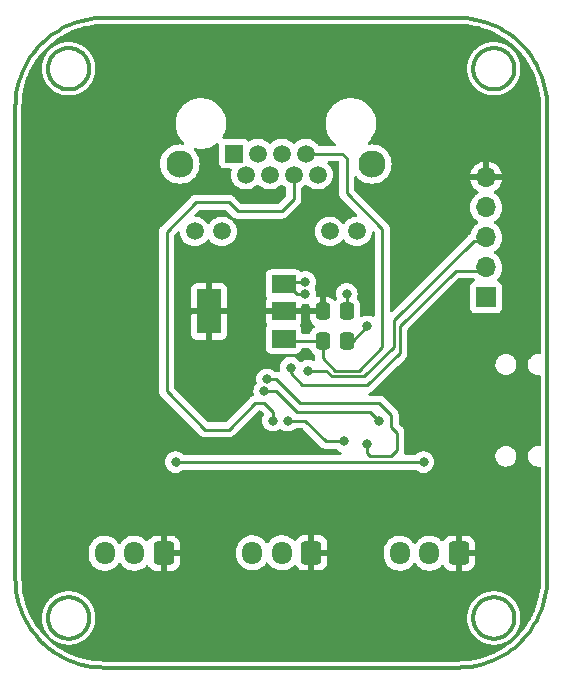
<source format=gbr>
%TF.GenerationSoftware,KiCad,Pcbnew,6.0.9+dfsg-1~bpo11+1*%
%TF.CreationDate,2022-12-30T14:53:09-06:00*%
%TF.ProjectId,Pedals,50656461-6c73-42e6-9b69-6361645f7063,rev?*%
%TF.SameCoordinates,Original*%
%TF.FileFunction,Copper,L2,Bot*%
%TF.FilePolarity,Positive*%
%FSLAX46Y46*%
G04 Gerber Fmt 4.6, Leading zero omitted, Abs format (unit mm)*
G04 Created by KiCad (PCBNEW 6.0.9+dfsg-1~bpo11+1) date 2022-12-30 14:53:09*
%MOMM*%
%LPD*%
G01*
G04 APERTURE LIST*
G04 Aperture macros list*
%AMRoundRect*
0 Rectangle with rounded corners*
0 $1 Rounding radius*
0 $2 $3 $4 $5 $6 $7 $8 $9 X,Y pos of 4 corners*
0 Add a 4 corners polygon primitive as box body*
4,1,4,$2,$3,$4,$5,$6,$7,$8,$9,$2,$3,0*
0 Add four circle primitives for the rounded corners*
1,1,$1+$1,$2,$3*
1,1,$1+$1,$4,$5*
1,1,$1+$1,$6,$7*
1,1,$1+$1,$8,$9*
0 Add four rect primitives between the rounded corners*
20,1,$1+$1,$2,$3,$4,$5,0*
20,1,$1+$1,$4,$5,$6,$7,0*
20,1,$1+$1,$6,$7,$8,$9,0*
20,1,$1+$1,$8,$9,$2,$3,0*%
G04 Aperture macros list end*
%TA.AperFunction,Profile*%
%ADD10C,0.349999*%
%TD*%
%TA.AperFunction,ComponentPad*%
%ADD11RoundRect,0.250000X0.600000X0.725000X-0.600000X0.725000X-0.600000X-0.725000X0.600000X-0.725000X0*%
%TD*%
%TA.AperFunction,ComponentPad*%
%ADD12O,1.700000X1.950000*%
%TD*%
%TA.AperFunction,ComponentPad*%
%ADD13R,1.500000X1.500000*%
%TD*%
%TA.AperFunction,ComponentPad*%
%ADD14C,1.500000*%
%TD*%
%TA.AperFunction,ComponentPad*%
%ADD15C,2.300000*%
%TD*%
%TA.AperFunction,ComponentPad*%
%ADD16R,1.700000X1.700000*%
%TD*%
%TA.AperFunction,ComponentPad*%
%ADD17O,1.700000X1.700000*%
%TD*%
%TA.AperFunction,SMDPad,CuDef*%
%ADD18RoundRect,0.250000X-0.337500X-0.475000X0.337500X-0.475000X0.337500X0.475000X-0.337500X0.475000X0*%
%TD*%
%TA.AperFunction,SMDPad,CuDef*%
%ADD19R,2.000000X1.500000*%
%TD*%
%TA.AperFunction,SMDPad,CuDef*%
%ADD20R,2.000000X3.800000*%
%TD*%
%TA.AperFunction,ViaPad*%
%ADD21C,0.800000*%
%TD*%
%TA.AperFunction,Conductor*%
%ADD22C,0.250000*%
%TD*%
G04 APERTURE END LIST*
D10*
X163336833Y-77300384D02*
X163402943Y-77352336D01*
X164097310Y-77664445D02*
X164183488Y-77679835D01*
X164359941Y-77697722D02*
X164449996Y-77699999D01*
X125210088Y-74988996D02*
X125421681Y-74687955D01*
X129208697Y-124027430D02*
X129284154Y-123988784D01*
X168510819Y-76621198D02*
X168625807Y-76968736D01*
X165852333Y-121402946D02*
X165800381Y-121336836D01*
X129268735Y-71974189D02*
X129621871Y-71876192D01*
X162911211Y-76784153D02*
X162953349Y-76857438D01*
X126702277Y-122540054D02*
X126709035Y-122628927D01*
X164012643Y-124144904D02*
X164097310Y-124164445D01*
X130144905Y-76387352D02*
X130164446Y-76302685D01*
X128921198Y-72089177D02*
X129268735Y-71974189D01*
X165745378Y-77126660D02*
X165800381Y-77063162D01*
X126953353Y-123357438D02*
X126998872Y-123428441D01*
X130190964Y-76128927D02*
X130197722Y-76040054D01*
X129563162Y-77300384D02*
X129626660Y-77245381D01*
X168913296Y-78408717D02*
X168940779Y-78778096D01*
X129626660Y-121154617D02*
X129563162Y-121099614D01*
X125013959Y-75299323D02*
X125210088Y-74988996D01*
X164449996Y-77699999D02*
X164449996Y-77699999D01*
X166093807Y-75348290D02*
X166062472Y-75268820D01*
X131449999Y-71650000D02*
X161449996Y-71650000D01*
X123986700Y-78408717D02*
X124032193Y-78042476D01*
X130179835Y-122716507D02*
X130190964Y-122628927D01*
X127768820Y-124062475D02*
X127848290Y-124093810D01*
X127288995Y-72910088D02*
X127599322Y-72713959D01*
X124669112Y-75945376D02*
X124833549Y-75618321D01*
X165912041Y-73121681D02*
X166203181Y-73348484D01*
X126755094Y-122012646D02*
X126735553Y-122097313D01*
X129563162Y-121099614D02*
X129497053Y-121047662D01*
X166093807Y-123051708D02*
X166121319Y-122970396D01*
X164628923Y-124190964D02*
X164716504Y-124179835D01*
X165051705Y-124093810D02*
X165131175Y-124062475D01*
X130164446Y-122097313D02*
X130144905Y-122012646D01*
X165357435Y-120953352D02*
X165284150Y-120911214D01*
X168804554Y-77679989D02*
X168867803Y-78042476D01*
X128802686Y-74235553D02*
X128716507Y-74220163D01*
X165208694Y-124027430D02*
X165284150Y-123988784D01*
X129208697Y-77527430D02*
X129284154Y-77488784D01*
X128887352Y-124144904D02*
X128970396Y-124121323D01*
X129745381Y-121273338D02*
X129687437Y-121212562D01*
X125890241Y-74116192D02*
X126146699Y-73846699D01*
X166190961Y-122628927D02*
X166197719Y-122540054D01*
X163402943Y-123852336D02*
X163471554Y-123901127D01*
X165901124Y-121471557D02*
X165852333Y-121402946D01*
X128271072Y-74209034D02*
X128183491Y-74220163D01*
X162755091Y-122887352D02*
X162778672Y-122970396D01*
X128449999Y-120699999D02*
X128449999Y-120699999D01*
X128449999Y-124199999D02*
X128449999Y-124199999D01*
X129626660Y-123745381D02*
X129687437Y-123687436D01*
X130121323Y-122970396D02*
X130144905Y-122887352D01*
X162998868Y-74971557D02*
X162953349Y-75042560D01*
X129946646Y-75042560D02*
X129901127Y-74971557D01*
X125648483Y-123903185D02*
X125421681Y-123612045D01*
X129800385Y-121336836D02*
X129745381Y-121273338D01*
X127154617Y-123626660D02*
X127212562Y-123687436D01*
X124274189Y-121331264D02*
X124176192Y-120978129D01*
X162872565Y-75191301D02*
X162837519Y-75268820D01*
X162778672Y-75429602D02*
X162755091Y-75512646D01*
X166483805Y-73590241D02*
X166753299Y-73846699D01*
X168949996Y-119150000D02*
X168940779Y-119521903D01*
X164887349Y-124144904D02*
X164970393Y-124121323D01*
X162720160Y-76216507D02*
X162735550Y-76302685D01*
X166199996Y-122449999D02*
X166199996Y-122449999D01*
X166179832Y-122716507D02*
X166190961Y-122628927D01*
X126702277Y-122359944D02*
X126700000Y-122449999D01*
X167886037Y-123000677D02*
X167689909Y-123311004D01*
X163047659Y-74902946D02*
X162998868Y-74971557D01*
X165852333Y-76997052D02*
X165901124Y-76928441D01*
X129626660Y-74654617D02*
X129563162Y-74599614D01*
X129428441Y-77401127D02*
X129497053Y-77352336D01*
X127336837Y-123800384D02*
X127402946Y-123852336D01*
X162735550Y-76302685D02*
X162755091Y-76387352D01*
X166199996Y-75949999D02*
X166197719Y-75859944D01*
X130093810Y-121848290D02*
X130062476Y-121768820D01*
X125421681Y-123612045D02*
X125210088Y-123311004D01*
X128012647Y-74255094D02*
X127929603Y-74278675D01*
X130027430Y-76708697D02*
X130062476Y-76631178D01*
X129357438Y-77446646D02*
X129428441Y-77401127D01*
X163212559Y-121212562D02*
X163154614Y-121273338D01*
X126806189Y-76551708D02*
X126837523Y-76631178D01*
X127615845Y-120911214D02*
X127542560Y-120953352D01*
X124176192Y-77321871D02*
X124274189Y-76968736D01*
X130062476Y-123131178D02*
X130093810Y-123051708D01*
X129621871Y-126423808D02*
X129268735Y-126325811D01*
X126696815Y-124951517D02*
X126416192Y-124709760D01*
X165131175Y-120837523D02*
X165051705Y-120806188D01*
X164970393Y-74278675D02*
X164887349Y-74255094D01*
X131449999Y-71650000D02*
X131449999Y-71650000D01*
X128802686Y-124164445D02*
X128887352Y-124144904D01*
X130093810Y-123051708D02*
X130121323Y-122970396D01*
X162911211Y-121615845D02*
X162872565Y-121691301D01*
X162720160Y-75683491D02*
X162709031Y-75771071D01*
X165284150Y-123988784D02*
X165357435Y-123946646D01*
X130199999Y-75949999D02*
X130199999Y-75949999D01*
X168867803Y-120257523D02*
X168804554Y-120620010D01*
X131449999Y-126650000D02*
X131449999Y-126650000D01*
X166197719Y-122359944D02*
X166190961Y-122271071D01*
X165131175Y-124062475D02*
X165208694Y-124027430D01*
X162911211Y-75115845D02*
X162872565Y-75191301D01*
X130027430Y-123208697D02*
X130062476Y-123131178D01*
X163615842Y-120911214D02*
X163542557Y-120953352D01*
X163631260Y-126325811D02*
X163278125Y-126423808D01*
X126720163Y-122183491D02*
X126709035Y-122271071D01*
X128802686Y-77664445D02*
X128887352Y-77644904D01*
X164359941Y-74202276D02*
X164271068Y-74209034D01*
X163615842Y-74411214D02*
X163542557Y-74453352D01*
X165284150Y-74411214D02*
X165208694Y-74372568D01*
X126953353Y-76857438D02*
X126998872Y-76928441D01*
X126735553Y-75597313D02*
X126720163Y-75683491D01*
X162709031Y-75771071D02*
X162702273Y-75859944D01*
X127154617Y-77126660D02*
X127212562Y-77187436D01*
X166062472Y-76631178D02*
X166093807Y-76551708D01*
X127099614Y-77063162D02*
X127154617Y-77126660D01*
X162837519Y-75268820D02*
X162806185Y-75348290D01*
X123959217Y-78778096D02*
X123986700Y-78408717D01*
X127848290Y-74306188D02*
X127768820Y-74337523D01*
X164981675Y-72533549D02*
X165300674Y-72713959D01*
X166062472Y-121768820D02*
X166027427Y-121691301D01*
X129131179Y-74337523D02*
X129051708Y-74306188D01*
X124833549Y-122681679D02*
X124669112Y-122354623D01*
X127336837Y-121099614D02*
X127273339Y-121154617D01*
X166753299Y-124453303D02*
X166753299Y-124453303D01*
X162720160Y-122716507D02*
X162735550Y-122802685D01*
X128970396Y-120778675D02*
X128887352Y-120755094D01*
X126998872Y-74971557D02*
X126953353Y-75042560D01*
X166190961Y-76128927D02*
X166197719Y-76040054D01*
X127099614Y-74836836D02*
X127047662Y-74902946D01*
X168379093Y-122020126D02*
X168230884Y-122354623D01*
X129687437Y-74712562D02*
X129626660Y-74654617D01*
X126735553Y-122802685D02*
X126755094Y-122887352D01*
X165497049Y-74547662D02*
X165428438Y-74498871D01*
X127047662Y-123497052D02*
X127099614Y-123563162D01*
X164540051Y-124197722D02*
X164628923Y-124190964D01*
X166199996Y-75949999D02*
X166199996Y-75949999D01*
X163099611Y-123563162D02*
X163154614Y-123626660D01*
X129051708Y-120806188D02*
X128970396Y-120778675D01*
X130179835Y-75683491D02*
X130164446Y-75597313D01*
X127599322Y-72713959D02*
X127918321Y-72533549D01*
X166190961Y-75771071D02*
X166179832Y-75683491D01*
X130197722Y-122540054D02*
X130199999Y-122449999D01*
X162920006Y-126504558D02*
X162557519Y-126567807D01*
X165626657Y-77245381D02*
X165687433Y-77187436D01*
X164449996Y-120699999D02*
X164449996Y-120699999D01*
X163278125Y-126423808D02*
X162920006Y-126504558D01*
X126700000Y-75949999D02*
X126702277Y-76040054D01*
X127929603Y-120778675D02*
X127848290Y-120806188D01*
X129208697Y-74372568D02*
X129131179Y-74337523D01*
X124520903Y-122020126D02*
X124389177Y-121678801D01*
X127154617Y-121273338D02*
X127099614Y-121336836D01*
X168949996Y-119150000D02*
X168949996Y-119150000D01*
X128579873Y-72220903D02*
X128921198Y-72089177D01*
X129051708Y-74306188D02*
X128970396Y-74278675D01*
X123950000Y-119150000D02*
X123950000Y-79150000D01*
X128628927Y-77690964D02*
X128716507Y-77679835D01*
X166753299Y-124453303D02*
X166483805Y-124709760D01*
X163273335Y-74654617D02*
X163212559Y-74712562D01*
X165428438Y-74498871D02*
X165357435Y-74453352D01*
X126872568Y-76708697D02*
X126911215Y-76784153D01*
X164320122Y-126079096D02*
X163978797Y-126210822D01*
X164540051Y-74202276D02*
X164449996Y-74199999D01*
X163929599Y-74278675D02*
X163848287Y-74306188D01*
X129988784Y-121615845D02*
X129946646Y-121542560D01*
X126911215Y-123284153D02*
X126953353Y-123357438D01*
X128802686Y-120735553D02*
X128716507Y-120720163D01*
X162702273Y-122359944D02*
X162699996Y-122449999D01*
X127336837Y-74599614D02*
X127273339Y-74654617D01*
X166027427Y-76708697D02*
X166062472Y-76631178D01*
X131078096Y-71659217D02*
X131449999Y-71650000D01*
X164359941Y-120702276D02*
X164271068Y-120709034D01*
X127471557Y-123901127D02*
X127542560Y-123946646D01*
X165497049Y-77352336D02*
X165563159Y-77300384D01*
X163848287Y-124093810D02*
X163929599Y-124121323D01*
X127212562Y-74712562D02*
X127154617Y-74773338D01*
X129979989Y-71795442D02*
X130342476Y-71732193D01*
X165051705Y-74306188D02*
X164970393Y-74278675D01*
X165300674Y-72713959D02*
X165611001Y-72910088D01*
X127154617Y-74773338D02*
X127099614Y-74836836D01*
X166121319Y-76470396D02*
X166144901Y-76387352D01*
X129852337Y-74902946D02*
X129800385Y-74836836D01*
X164183488Y-120720163D02*
X164097310Y-120735553D01*
X126872568Y-75191301D02*
X126837523Y-75268820D01*
X128449999Y-77699999D02*
X128449999Y-77699999D01*
X165051705Y-77593810D02*
X165131175Y-77562475D01*
X166197719Y-122540054D02*
X166199996Y-122449999D01*
X163768817Y-77562475D02*
X163848287Y-77593810D01*
X127929603Y-124121323D02*
X128012647Y-124144904D01*
X128716507Y-77679835D02*
X128802686Y-77664445D01*
X168949996Y-79150000D02*
X168949996Y-119150000D01*
X161449996Y-71650000D02*
X161449996Y-71650000D01*
X162702273Y-76040054D02*
X162709031Y-76128927D01*
X166062472Y-75268820D02*
X166027427Y-75191301D01*
X129745381Y-77126660D02*
X129800385Y-77063162D01*
X127691302Y-74372568D02*
X127615845Y-74411214D01*
X127848290Y-120806188D02*
X127768820Y-120837523D01*
X168723804Y-77321871D02*
X168804554Y-77679989D01*
X130144905Y-122012646D02*
X130121323Y-121929602D01*
X127212562Y-77187436D02*
X127273339Y-77245381D01*
X127402946Y-121047662D02*
X127336837Y-121099614D01*
X129901127Y-76928441D02*
X129946646Y-76857438D01*
X129497053Y-123852336D02*
X129563162Y-123800384D01*
X128921198Y-126210822D02*
X128579873Y-126079096D01*
X168066447Y-122681679D02*
X167886037Y-123000677D01*
X129208697Y-120872568D02*
X129131179Y-120837523D01*
X128183491Y-74220163D02*
X128097313Y-74235553D01*
X125648483Y-74396816D02*
X125890241Y-74116192D01*
X165687433Y-123687436D02*
X165745378Y-123626660D01*
X163978797Y-72089177D02*
X164320122Y-72220903D01*
X127273339Y-123745381D02*
X127336837Y-123800384D01*
X165563159Y-121099614D02*
X165497049Y-121047662D01*
X165988781Y-121615845D02*
X165946643Y-121542560D01*
X165563159Y-77300384D02*
X165626657Y-77245381D01*
X130342476Y-126567807D02*
X129979989Y-126504558D01*
X123950000Y-79150000D02*
X123959217Y-78778096D01*
X129946646Y-121542560D02*
X129901127Y-121471557D01*
X127929603Y-77621323D02*
X128012647Y-77644904D01*
X164802682Y-120735553D02*
X164716504Y-120720163D01*
X130199999Y-122449999D02*
X130199999Y-122449999D01*
X124520903Y-76279874D02*
X124669112Y-75945376D01*
X126416192Y-73590241D02*
X126696815Y-73348484D01*
X129988784Y-75115845D02*
X129946646Y-75042560D01*
X162837519Y-121768820D02*
X162806185Y-121848290D01*
X130062476Y-75268820D02*
X130027430Y-75191301D01*
X165946643Y-75042560D02*
X165901124Y-74971557D01*
X127768820Y-120837523D02*
X127691302Y-120872568D01*
X164716504Y-77679835D02*
X164802682Y-77664445D01*
X163691298Y-77527430D02*
X163768817Y-77562475D01*
X163047659Y-76997052D02*
X163099611Y-77063162D01*
X126998872Y-123428441D02*
X127047662Y-123497052D01*
X164359941Y-124197722D02*
X164449996Y-124199999D01*
X166144901Y-75512646D02*
X166121319Y-75429602D01*
X162699996Y-75949999D02*
X162699996Y-75949999D01*
X165852333Y-123497052D02*
X165901124Y-123428441D01*
X163273335Y-77245381D02*
X163336833Y-77300384D01*
X164970393Y-77621323D02*
X165051705Y-77593810D01*
X168230884Y-122354623D02*
X168066447Y-122681679D01*
X162872565Y-76708697D02*
X162911211Y-76784153D01*
X128887352Y-120755094D02*
X128802686Y-120735553D01*
X164887349Y-74255094D02*
X164802682Y-74235553D01*
X128245376Y-125930888D02*
X127918321Y-125766451D01*
X168949996Y-79150000D02*
X168949996Y-79150000D01*
X163929599Y-77621323D02*
X164012643Y-77644904D01*
X130164446Y-75597313D02*
X130144905Y-75512646D01*
X129497053Y-77352336D02*
X129563162Y-77300384D01*
X128359944Y-120702276D02*
X128271072Y-120709034D01*
X164097310Y-124164445D02*
X164183488Y-124179835D01*
X123986700Y-119891283D02*
X123959217Y-119521903D01*
X164271068Y-77690964D02*
X164359941Y-77697722D01*
X164012643Y-120755094D02*
X163929599Y-120778675D01*
X168867803Y-78042476D02*
X168913296Y-78408717D01*
X165563159Y-123800384D02*
X165626657Y-123745381D01*
X167009756Y-74116192D02*
X167251513Y-74396816D01*
X163099611Y-77063162D02*
X163154614Y-77126660D01*
X129852337Y-123497052D02*
X129901127Y-123428441D01*
X166199996Y-122449999D02*
X166199996Y-122449999D01*
X130197722Y-76040054D02*
X130199999Y-75949999D01*
X165852333Y-74902946D02*
X165800381Y-74836836D01*
X128097313Y-124164445D02*
X128183491Y-124179835D01*
X129428441Y-123901127D02*
X129497053Y-123852336D01*
X164449996Y-120699999D02*
X164359941Y-120702276D01*
X164271068Y-120709034D02*
X164183488Y-120720163D01*
X164716504Y-120720163D02*
X164628923Y-120709034D01*
X126755094Y-76387352D02*
X126778676Y-76470396D01*
X163768817Y-120837523D02*
X163691298Y-120872568D01*
X130190964Y-75771071D02*
X130179835Y-75683491D01*
X126720163Y-76216507D02*
X126735553Y-76302685D01*
X130164446Y-76302685D02*
X130179835Y-76216507D01*
X163471554Y-77401127D02*
X163542557Y-77446646D01*
X166164442Y-122802685D02*
X166179832Y-122716507D01*
X127273339Y-74654617D02*
X127212562Y-74712562D01*
X164097310Y-74235553D02*
X164012643Y-74255094D01*
X130164446Y-122802685D02*
X130179835Y-122716507D01*
X166190961Y-122271071D02*
X166179832Y-122183491D01*
X162191279Y-126613300D02*
X161821900Y-126640782D01*
X166164442Y-76302685D02*
X166179832Y-76216507D01*
X129946646Y-123357438D02*
X129988784Y-123284153D01*
X128628927Y-120709034D02*
X128540054Y-120702276D01*
X124095442Y-120620010D02*
X124032193Y-120257523D01*
X128359944Y-77697722D02*
X128449999Y-77699999D01*
X129800385Y-74836836D02*
X129745381Y-74773338D01*
X166093807Y-121848290D02*
X166062472Y-121768820D01*
X126709035Y-76128927D02*
X126720163Y-76216507D01*
X130027430Y-75191301D02*
X129988784Y-75115845D01*
X165901124Y-74971557D02*
X165852333Y-74902946D01*
X126872568Y-123208697D02*
X126911215Y-123284153D01*
X166144901Y-122012646D02*
X166121319Y-121929602D01*
X126735553Y-76302685D02*
X126755094Y-76387352D01*
X168625807Y-121331264D02*
X168510819Y-121678801D01*
X128970396Y-74278675D02*
X128887352Y-74255094D01*
X130062476Y-76631178D02*
X130093810Y-76551708D01*
X129621871Y-71876192D02*
X129979989Y-71795442D01*
X165051705Y-120806188D02*
X164970393Y-120778675D01*
X165946643Y-121542560D02*
X165901124Y-121471557D01*
X167689909Y-74988996D02*
X167886037Y-75299323D01*
X129901127Y-74971557D02*
X129852337Y-74902946D01*
X126806189Y-75348290D02*
X126778676Y-75429602D01*
X126700000Y-122449999D02*
X126700000Y-122449999D01*
X126720163Y-122716507D02*
X126735553Y-122802685D01*
X127099614Y-123563162D02*
X127154617Y-123626660D01*
X127402946Y-77352336D02*
X127471557Y-77401127D01*
X129284154Y-74411214D02*
X129208697Y-74372568D01*
X128540054Y-74202276D02*
X128449999Y-74199999D01*
X130708716Y-126613300D02*
X130342476Y-126567807D01*
X161821900Y-126640782D02*
X161449996Y-126650000D01*
X166093807Y-76551708D02*
X166121319Y-76470396D01*
X126911215Y-121615845D02*
X126872568Y-121691301D01*
X128097313Y-77664445D02*
X128183491Y-77679835D01*
X163273335Y-123745381D02*
X163336833Y-123800384D01*
X126998872Y-76928441D02*
X127047662Y-76997052D01*
X124095442Y-77679989D02*
X124176192Y-77321871D01*
X129428441Y-120998871D02*
X129357438Y-120953352D01*
X168510819Y-121678801D02*
X168379093Y-122020126D01*
X163471554Y-74498871D02*
X163402943Y-74547662D01*
X161449996Y-71650000D02*
X161821900Y-71659217D01*
X163471554Y-123901127D02*
X163542557Y-123946646D01*
X129268735Y-126325811D02*
X128921198Y-126210822D01*
X129497053Y-121047662D02*
X129428441Y-120998871D01*
X129687437Y-121212562D02*
X129626660Y-121154617D01*
X127615845Y-74411214D02*
X127542560Y-74453352D01*
X127336837Y-77300384D02*
X127402946Y-77352336D01*
X162806185Y-75348290D02*
X162778672Y-75429602D01*
X163336833Y-74599614D02*
X163273335Y-74654617D01*
X126953353Y-121542560D02*
X126911215Y-121615845D01*
X161449996Y-126650000D02*
X131449999Y-126650000D01*
X130121323Y-75429602D02*
X130093810Y-75348290D01*
X164887349Y-77644904D02*
X164970393Y-77621323D01*
X163631260Y-71974189D02*
X163978797Y-72089177D01*
X126806189Y-121848290D02*
X126778676Y-121929602D01*
X128579873Y-126079096D02*
X128245376Y-125930888D01*
X163154614Y-121273338D02*
X163099611Y-121336836D01*
X128449999Y-74199999D02*
X128449999Y-74199999D01*
X129357438Y-123946646D02*
X129428441Y-123901127D01*
X162806185Y-76551708D02*
X162837519Y-76631178D01*
X127615845Y-77488784D02*
X127691302Y-77527430D01*
X162735550Y-122802685D02*
X162755091Y-122887352D01*
X127542560Y-77446646D02*
X127615845Y-77488784D01*
X162557519Y-126567807D02*
X162191279Y-126613300D01*
X126987955Y-125178320D02*
X126696815Y-124951517D01*
X127615845Y-123988784D02*
X127691302Y-124027430D01*
X129988784Y-76784153D02*
X130027430Y-76708697D01*
X128716507Y-74220163D02*
X128628927Y-74209034D01*
X165745378Y-123626660D02*
X165800381Y-123563162D01*
X163471554Y-120998871D02*
X163402943Y-121047662D01*
X128183491Y-124179835D02*
X128271072Y-124190964D01*
X166121319Y-75429602D02*
X166093807Y-75348290D01*
X163154614Y-77126660D02*
X163212559Y-77187436D01*
X163542557Y-120953352D02*
X163471554Y-120998871D01*
X168230884Y-75945376D02*
X168379093Y-76279874D01*
X164012643Y-74255094D02*
X163929599Y-74278675D01*
X129979989Y-126504558D02*
X129621871Y-126423808D01*
X128449999Y-74199999D02*
X128359944Y-74202276D01*
X128359944Y-124197722D02*
X128449999Y-124199999D01*
X162709031Y-122271071D02*
X162702273Y-122359944D01*
X124833549Y-75618321D02*
X125013959Y-75299323D01*
X164449996Y-74199999D02*
X164359941Y-74202276D01*
X165131175Y-77562475D02*
X165208694Y-77527430D01*
X165497049Y-123852336D02*
X165563159Y-123800384D01*
X163336833Y-121099614D02*
X163273335Y-121154617D01*
X129745381Y-123626660D02*
X129800385Y-123563162D01*
X128183491Y-120720163D02*
X128097313Y-120735553D01*
X162953349Y-121542560D02*
X162911211Y-121615845D01*
X124389177Y-121678801D02*
X124274189Y-121331264D01*
X127691302Y-120872568D02*
X127615845Y-120911214D01*
X127929603Y-74278675D02*
X127848290Y-74306188D01*
X162778672Y-76470396D02*
X162806185Y-76551708D01*
X165208694Y-77527430D02*
X165284150Y-77488784D01*
X128628927Y-124190964D02*
X128716507Y-124179835D01*
X165357435Y-77446646D02*
X165428438Y-77401127D01*
X128271072Y-77690964D02*
X128359944Y-77697722D01*
X162837519Y-76631178D02*
X162872565Y-76708697D01*
X163691298Y-120872568D02*
X163615842Y-120911214D01*
X163768817Y-124062475D02*
X163848287Y-124093810D01*
X165800381Y-121336836D02*
X165745378Y-121273338D01*
X168940779Y-78778096D02*
X168949996Y-79150000D01*
X129800385Y-123563162D02*
X129852337Y-123497052D01*
X130144905Y-75512646D02*
X130121323Y-75429602D01*
X163768817Y-74337523D02*
X163691298Y-74372568D01*
X166199996Y-122449999D02*
X166197719Y-122359944D01*
X165497049Y-121047662D02*
X165428438Y-120998871D01*
X129946646Y-76857438D02*
X129988784Y-76784153D01*
X126702277Y-75859944D02*
X126700000Y-75949999D01*
X162709031Y-122628927D02*
X162720160Y-122716507D01*
X164628923Y-74209034D02*
X164540051Y-74202276D01*
X164271068Y-74209034D02*
X164183488Y-74220163D01*
X163402943Y-77352336D02*
X163471554Y-77401127D01*
X165988781Y-75115845D02*
X165946643Y-75042560D01*
X164320122Y-72220903D02*
X164654620Y-72369112D01*
X130062476Y-121768820D02*
X130027430Y-121691301D01*
X164716504Y-74220163D02*
X164628923Y-74209034D01*
X167886037Y-75299323D02*
X168066447Y-75618321D01*
X126778676Y-76470396D02*
X126806189Y-76551708D01*
X124669112Y-122354623D02*
X124520903Y-122020126D01*
X127099614Y-121336836D02*
X127047662Y-121402946D01*
X163212559Y-77187436D02*
X163273335Y-77245381D01*
X166164442Y-122097313D02*
X166144901Y-122012646D01*
X167689909Y-123311004D02*
X167478316Y-123612045D01*
X130199999Y-122449999D02*
X130197722Y-122359944D01*
X130190964Y-122271071D02*
X130179835Y-122183491D01*
X163154614Y-74773338D02*
X163099611Y-74836836D01*
X127848290Y-77593810D02*
X127929603Y-77621323D01*
X129626660Y-77245381D02*
X129687437Y-77187436D01*
X163848287Y-120806188D02*
X163768817Y-120837523D01*
X165626657Y-121154617D02*
X165563159Y-121099614D01*
X126911215Y-75115845D02*
X126872568Y-75191301D01*
X165687433Y-121212562D02*
X165626657Y-121154617D01*
X166753299Y-73846699D02*
X166753299Y-73846699D01*
X130121323Y-76470396D02*
X130144905Y-76387352D01*
X163212559Y-74712562D02*
X163154614Y-74773338D01*
X126837523Y-76631178D02*
X126872568Y-76708697D01*
X128540054Y-124197722D02*
X128628927Y-124190964D01*
X128887352Y-77644904D02*
X128970396Y-77621323D01*
X165800381Y-123563162D02*
X165852333Y-123497052D01*
X164802682Y-74235553D02*
X164716504Y-74220163D01*
X165626657Y-123745381D02*
X165687433Y-123687436D01*
X130093810Y-76551708D02*
X130121323Y-76470396D01*
X128449999Y-120699999D02*
X128359944Y-120702276D01*
X164449996Y-74199999D02*
X164449996Y-74199999D01*
X130342476Y-71732193D02*
X130708716Y-71686700D01*
X130197722Y-122359944D02*
X130190964Y-122271071D01*
X164628923Y-120709034D02*
X164540051Y-120702276D01*
X126700000Y-122449999D02*
X126702277Y-122540054D01*
X166203181Y-73348484D02*
X166483805Y-73590241D01*
X163402943Y-121047662D02*
X163336833Y-121099614D01*
X126416192Y-124709760D02*
X126146699Y-124453303D01*
X161821900Y-71659217D02*
X162191279Y-71686700D01*
X128628927Y-74209034D02*
X128540054Y-74202276D01*
X126720163Y-75683491D02*
X126709035Y-75771071D01*
X167478316Y-123612045D02*
X167251513Y-123903185D01*
X127047662Y-121402946D02*
X126998872Y-121471557D01*
X164097310Y-120735553D02*
X164012643Y-120755094D01*
X128012647Y-77644904D02*
X128097313Y-77664445D01*
X162720160Y-122183491D02*
X162709031Y-122271071D01*
X162998868Y-123428441D02*
X163047659Y-123497052D01*
X126709035Y-122628927D02*
X126720163Y-122716507D01*
X166203181Y-124951517D02*
X165912041Y-125178320D01*
X165687433Y-74712562D02*
X165626657Y-74654617D01*
X162778672Y-122970396D02*
X162806185Y-123051708D01*
X166027427Y-121691301D02*
X165988781Y-121615845D01*
X162872565Y-123208697D02*
X162911211Y-123284153D01*
X130179835Y-76216507D02*
X130190964Y-76128927D01*
X162755091Y-122012646D02*
X162735550Y-122097313D01*
X163542557Y-74453352D02*
X163471554Y-74498871D01*
X168940779Y-119521903D02*
X168913296Y-119891283D01*
X166483805Y-124709760D02*
X166203181Y-124951517D01*
X162755091Y-76387352D02*
X162778672Y-76470396D01*
X163047659Y-123497052D02*
X163099611Y-123563162D01*
X126806189Y-123051708D02*
X126837523Y-123131178D01*
X165626657Y-74654617D02*
X165563159Y-74599614D01*
X165901124Y-76928441D02*
X165946643Y-76857438D01*
X165563159Y-74599614D02*
X165497049Y-74547662D01*
X164540051Y-77697722D02*
X164628923Y-77690964D01*
X164887349Y-120755094D02*
X164802682Y-120735553D01*
X165284150Y-77488784D02*
X165357435Y-77446646D01*
X166179832Y-122183491D02*
X166164442Y-122097313D01*
X127288995Y-125389912D02*
X126987955Y-125178320D01*
X130121323Y-121929602D02*
X130093810Y-121848290D01*
X165687433Y-77187436D02*
X165745378Y-77126660D01*
X162709031Y-76128927D02*
X162720160Y-76216507D01*
X165300674Y-125586041D02*
X164981675Y-125766451D01*
X127047662Y-74902946D02*
X126998872Y-74971557D01*
X127273339Y-121154617D02*
X127212562Y-121212562D01*
X126778676Y-121929602D02*
X126755094Y-122012646D01*
X164449996Y-124199999D02*
X164449996Y-124199999D01*
X163691298Y-74372568D02*
X163615842Y-74411214D01*
X128970396Y-124121323D02*
X129051708Y-124093810D01*
X129745381Y-74773338D02*
X129687437Y-74712562D01*
X125890241Y-124183809D02*
X125648483Y-123903185D01*
X165611001Y-72910088D02*
X165912041Y-73121681D01*
X163848287Y-77593810D02*
X163929599Y-77621323D01*
X128970396Y-77621323D02*
X129051708Y-77593810D01*
X166164442Y-75597313D02*
X166144901Y-75512646D01*
X128716507Y-124179835D02*
X128802686Y-124164445D01*
X127471557Y-74498871D02*
X127402946Y-74547662D01*
X130708716Y-71686700D02*
X131078096Y-71659217D01*
X128097313Y-74235553D02*
X128012647Y-74255094D01*
X125210088Y-123311004D02*
X125013959Y-123000677D01*
X165428438Y-123901127D02*
X165497049Y-123852336D01*
X126146699Y-124453303D02*
X125890241Y-124183809D01*
X127471557Y-77401127D02*
X127542560Y-77446646D01*
X165131175Y-74337523D02*
X165051705Y-74306188D01*
X128716507Y-120720163D02*
X128628927Y-120709034D01*
X131449999Y-126650000D02*
X131078096Y-126640782D01*
X128449999Y-124199999D02*
X128540054Y-124197722D01*
X164183488Y-77679835D02*
X164271068Y-77690964D01*
X130199999Y-75949999D02*
X130197722Y-75859944D01*
X162998868Y-76928441D02*
X163047659Y-76997052D01*
X126146699Y-124453303D02*
X126146699Y-124453303D01*
X126700000Y-75949999D02*
X126700000Y-75949999D01*
X126778676Y-75429602D02*
X126755094Y-75512646D01*
X168804554Y-120620010D02*
X168723804Y-120978129D01*
X130144905Y-122887352D02*
X130164446Y-122802685D01*
X165428438Y-120998871D02*
X165357435Y-120953352D01*
X166753299Y-73846699D02*
X167009756Y-74116192D01*
X161449996Y-126650000D02*
X161449996Y-126650000D01*
X125421681Y-74687955D02*
X125648483Y-74396816D01*
X123950000Y-79150000D02*
X123950000Y-79150000D01*
X127273339Y-77245381D02*
X127336837Y-77300384D01*
X127471557Y-120998871D02*
X127402946Y-121047662D01*
X128183491Y-77679835D02*
X128271072Y-77690964D01*
X163542557Y-123946646D02*
X163615842Y-123988784D01*
X165745378Y-121273338D02*
X165687433Y-121212562D01*
X130027430Y-121691301D02*
X129988784Y-121615845D01*
X131078096Y-126640782D02*
X130708716Y-126613300D01*
X165800381Y-74836836D02*
X165745378Y-74773338D01*
X166027427Y-75191301D02*
X165988781Y-75115845D01*
X126837523Y-75268820D02*
X126806189Y-75348290D01*
X126987955Y-73121681D02*
X127288995Y-72910088D01*
X163691298Y-124027430D02*
X163768817Y-124062475D01*
X128271072Y-124190964D02*
X128359944Y-124197722D01*
X162702273Y-122540054D02*
X162709031Y-122628927D01*
X130179835Y-122183491D02*
X130164446Y-122097313D01*
X127047662Y-76997052D02*
X127099614Y-77063162D01*
X126709035Y-75771071D02*
X126702277Y-75859944D01*
X126696815Y-73348484D02*
X126987955Y-73121681D01*
X168379093Y-76279874D02*
X168510819Y-76621198D01*
X164449996Y-124199999D02*
X164540051Y-124197722D01*
X129051708Y-124093810D02*
X129131179Y-124062475D01*
X165901124Y-123428441D02*
X165946643Y-123357438D01*
X163212559Y-123687436D02*
X163273335Y-123745381D01*
X124389177Y-76621198D02*
X124520903Y-76279874D01*
X164271068Y-124190964D02*
X164359941Y-124197722D01*
X129131179Y-120837523D02*
X129051708Y-120806188D01*
X124176192Y-120978129D02*
X124095442Y-120620010D01*
X162920006Y-71795442D02*
X163278125Y-71876192D01*
X165357435Y-74453352D02*
X165284150Y-74411214D01*
X126709035Y-122271071D02*
X126702277Y-122359944D01*
X128449999Y-77699999D02*
X128540054Y-77697722D01*
X167251513Y-123903185D02*
X167009756Y-124183809D01*
X166121319Y-122970396D02*
X166144901Y-122887352D01*
X128540054Y-120702276D02*
X128449999Y-120699999D01*
X164802682Y-77664445D02*
X164887349Y-77644904D01*
X164183488Y-74220163D02*
X164097310Y-74235553D01*
X165946643Y-123357438D02*
X165988781Y-123284153D01*
X129687437Y-123687436D02*
X129745381Y-123626660D01*
X162778672Y-121929602D02*
X162755091Y-122012646D01*
X129284154Y-77488784D02*
X129357438Y-77446646D01*
X165800381Y-77063162D02*
X165852333Y-76997052D01*
X163154614Y-123626660D02*
X163212559Y-123687436D01*
X129901127Y-123428441D02*
X129946646Y-123357438D01*
X165208694Y-74372568D02*
X165131175Y-74337523D01*
X130199999Y-75949999D02*
X130199999Y-75949999D01*
X129428441Y-74498871D02*
X129357438Y-74453352D01*
X126146699Y-73846699D02*
X126416192Y-73590241D01*
X166197719Y-75859944D02*
X166190961Y-75771071D01*
X163099611Y-74836836D02*
X163047659Y-74902946D01*
X164183488Y-124179835D02*
X164271068Y-124190964D01*
X129988784Y-123284153D02*
X130027430Y-123208697D01*
X128097313Y-120735553D02*
X128012647Y-120755094D01*
X164628923Y-77690964D02*
X164716504Y-77679835D01*
X165745378Y-74773338D02*
X165687433Y-74712562D01*
X129852337Y-76997052D02*
X129901127Y-76928441D01*
X162735550Y-122097313D02*
X162720160Y-122183491D01*
X162699996Y-122449999D02*
X162699996Y-122449999D01*
X127402946Y-123852336D02*
X127471557Y-123901127D01*
X125013959Y-123000677D02*
X124833549Y-122681679D01*
X162872565Y-121691301D02*
X162837519Y-121768820D01*
X124032193Y-78042476D02*
X124095442Y-77679989D01*
X165988781Y-123284153D02*
X166027427Y-123208697D01*
X126911215Y-76784153D02*
X126953353Y-76857438D01*
X126872568Y-121691301D02*
X126837523Y-121768820D01*
X162953349Y-75042560D02*
X162911211Y-75115845D01*
X163929599Y-120778675D02*
X163848287Y-120806188D01*
X126837523Y-123131178D02*
X126872568Y-123208697D01*
X168723804Y-120978129D02*
X168625807Y-121331264D01*
X126953353Y-75042560D02*
X126911215Y-75115845D01*
X129563162Y-123800384D02*
X129626660Y-123745381D01*
X126735553Y-122097313D02*
X126720163Y-122183491D01*
X129687437Y-77187436D02*
X129745381Y-77126660D01*
X164970393Y-124121323D02*
X165051705Y-124093810D01*
X129497053Y-74547662D02*
X129428441Y-74498871D01*
X124274189Y-76968736D02*
X124389177Y-76621198D01*
X163542557Y-77446646D02*
X163615842Y-77488784D01*
X128359944Y-74202276D02*
X128271072Y-74209034D01*
X127768820Y-77562475D02*
X127848290Y-77593810D01*
X129357438Y-74453352D02*
X129284154Y-74411214D01*
X164981675Y-125766451D02*
X164654620Y-125930888D01*
X129131179Y-77562475D02*
X129208697Y-77527430D01*
X123959217Y-119521903D02*
X123950000Y-119150000D01*
X162806185Y-123051708D02*
X162837519Y-123131178D01*
X126837523Y-121768820D02*
X126806189Y-121848290D01*
X164540051Y-120702276D02*
X164449996Y-120699999D01*
X129901127Y-121471557D02*
X129852337Y-121402946D01*
X128012647Y-124144904D02*
X128097313Y-124164445D01*
X163402943Y-74547662D02*
X163336833Y-74599614D01*
X163099611Y-121336836D02*
X163047659Y-121402946D01*
X166199996Y-75949999D02*
X166199996Y-75949999D01*
X162998868Y-121471557D02*
X162953349Y-121542560D01*
X127918321Y-72533549D02*
X128245376Y-72369112D01*
X163615842Y-123988784D02*
X163691298Y-124027430D01*
X162699996Y-75949999D02*
X162702273Y-76040054D01*
X164716504Y-124179835D02*
X164802682Y-124164445D01*
X163615842Y-77488784D02*
X163691298Y-77527430D01*
X162837519Y-123131178D02*
X162872565Y-123208697D01*
X166027427Y-123208697D02*
X166062472Y-123131178D01*
X162953349Y-76857438D02*
X162998868Y-76928441D01*
X164012643Y-77644904D02*
X164097310Y-77664445D01*
X129284154Y-123988784D02*
X129357438Y-123946646D01*
X127542560Y-74453352D02*
X127471557Y-74498871D01*
X165988781Y-76784153D02*
X166027427Y-76708697D01*
X127848290Y-124093810D02*
X127929603Y-124121323D01*
X163978797Y-126210822D02*
X163631260Y-126325811D01*
X126778676Y-122970396D02*
X126806189Y-123051708D01*
X126702277Y-76040054D02*
X126709035Y-76128927D01*
X127542560Y-123946646D02*
X127615845Y-123988784D01*
X127542560Y-120953352D02*
X127471557Y-120998871D01*
X168066447Y-75618321D02*
X168230884Y-75945376D01*
X166062472Y-123131178D02*
X166093807Y-123051708D01*
X129852337Y-121402946D02*
X129800385Y-121336836D01*
X162702273Y-75859944D02*
X162699996Y-75949999D01*
X162806185Y-121848290D02*
X162778672Y-121929602D01*
X163848287Y-74306188D02*
X163768817Y-74337523D01*
X164802682Y-124164445D02*
X164887349Y-124144904D01*
X166144901Y-122887352D02*
X166164442Y-122802685D01*
X127918321Y-125766451D02*
X127599322Y-125586041D01*
X128887352Y-74255094D02*
X128802686Y-74235553D01*
X126755094Y-122887352D02*
X126778676Y-122970396D01*
X165208694Y-120872568D02*
X165131175Y-120837523D01*
X165284150Y-120911214D02*
X165208694Y-120872568D01*
X128012647Y-120755094D02*
X127929603Y-120778675D01*
X164970393Y-120778675D02*
X164887349Y-120755094D01*
X129284154Y-120911214D02*
X129208697Y-120872568D01*
X127212562Y-123687436D02*
X127273339Y-123745381D01*
X164654620Y-125930888D02*
X164320122Y-126079096D01*
X168625807Y-76968736D02*
X168723804Y-77321871D01*
X127402946Y-74547662D02*
X127336837Y-74599614D01*
X127212562Y-121212562D02*
X127154617Y-121273338D01*
X164449996Y-77699999D02*
X164540051Y-77697722D01*
X163273335Y-121154617D02*
X163212559Y-121212562D01*
X167478316Y-74687955D02*
X167689909Y-74988996D01*
X130093810Y-75348290D02*
X130062476Y-75268820D01*
X128271072Y-120709034D02*
X128183491Y-120720163D01*
X164654620Y-72369112D02*
X164981675Y-72533549D01*
X163278125Y-71876192D02*
X163631260Y-71974189D01*
X128540054Y-77697722D02*
X128628927Y-77690964D01*
X127768820Y-74337523D02*
X127691302Y-74372568D01*
X166144901Y-76387352D02*
X166164442Y-76302685D01*
X129563162Y-74599614D02*
X129497053Y-74547662D01*
X166179832Y-76216507D02*
X166190961Y-76128927D01*
X130197722Y-75859944D02*
X130190964Y-75771071D01*
X165428438Y-77401127D02*
X165497049Y-77352336D01*
X127691302Y-77527430D02*
X127768820Y-77562475D01*
X162557519Y-71732193D02*
X162920006Y-71795442D01*
X126998872Y-121471557D02*
X126953353Y-121542560D01*
X124032193Y-120257523D02*
X123986700Y-119891283D01*
X165611001Y-125389912D02*
X165300674Y-125586041D01*
X130190964Y-122628927D02*
X130197722Y-122540054D01*
X127691302Y-124027430D02*
X127768820Y-124062475D01*
X162953349Y-123357438D02*
X162998868Y-123428441D01*
X163929599Y-124121323D02*
X164012643Y-124144904D01*
X162191279Y-71686700D02*
X162557519Y-71732193D01*
X167251513Y-74396816D02*
X167478316Y-74687955D01*
X162755091Y-75512646D02*
X162735550Y-75597313D01*
X129051708Y-77593810D02*
X129131179Y-77562475D01*
X162735550Y-75597313D02*
X162720160Y-75683491D01*
X162699996Y-122449999D02*
X162702273Y-122540054D01*
X127599322Y-125586041D02*
X127288995Y-125389912D01*
X167009756Y-124183809D02*
X166753299Y-124453303D01*
X163047659Y-121402946D02*
X162998868Y-121471557D01*
X129357438Y-120953352D02*
X129284154Y-120911214D01*
X166121319Y-121929602D02*
X166093807Y-121848290D01*
X165912041Y-125178320D02*
X165611001Y-125389912D01*
X165357435Y-123946646D02*
X165428438Y-123901127D01*
X129131179Y-124062475D02*
X129208697Y-124027430D01*
X165946643Y-76857438D02*
X165988781Y-76784153D01*
X168913296Y-119891283D02*
X168867803Y-120257523D01*
X163336833Y-123800384D02*
X163402943Y-123852336D01*
X130199999Y-122449999D02*
X130199999Y-122449999D01*
X129800385Y-77063162D02*
X129852337Y-76997052D01*
X166179832Y-75683491D02*
X166164442Y-75597313D01*
X126146699Y-73846699D02*
X126146699Y-73846699D01*
X162911211Y-123284153D02*
X162953349Y-123357438D01*
X126755094Y-75512646D02*
X126735553Y-75597313D01*
X128245376Y-72369112D02*
X128579873Y-72220903D01*
X166197719Y-76040054D02*
X166199996Y-75949999D01*
D11*
%TO.P,BRAKE,1,Pin_1*%
%TO.N,+3.3V*%
X149000000Y-116935000D03*
D12*
%TO.P,BRAKE,2,Pin_2*%
%TO.N,/BRAKE*%
X146500000Y-116935000D03*
%TO.P,BRAKE,3,Pin_3*%
%TO.N,GNDREF*%
X144000000Y-116935000D03*
%TD*%
D11*
%TO.P,CLUTCH,1,Pin_1*%
%TO.N,+3.3V*%
X161500000Y-116967500D03*
D12*
%TO.P,CLUTCH,2,Pin_2*%
%TO.N,/CLUTCH*%
X159000000Y-116967500D03*
%TO.P,CLUTCH,3,Pin_3*%
%TO.N,GNDREF*%
X156500000Y-116967500D03*
%TD*%
D13*
%TO.P,DATA,1*%
%TO.N,GNDREF*%
X142440000Y-83125000D03*
D14*
%TO.P,DATA,2*%
%TO.N,/MOSI*%
X143456000Y-84905000D03*
%TO.P,DATA,3*%
%TO.N,/BOOT*%
X144472000Y-83125000D03*
%TO.P,DATA,4*%
%TO.N,/MISO*%
X145488000Y-84905000D03*
%TO.P,DATA,5*%
%TO.N,/CS_PROGRAM*%
X146504000Y-83125000D03*
%TO.P,DATA,6*%
%TO.N,/CS_PDL*%
X147520000Y-84905000D03*
%TO.P,DATA,7*%
%TO.N,+5V*%
X148536000Y-83125000D03*
%TO.P,DATA,8*%
%TO.N,/SCKL*%
X149552000Y-84905000D03*
%TO.P,DATA,9*%
%TO.N,unconnected-(DATA1-Pad9)*%
X139140000Y-89725000D03*
%TO.P,DATA,10*%
%TO.N,unconnected-(DATA1-Pad10)*%
X141430000Y-89725000D03*
%TO.P,DATA,11*%
%TO.N,unconnected-(DATA1-Pad11)*%
X150570000Y-89725000D03*
%TO.P,DATA,12*%
%TO.N,unconnected-(DATA1-Pad12)*%
X152860000Y-89725000D03*
D15*
%TO.P,DATA,SH*%
%TO.N,unconnected-(DATA1-PadSH)*%
X137870000Y-84015000D03*
X154130000Y-84015000D03*
%TD*%
D11*
%TO.P,ACCEL,1,Pin_1*%
%TO.N,+3.3V*%
X136500000Y-116967500D03*
D12*
%TO.P,ACCEL,2,Pin_2*%
%TO.N,/ACCEL*%
X134000000Y-116967500D03*
%TO.P,ACCEL,3,Pin_3*%
%TO.N,GNDREF*%
X131500000Y-116967500D03*
%TD*%
D16*
%TO.P,ST-LINK,1,Pin_1*%
%TO.N,GNDREF*%
X163800000Y-95300000D03*
D17*
%TO.P,ST-LINK,2,Pin_2*%
%TO.N,/SWCLK*%
X163800000Y-92760000D03*
%TO.P,ST-LINK,3,Pin_3*%
%TO.N,/SWDIO*%
X163800000Y-90220000D03*
%TO.P,ST-LINK,4,Pin_4*%
%TO.N,/NRST*%
X163800000Y-87680000D03*
%TO.P,ST-LINK,5,Pin_5*%
%TO.N,+3.3V*%
X163800000Y-85140000D03*
%TD*%
D18*
%TO.P,C4,1*%
%TO.N,+5V*%
X149962500Y-99000000D03*
%TO.P,C4,2*%
%TO.N,GNDREF*%
X152037500Y-99000000D03*
%TD*%
%TO.P,C5,1*%
%TO.N,+3.3V*%
X149962500Y-96500000D03*
%TO.P,C5,2*%
%TO.N,GNDREF*%
X152037500Y-96500000D03*
%TD*%
D19*
%TO.P,U2,1,GND*%
%TO.N,GNDREF*%
X146650000Y-94200000D03*
%TO.P,U2,2,VO*%
%TO.N,+3.3V*%
X146650000Y-96500000D03*
D20*
X140350000Y-96500000D03*
D19*
%TO.P,U2,3,VI*%
%TO.N,+5V*%
X146650000Y-98800000D03*
%TD*%
D21*
%TO.N,/CS_PROGRAM*%
X137500000Y-109250000D03*
X158500000Y-109250000D03*
%TO.N,/NRST*%
X153750000Y-107750000D03*
X145250000Y-102250000D03*
%TO.N,/SWCLK*%
X147250000Y-101250000D03*
%TO.N,/SWDIO*%
X148750000Y-101500000D03*
%TO.N,+3.3V*%
X135250000Y-101500000D03*
X138750000Y-101500000D03*
X167950000Y-96500000D03*
%TO.N,GNDREF*%
X148500000Y-94000000D03*
X152000000Y-95000000D03*
X153750000Y-97750000D03*
X148500000Y-95000000D03*
%TO.N,/MISO*%
X151750000Y-107500000D03*
X147000000Y-105750000D03*
%TO.N,/CS_PDL*%
X145750000Y-105750000D03*
%TO.N,/SCKL*%
X145000000Y-103250000D03*
X154750000Y-105750000D03*
%TD*%
D22*
%TO.N,/CS_PROGRAM*%
X137750000Y-109250000D02*
X137500000Y-109500000D01*
X158500000Y-109250000D02*
X137750000Y-109250000D01*
%TO.N,/NRST*%
X148000000Y-104250000D02*
X154750000Y-104250000D01*
X155750000Y-106250000D02*
X156250000Y-106750000D01*
X153750000Y-108500000D02*
X153750000Y-107750000D01*
X156250000Y-106750000D02*
X156250000Y-108250000D01*
X155750000Y-105250000D02*
X155750000Y-106250000D01*
X146000000Y-102250000D02*
X148000000Y-104250000D01*
X156250000Y-108250000D02*
X155750000Y-108750000D01*
X145250000Y-102250000D02*
X146000000Y-102250000D01*
X155750000Y-108750000D02*
X154000000Y-108750000D01*
X154000000Y-108750000D02*
X153750000Y-108500000D01*
X154750000Y-104250000D02*
X155750000Y-105250000D01*
%TO.N,/SWCLK*%
X153750000Y-102750000D02*
X156500000Y-100000000D01*
X147250000Y-101250000D02*
X147250000Y-101750000D01*
X147250000Y-101750000D02*
X148250000Y-102750000D01*
X148250000Y-102750000D02*
X153750000Y-102750000D01*
X156500000Y-97750000D02*
X161215000Y-93035000D01*
X161215000Y-93035000D02*
X163750000Y-93035000D01*
X156500000Y-100000000D02*
X156500000Y-97750000D01*
%TO.N,/SWDIO*%
X163750000Y-90495000D02*
X162755000Y-90495000D01*
X162755000Y-90495000D02*
X156000000Y-97250000D01*
X156000000Y-99500000D02*
X153500000Y-102000000D01*
X150750000Y-102000000D02*
X153250000Y-102000000D01*
X148750000Y-101500000D02*
X150250000Y-101500000D01*
X153250000Y-102000000D02*
X153500000Y-102000000D01*
X156000000Y-97250000D02*
X156000000Y-99500000D01*
X150250000Y-101500000D02*
X150750000Y-102000000D01*
%TO.N,+3.3V*%
X149962500Y-96500000D02*
X146650000Y-96500000D01*
%TO.N,GNDREF*%
X148500000Y-94000000D02*
X146850000Y-94000000D01*
X146950000Y-94200000D02*
X147750000Y-95000000D01*
X146850000Y-94000000D02*
X147000000Y-94000000D01*
X152037500Y-99000000D02*
X152500000Y-99000000D01*
X152037500Y-96500000D02*
X152037500Y-95037500D01*
X152037500Y-95037500D02*
X152000000Y-95000000D01*
X147750000Y-95000000D02*
X148500000Y-95000000D01*
X146850000Y-94000000D02*
X146650000Y-94200000D01*
X146650000Y-94200000D02*
X146950000Y-94200000D01*
X152500000Y-99000000D02*
X153750000Y-97750000D01*
X147000000Y-94000000D02*
X146650000Y-94200000D01*
%TO.N,+5V*%
X153000000Y-101500000D02*
X151000000Y-101500000D01*
X155000000Y-89500000D02*
X155000000Y-99500000D01*
X149962500Y-100462500D02*
X149962500Y-99000000D01*
X148536000Y-83125000D02*
X151625000Y-83125000D01*
X149500000Y-99000000D02*
X146850000Y-99000000D01*
X146850000Y-99000000D02*
X146650000Y-98800000D01*
X155000000Y-99500000D02*
X153000000Y-101500000D01*
X151625000Y-83125000D02*
X152000000Y-83500000D01*
X152000000Y-83500000D02*
X152000000Y-86500000D01*
X152000000Y-86500000D02*
X155000000Y-89500000D01*
X151000000Y-101500000D02*
X149962500Y-100462500D01*
%TO.N,/MISO*%
X150250000Y-107500000D02*
X148500000Y-105750000D01*
X151750000Y-107500000D02*
X150250000Y-107500000D01*
X148500000Y-105750000D02*
X147000000Y-105750000D01*
%TO.N,/CS_PDL*%
X144250000Y-104250000D02*
X142000000Y-106500000D01*
X145750000Y-105000000D02*
X145000000Y-104250000D01*
X145750000Y-105750000D02*
X145750000Y-105000000D01*
X142750000Y-88000000D02*
X146500000Y-88000000D01*
X146500000Y-88000000D02*
X147520000Y-86980000D01*
X142000000Y-106500000D02*
X140000000Y-106500000D01*
X136750000Y-89750000D02*
X139250000Y-87250000D01*
X145000000Y-104250000D02*
X144250000Y-104250000D01*
X142000000Y-87250000D02*
X142750000Y-88000000D01*
X136750000Y-103250000D02*
X136750000Y-89750000D01*
X147520000Y-86980000D02*
X147520000Y-84905000D01*
X140000000Y-106500000D02*
X136750000Y-103250000D01*
X139250000Y-87250000D02*
X142000000Y-87250000D01*
%TO.N,/SCKL*%
X145000000Y-103250000D02*
X146000000Y-103250000D01*
X146000000Y-103250000D02*
X147750000Y-105000000D01*
X154000000Y-105000000D02*
X154750000Y-105750000D01*
X147750000Y-105000000D02*
X154000000Y-105000000D01*
%TD*%
%TA.AperFunction,Conductor*%
%TO.N,+3.3V*%
G36*
X161445284Y-72158539D02*
G01*
X161793614Y-72167173D01*
X161799807Y-72167479D01*
X162100948Y-72189885D01*
X162137952Y-72192638D01*
X162144137Y-72193252D01*
X162479365Y-72234893D01*
X162485478Y-72235805D01*
X162817294Y-72293703D01*
X162823318Y-72294908D01*
X163017184Y-72338621D01*
X163151137Y-72368826D01*
X163157114Y-72370328D01*
X163480376Y-72460035D01*
X163486260Y-72461824D01*
X163562037Y-72486896D01*
X163804364Y-72567074D01*
X163810150Y-72569146D01*
X164122614Y-72689733D01*
X164128255Y-72692069D01*
X164434529Y-72827774D01*
X164440011Y-72830365D01*
X164639492Y-72930660D01*
X164739410Y-72980897D01*
X164744838Y-72983794D01*
X165036822Y-73148925D01*
X165036836Y-73148933D01*
X165042112Y-73152089D01*
X165178753Y-73238447D01*
X165326177Y-73331620D01*
X165331316Y-73335047D01*
X165606874Y-73528730D01*
X165611852Y-73532415D01*
X165755342Y-73644196D01*
X165843874Y-73713164D01*
X165878340Y-73740014D01*
X165883144Y-73743950D01*
X166140030Y-73965257D01*
X166144631Y-73969424D01*
X166351263Y-74166061D01*
X166357968Y-74173148D01*
X166362075Y-74179657D01*
X166396384Y-74209957D01*
X166404235Y-74217522D01*
X166630574Y-74455367D01*
X166634750Y-74459978D01*
X166856059Y-74716867D01*
X166859972Y-74721643D01*
X167067474Y-74988005D01*
X167067584Y-74988146D01*
X167071269Y-74993124D01*
X167264948Y-75268679D01*
X167268375Y-75273818D01*
X167297199Y-75319425D01*
X167437180Y-75540911D01*
X167447896Y-75557867D01*
X167451056Y-75563149D01*
X167537808Y-75716543D01*
X167616206Y-75855165D01*
X167619103Y-75860593D01*
X167677503Y-75976747D01*
X167768917Y-76158563D01*
X167769608Y-76159938D01*
X167772235Y-76165495D01*
X167849037Y-76338831D01*
X167898164Y-76449707D01*
X167907918Y-76471722D01*
X167910267Y-76477392D01*
X168030856Y-76789858D01*
X168032910Y-76795592D01*
X168138180Y-77113762D01*
X168139961Y-77119620D01*
X168229671Y-77442893D01*
X168231173Y-77448870D01*
X168249529Y-77530277D01*
X168305082Y-77776647D01*
X168305085Y-77776661D01*
X168306293Y-77782701D01*
X168362737Y-78106185D01*
X168364191Y-78114516D01*
X168365104Y-78120635D01*
X168376122Y-78209338D01*
X168406744Y-78455858D01*
X168407358Y-78462041D01*
X168431725Y-78789537D01*
X168432517Y-78800184D01*
X168432825Y-78806411D01*
X168441376Y-79151460D01*
X168441413Y-79155351D01*
X168441020Y-79219721D01*
X168441404Y-79221065D01*
X168441496Y-79222410D01*
X168441496Y-99994450D01*
X168421494Y-100062571D01*
X168367838Y-100109064D01*
X168302326Y-100119760D01*
X168280954Y-100117514D01*
X168271306Y-100116500D01*
X168178694Y-100116500D01*
X168071058Y-100127813D01*
X168046862Y-100130356D01*
X168046861Y-100130356D01*
X168040298Y-100131046D01*
X168034020Y-100133086D01*
X168034019Y-100133086D01*
X168008505Y-100141376D01*
X167863669Y-100188436D01*
X167857947Y-100191739D01*
X167857946Y-100191740D01*
X167816893Y-100215442D01*
X167702831Y-100281296D01*
X167697924Y-100285714D01*
X167697923Y-100285715D01*
X167579262Y-100392558D01*
X167564815Y-100405566D01*
X167560934Y-100410908D01*
X167560932Y-100410910D01*
X167491634Y-100506291D01*
X167455652Y-100555816D01*
X167452968Y-100561844D01*
X167452967Y-100561846D01*
X167385644Y-100713056D01*
X167380113Y-100725479D01*
X167362695Y-100807427D01*
X167346264Y-100884729D01*
X167341500Y-100907140D01*
X167341500Y-101092860D01*
X167380113Y-101274521D01*
X167382797Y-101280550D01*
X167382798Y-101280552D01*
X167427613Y-101381206D01*
X167455652Y-101444183D01*
X167459532Y-101449524D01*
X167459533Y-101449525D01*
X167551455Y-101576045D01*
X167564815Y-101594434D01*
X167569725Y-101598855D01*
X167569726Y-101598856D01*
X167627935Y-101651267D01*
X167702831Y-101718704D01*
X167863669Y-101811564D01*
X168040298Y-101868954D01*
X168046861Y-101869644D01*
X168046862Y-101869644D01*
X168071058Y-101872187D01*
X168178694Y-101883500D01*
X168271306Y-101883500D01*
X168280954Y-101882486D01*
X168302326Y-101880240D01*
X168372165Y-101893013D01*
X168424011Y-101941515D01*
X168441496Y-102005550D01*
X168441496Y-107744450D01*
X168421494Y-107812571D01*
X168367838Y-107859064D01*
X168302326Y-107869760D01*
X168280954Y-107867514D01*
X168271306Y-107866500D01*
X168178694Y-107866500D01*
X168076139Y-107877279D01*
X168046862Y-107880356D01*
X168046861Y-107880356D01*
X168040298Y-107881046D01*
X167863669Y-107938436D01*
X167857947Y-107941739D01*
X167857946Y-107941740D01*
X167840934Y-107951562D01*
X167702831Y-108031296D01*
X167697924Y-108035714D01*
X167697923Y-108035715D01*
X167611888Y-108113181D01*
X167564815Y-108155566D01*
X167560934Y-108160908D01*
X167560932Y-108160910D01*
X167469363Y-108286944D01*
X167455652Y-108305816D01*
X167452968Y-108311844D01*
X167452967Y-108311846D01*
X167382798Y-108469448D01*
X167380113Y-108475479D01*
X167341500Y-108657140D01*
X167341500Y-108842860D01*
X167342872Y-108849313D01*
X167342872Y-108849317D01*
X167350399Y-108884729D01*
X167380113Y-109024521D01*
X167382797Y-109030550D01*
X167382798Y-109030552D01*
X167398864Y-109066635D01*
X167455652Y-109194183D01*
X167564815Y-109344434D01*
X167702831Y-109468704D01*
X167863669Y-109561564D01*
X167869955Y-109563606D01*
X167869954Y-109563606D01*
X168028963Y-109615271D01*
X168040298Y-109618954D01*
X168046861Y-109619644D01*
X168046862Y-109619644D01*
X168065054Y-109621556D01*
X168178694Y-109633500D01*
X168271306Y-109633500D01*
X168280954Y-109632486D01*
X168302326Y-109630240D01*
X168372165Y-109643013D01*
X168424011Y-109691515D01*
X168441496Y-109755550D01*
X168441496Y-119141403D01*
X168441494Y-119142141D01*
X168441488Y-119143165D01*
X168441451Y-119145536D01*
X168439459Y-119225934D01*
X168432824Y-119493601D01*
X168432517Y-119499811D01*
X168426283Y-119583598D01*
X168407358Y-119837956D01*
X168406744Y-119844139D01*
X168365103Y-120179365D01*
X168364190Y-120185485D01*
X168306345Y-120517002D01*
X168306296Y-120517281D01*
X168305088Y-120523322D01*
X168264049Y-120705326D01*
X168231169Y-120851145D01*
X168229667Y-120857122D01*
X168139961Y-121180380D01*
X168138173Y-121186262D01*
X168115513Y-121254749D01*
X168032922Y-121504368D01*
X168030850Y-121510154D01*
X167966724Y-121676316D01*
X167912995Y-121815540D01*
X167910273Y-121822592D01*
X167907923Y-121828267D01*
X167783171Y-122109824D01*
X167772246Y-122134480D01*
X167769622Y-122140031D01*
X167729557Y-122219718D01*
X167619098Y-122439415D01*
X167616201Y-122444843D01*
X167576900Y-122514334D01*
X167462493Y-122716629D01*
X167451069Y-122736828D01*
X167447909Y-122742111D01*
X167277932Y-123011058D01*
X167268360Y-123026204D01*
X167264943Y-123031327D01*
X167085807Y-123286192D01*
X167071270Y-123306875D01*
X167067605Y-123311827D01*
X166859958Y-123578375D01*
X166856070Y-123583121D01*
X166634757Y-123840016D01*
X166630600Y-123844607D01*
X166406872Y-124079708D01*
X166397852Y-124088292D01*
X166395803Y-124090058D01*
X166366172Y-124115590D01*
X166361289Y-124123124D01*
X166358570Y-124126240D01*
X166350485Y-124134682D01*
X166144631Y-124330579D01*
X166140030Y-124334745D01*
X165892544Y-124547953D01*
X165883150Y-124556046D01*
X165878355Y-124559975D01*
X165788908Y-124629656D01*
X165611837Y-124767597D01*
X165606859Y-124771282D01*
X165331325Y-124964947D01*
X165326186Y-124968374D01*
X165042121Y-125147905D01*
X165036832Y-125151069D01*
X164744827Y-125316212D01*
X164739399Y-125319109D01*
X164440046Y-125469618D01*
X164434502Y-125472239D01*
X164128245Y-125607934D01*
X164122602Y-125610271D01*
X163969159Y-125669488D01*
X163810166Y-125730847D01*
X163804381Y-125732919D01*
X163486232Y-125838185D01*
X163480366Y-125839968D01*
X163157104Y-125929675D01*
X163151127Y-125931177D01*
X162823334Y-126005088D01*
X162817278Y-126006299D01*
X162724213Y-126022538D01*
X162485464Y-126064197D01*
X162479368Y-126065106D01*
X162191811Y-126100825D01*
X162144139Y-126106747D01*
X162137956Y-126107361D01*
X162137943Y-126107362D01*
X161799797Y-126132521D01*
X161793604Y-126132827D01*
X161454092Y-126141242D01*
X161445275Y-126141461D01*
X161442153Y-126141500D01*
X131457839Y-126141500D01*
X131454717Y-126141461D01*
X131448474Y-126141306D01*
X131106378Y-126132826D01*
X131100185Y-126132520D01*
X130795063Y-126109819D01*
X130762043Y-126107362D01*
X130755860Y-126106748D01*
X130713258Y-126101456D01*
X130420622Y-126065105D01*
X130414514Y-126064194D01*
X130234857Y-126032847D01*
X130082705Y-126006298D01*
X130076648Y-126005087D01*
X129748863Y-125931176D01*
X129742890Y-125929675D01*
X129419619Y-125839966D01*
X129413765Y-125838186D01*
X129095612Y-125732919D01*
X129089850Y-125730856D01*
X128777392Y-125610270D01*
X128771722Y-125607921D01*
X128465489Y-125472236D01*
X128459937Y-125469612D01*
X128160602Y-125319112D01*
X128155174Y-125316215D01*
X127863160Y-125151067D01*
X127857878Y-125147907D01*
X127573798Y-124968365D01*
X127568664Y-124964942D01*
X127293129Y-124771276D01*
X127288151Y-124767591D01*
X127211111Y-124707576D01*
X127021635Y-124559970D01*
X127016846Y-124556046D01*
X126759990Y-124334764D01*
X126755390Y-124330600D01*
X126548730Y-124133936D01*
X126542028Y-124126850D01*
X126537923Y-124120345D01*
X126503620Y-124090049D01*
X126495768Y-124082484D01*
X126269416Y-123844626D01*
X126265253Y-123840029D01*
X126043938Y-123583136D01*
X126040025Y-123578360D01*
X126034293Y-123571001D01*
X125843803Y-123326475D01*
X125832412Y-123311852D01*
X125828727Y-123306874D01*
X125635053Y-123031327D01*
X125631626Y-123026188D01*
X125537334Y-122876994D01*
X125452091Y-122742117D01*
X125448935Y-122736841D01*
X125442899Y-122726167D01*
X125332397Y-122530781D01*
X125283795Y-122444843D01*
X125280898Y-122439415D01*
X125272771Y-122423251D01*
X126190661Y-122423251D01*
X126190784Y-122428110D01*
X126191257Y-122446826D01*
X126191257Y-122453196D01*
X126190740Y-122473647D01*
X126191170Y-122477302D01*
X126191257Y-122481660D01*
X126191024Y-122519720D01*
X126192141Y-122523628D01*
X126192624Y-122530781D01*
X126192619Y-122534255D01*
X126192237Y-122539110D01*
X126194023Y-122562605D01*
X126194344Y-122568943D01*
X126194420Y-122571956D01*
X126194862Y-122589409D01*
X126195638Y-122593998D01*
X126196079Y-122596608D01*
X126197480Y-122608058D01*
X126199466Y-122634177D01*
X126199779Y-122647262D01*
X126199597Y-122653724D01*
X126202575Y-122677165D01*
X126203212Y-122683447D01*
X126204767Y-122703891D01*
X126205738Y-122708271D01*
X126205738Y-122708272D01*
X126206337Y-122710975D01*
X126208318Y-122722361D01*
X126211501Y-122747413D01*
X126212475Y-122760487D01*
X126212509Y-122762034D01*
X126212510Y-122762041D01*
X126212618Y-122766906D01*
X126216781Y-122790212D01*
X126217728Y-122796415D01*
X126220321Y-122816824D01*
X126222237Y-122823785D01*
X126224788Y-122835050D01*
X126229080Y-122859084D01*
X126230711Y-122872109D01*
X126231170Y-122878440D01*
X126232265Y-122883184D01*
X126232265Y-122883185D01*
X126236504Y-122901554D01*
X126237767Y-122907726D01*
X126241392Y-122928024D01*
X126242797Y-122932280D01*
X126242798Y-122932282D01*
X126243627Y-122934793D01*
X126246757Y-122945977D01*
X126252062Y-122968966D01*
X126254348Y-122981927D01*
X126254519Y-122983321D01*
X126254521Y-122983329D01*
X126255113Y-122988151D01*
X126256439Y-122992821D01*
X126256441Y-122992830D01*
X126261615Y-123011049D01*
X126263180Y-123017133D01*
X126265874Y-123028805D01*
X126267831Y-123037285D01*
X126269446Y-123041462D01*
X126269448Y-123041467D01*
X126270374Y-123043861D01*
X126274062Y-123054885D01*
X126280313Y-123076897D01*
X126283250Y-123089773D01*
X126283473Y-123091055D01*
X126284306Y-123095853D01*
X126285865Y-123100460D01*
X126291958Y-123118469D01*
X126293811Y-123124428D01*
X126299490Y-123144427D01*
X126301307Y-123148507D01*
X126301311Y-123148517D01*
X126302329Y-123150803D01*
X126306573Y-123161663D01*
X126313688Y-123182688D01*
X126317268Y-123195440D01*
X126318602Y-123201375D01*
X126320387Y-123205903D01*
X126320388Y-123205905D01*
X126327390Y-123223663D01*
X126329523Y-123229489D01*
X126336218Y-123249276D01*
X126339328Y-123255421D01*
X126344115Y-123266081D01*
X126351400Y-123284556D01*
X126352040Y-123286179D01*
X126356257Y-123298786D01*
X126357854Y-123304554D01*
X126359858Y-123308988D01*
X126359861Y-123308995D01*
X126367774Y-123326499D01*
X126370172Y-123332167D01*
X126377860Y-123351666D01*
X126381219Y-123357564D01*
X126386538Y-123368004D01*
X126394727Y-123386117D01*
X126395231Y-123387232D01*
X126400063Y-123399625D01*
X126401919Y-123405246D01*
X126412923Y-123426731D01*
X126412925Y-123426734D01*
X126415590Y-123432266D01*
X126422413Y-123447358D01*
X126424259Y-123451441D01*
X126426665Y-123455221D01*
X126427857Y-123457094D01*
X126433706Y-123467308D01*
X126443109Y-123485666D01*
X126448553Y-123497844D01*
X126450645Y-123503280D01*
X126462730Y-123524297D01*
X126465635Y-123529646D01*
X126475270Y-123548458D01*
X126479082Y-123553847D01*
X126479083Y-123553849D01*
X126485437Y-123563790D01*
X126495530Y-123581344D01*
X126501566Y-123593263D01*
X126503889Y-123598527D01*
X126517005Y-123618985D01*
X126520158Y-123624175D01*
X126526732Y-123635608D01*
X126530729Y-123642560D01*
X126533496Y-123646095D01*
X126534758Y-123647708D01*
X126541605Y-123657359D01*
X126552344Y-123674110D01*
X126558964Y-123685755D01*
X126559331Y-123686489D01*
X126559336Y-123686497D01*
X126561510Y-123690845D01*
X126564324Y-123694802D01*
X126564328Y-123694809D01*
X126575631Y-123710703D01*
X126579018Y-123715718D01*
X126590494Y-123733618D01*
X126594720Y-123738511D01*
X126602048Y-123747851D01*
X126613432Y-123763861D01*
X126620607Y-123775183D01*
X126623367Y-123780098D01*
X126626369Y-123783918D01*
X126626371Y-123783921D01*
X126638453Y-123799295D01*
X126642058Y-123804116D01*
X126654417Y-123821496D01*
X126658849Y-123826155D01*
X126666614Y-123835130D01*
X126678631Y-123850421D01*
X126686352Y-123861405D01*
X126689324Y-123866153D01*
X126692510Y-123869831D01*
X126692513Y-123869835D01*
X126705326Y-123884626D01*
X126709162Y-123889274D01*
X126719587Y-123902541D01*
X126719592Y-123902547D01*
X126722357Y-123906065D01*
X126725592Y-123909155D01*
X126725599Y-123909163D01*
X126726973Y-123910475D01*
X126735174Y-123919085D01*
X126747818Y-123933681D01*
X126756064Y-123944296D01*
X126756464Y-123944872D01*
X126756470Y-123944879D01*
X126759248Y-123948879D01*
X126762609Y-123952404D01*
X126762613Y-123952409D01*
X126776140Y-123966596D01*
X126780172Y-123971031D01*
X126794170Y-123987192D01*
X126797552Y-123990127D01*
X126797561Y-123990136D01*
X126798982Y-123991369D01*
X126807590Y-123999583D01*
X126820864Y-124013505D01*
X126829612Y-124023720D01*
X126830036Y-124024272D01*
X126830041Y-124024277D01*
X126833004Y-124028137D01*
X126836522Y-124031491D01*
X126836530Y-124031500D01*
X126850735Y-124045043D01*
X126854966Y-124049273D01*
X126869724Y-124064752D01*
X126873251Y-124067529D01*
X126874715Y-124068682D01*
X126883711Y-124076482D01*
X126897645Y-124089767D01*
X126906857Y-124099538D01*
X126910463Y-124103798D01*
X126914141Y-124106984D01*
X126914143Y-124106986D01*
X126928968Y-124119828D01*
X126933414Y-124123869D01*
X126935901Y-124126240D01*
X126948879Y-124138613D01*
X126954043Y-124142294D01*
X126954060Y-124142306D01*
X126963406Y-124149658D01*
X126978016Y-124162313D01*
X126987671Y-124171623D01*
X126991493Y-124175723D01*
X127010738Y-124190847D01*
X127015340Y-124194645D01*
X127031502Y-124208644D01*
X127036869Y-124212096D01*
X127046554Y-124218993D01*
X127049584Y-124221374D01*
X127061849Y-124231013D01*
X127071940Y-124239852D01*
X127075971Y-124243781D01*
X127079945Y-124246607D01*
X127095866Y-124257930D01*
X127100695Y-124261541D01*
X127113930Y-124271941D01*
X127113934Y-124271944D01*
X127117458Y-124274713D01*
X127121335Y-124276952D01*
X127121339Y-124276955D01*
X127123012Y-124277921D01*
X127133012Y-124284344D01*
X127136150Y-124286575D01*
X127149026Y-124295732D01*
X127159511Y-124304062D01*
X127160118Y-124304599D01*
X127163769Y-124307831D01*
X127167866Y-124310457D01*
X127167868Y-124310459D01*
X127184280Y-124320980D01*
X127189301Y-124324372D01*
X127192096Y-124326360D01*
X127206621Y-124336689D01*
X127212379Y-124339657D01*
X127222656Y-124345582D01*
X127239412Y-124356325D01*
X127250258Y-124364120D01*
X127250949Y-124364675D01*
X127250960Y-124364683D01*
X127254750Y-124367724D01*
X127275818Y-124379837D01*
X127281013Y-124382994D01*
X127298860Y-124394436D01*
X127302945Y-124396299D01*
X127302951Y-124396302D01*
X127304814Y-124397152D01*
X127315335Y-124402561D01*
X127332869Y-124412643D01*
X127344061Y-124419892D01*
X127344837Y-124420455D01*
X127344846Y-124420460D01*
X127348786Y-124423320D01*
X127370350Y-124434364D01*
X127370360Y-124434369D01*
X127375703Y-124437271D01*
X127394030Y-124447809D01*
X127398204Y-124449474D01*
X127400172Y-124450259D01*
X127410915Y-124455140D01*
X127429281Y-124464546D01*
X127440793Y-124471232D01*
X127441655Y-124471796D01*
X127441663Y-124471801D01*
X127445731Y-124474460D01*
X127467740Y-124484410D01*
X127473242Y-124487060D01*
X127492001Y-124496668D01*
X127498334Y-124498845D01*
X127509265Y-124503184D01*
X127524689Y-124510157D01*
X127528477Y-124511869D01*
X127528481Y-124511871D01*
X127540270Y-124517968D01*
X127545442Y-124520999D01*
X127549969Y-124522784D01*
X127567820Y-124529823D01*
X127573507Y-124532228D01*
X127588522Y-124539016D01*
X127588532Y-124539020D01*
X127592616Y-124540866D01*
X127599135Y-124542757D01*
X127610233Y-124546546D01*
X127630354Y-124554479D01*
X127642381Y-124559969D01*
X127647787Y-124562788D01*
X127670516Y-124570478D01*
X127676303Y-124572597D01*
X127695733Y-124580258D01*
X127700085Y-124581292D01*
X127700090Y-124581294D01*
X127702429Y-124581850D01*
X127713659Y-124585076D01*
X127734732Y-124592206D01*
X127746985Y-124597083D01*
X127752594Y-124599663D01*
X127775578Y-124606189D01*
X127781515Y-124608036D01*
X127796967Y-124613265D01*
X127796980Y-124613268D01*
X127801211Y-124614700D01*
X127805604Y-124615518D01*
X127805620Y-124615522D01*
X127808070Y-124615978D01*
X127819419Y-124618640D01*
X127841416Y-124624886D01*
X127853878Y-124629139D01*
X127855174Y-124629659D01*
X127855179Y-124629661D01*
X127859692Y-124631470D01*
X127882910Y-124636829D01*
X127888944Y-124638381D01*
X127908870Y-124644039D01*
X127913318Y-124644640D01*
X127913320Y-124644641D01*
X127915862Y-124644985D01*
X127927301Y-124647074D01*
X127950296Y-124652381D01*
X127962921Y-124655998D01*
X127963761Y-124656287D01*
X127963997Y-124656368D01*
X127968920Y-124658061D01*
X127973704Y-124658915D01*
X127973707Y-124658916D01*
X127992261Y-124662229D01*
X127998445Y-124663494D01*
X128007746Y-124665641D01*
X128018535Y-124668131D01*
X128022997Y-124668509D01*
X128023000Y-124668510D01*
X128025643Y-124668734D01*
X128037142Y-124670245D01*
X128061162Y-124674534D01*
X128073933Y-124677508D01*
X128080093Y-124679285D01*
X128084916Y-124679898D01*
X128084921Y-124679899D01*
X128100730Y-124681908D01*
X128103561Y-124682267D01*
X128109810Y-124683222D01*
X128130039Y-124686834D01*
X128137234Y-124687082D01*
X128148767Y-124688011D01*
X128173835Y-124691196D01*
X128186713Y-124693519D01*
X128193016Y-124694997D01*
X128216546Y-124696786D01*
X128222874Y-124697428D01*
X128238743Y-124699445D01*
X128238750Y-124699445D01*
X128243193Y-124700010D01*
X128247677Y-124699939D01*
X128247681Y-124699939D01*
X128250439Y-124699895D01*
X128261996Y-124700242D01*
X128262286Y-124700264D01*
X128288128Y-124702230D01*
X128301082Y-124703894D01*
X128302710Y-124704190D01*
X128302714Y-124704190D01*
X128307490Y-124705058D01*
X128312343Y-124705181D01*
X128312345Y-124705181D01*
X128331042Y-124705654D01*
X128337375Y-124705975D01*
X128357796Y-124707527D01*
X128365081Y-124707043D01*
X128376617Y-124706806D01*
X128380496Y-124706904D01*
X128398240Y-124707353D01*
X128404767Y-124707688D01*
X128405578Y-124707751D01*
X128410385Y-124708499D01*
X128415245Y-124708499D01*
X128415801Y-124708542D01*
X128416719Y-124708637D01*
X128416942Y-124708651D01*
X128417619Y-124708669D01*
X128418424Y-124708711D01*
X128423251Y-124709338D01*
X128428116Y-124709215D01*
X128428118Y-124709215D01*
X128446826Y-124708742D01*
X128453196Y-124708742D01*
X128469160Y-124709146D01*
X128469167Y-124709146D01*
X128473647Y-124709259D01*
X128478100Y-124708736D01*
X128479925Y-124708652D01*
X128480048Y-124708640D01*
X128482028Y-124708499D01*
X128486512Y-124708499D01*
X128490949Y-124707864D01*
X128493236Y-124707701D01*
X128498997Y-124707423D01*
X128503804Y-124707302D01*
X128519557Y-124706904D01*
X128532617Y-124707252D01*
X128534248Y-124707380D01*
X128534257Y-124707380D01*
X128539110Y-124707762D01*
X128562605Y-124705976D01*
X128568943Y-124705655D01*
X128574762Y-124705508D01*
X128589409Y-124705137D01*
X128593835Y-124704388D01*
X128593840Y-124704388D01*
X128596616Y-124703919D01*
X128608065Y-124702519D01*
X128634183Y-124700533D01*
X128647252Y-124700219D01*
X128653730Y-124700401D01*
X128661255Y-124699445D01*
X128677122Y-124697429D01*
X128683447Y-124696787D01*
X128699423Y-124695572D01*
X128699425Y-124695572D01*
X128703891Y-124695232D01*
X128710987Y-124693659D01*
X128722368Y-124691679D01*
X128735901Y-124689959D01*
X128747413Y-124688497D01*
X128760486Y-124687523D01*
X128760656Y-124687519D01*
X128766905Y-124687380D01*
X128790197Y-124683221D01*
X128796446Y-124682266D01*
X128816829Y-124679676D01*
X128821148Y-124678487D01*
X128823775Y-124677764D01*
X128835062Y-124675209D01*
X128859083Y-124670919D01*
X128872128Y-124669286D01*
X128873042Y-124669220D01*
X128878443Y-124668828D01*
X128901529Y-124663500D01*
X128907704Y-124662237D01*
X128923608Y-124659396D01*
X128923611Y-124659395D01*
X128928025Y-124658607D01*
X128932278Y-124657203D01*
X128932280Y-124657202D01*
X128934806Y-124656368D01*
X128945980Y-124653241D01*
X128968964Y-124647936D01*
X128981942Y-124645648D01*
X128988146Y-124644886D01*
X129011058Y-124638380D01*
X129017092Y-124636828D01*
X129037286Y-124632167D01*
X129043867Y-124629621D01*
X129054893Y-124625932D01*
X129072202Y-124621017D01*
X129076897Y-124619684D01*
X129089767Y-124616749D01*
X129090354Y-124616647D01*
X129095853Y-124615693D01*
X129100467Y-124614132D01*
X129100474Y-124614130D01*
X129118484Y-124608036D01*
X129124450Y-124606181D01*
X129140115Y-124601733D01*
X129140119Y-124601732D01*
X129144421Y-124600510D01*
X129148502Y-124598693D01*
X129148507Y-124598691D01*
X129150781Y-124597678D01*
X129161655Y-124593428D01*
X129165291Y-124592198D01*
X129166743Y-124591707D01*
X129182699Y-124586308D01*
X129195443Y-124582731D01*
X129196614Y-124582468D01*
X129196626Y-124582464D01*
X129201379Y-124581396D01*
X129223677Y-124572604D01*
X129229498Y-124570473D01*
X129249276Y-124563781D01*
X129255417Y-124560673D01*
X129266073Y-124555889D01*
X129286197Y-124547953D01*
X129298789Y-124543740D01*
X129304557Y-124542143D01*
X129326505Y-124532221D01*
X129332115Y-124529848D01*
X129351671Y-124522137D01*
X129357556Y-124518785D01*
X129368025Y-124513450D01*
X129373553Y-124510951D01*
X129387236Y-124504766D01*
X129399623Y-124499936D01*
X129400613Y-124499609D01*
X129400614Y-124499609D01*
X129405238Y-124498082D01*
X129426755Y-124487061D01*
X129432238Y-124484420D01*
X129451443Y-124475738D01*
X129457102Y-124472136D01*
X129467294Y-124466300D01*
X129485673Y-124456887D01*
X129497856Y-124451442D01*
X129498737Y-124451103D01*
X129498738Y-124451103D01*
X129503284Y-124449353D01*
X129507501Y-124446928D01*
X129507512Y-124446923D01*
X129524292Y-124437274D01*
X129529662Y-124434357D01*
X129544453Y-124426782D01*
X129544457Y-124426779D01*
X129548453Y-124424733D01*
X129553853Y-124420914D01*
X129563787Y-124414564D01*
X129581352Y-124404465D01*
X129593266Y-124398432D01*
X129593366Y-124398388D01*
X129598527Y-124396110D01*
X129619018Y-124382974D01*
X129624146Y-124379858D01*
X129642563Y-124369268D01*
X129647710Y-124365240D01*
X129657356Y-124358396D01*
X129660586Y-124356325D01*
X129674117Y-124347650D01*
X129685778Y-124341022D01*
X129686485Y-124340669D01*
X129686490Y-124340666D01*
X129690846Y-124338488D01*
X129710697Y-124324372D01*
X129715695Y-124320996D01*
X129729847Y-124311923D01*
X129729851Y-124311920D01*
X129733618Y-124309505D01*
X129738533Y-124305260D01*
X129747851Y-124297951D01*
X129763862Y-124286566D01*
X129775181Y-124279392D01*
X129780103Y-124276629D01*
X129783917Y-124273631D01*
X129783921Y-124273629D01*
X129799310Y-124261535D01*
X129804144Y-124257921D01*
X129817843Y-124248180D01*
X129817851Y-124248173D01*
X129821498Y-124245580D01*
X129824741Y-124242495D01*
X129824746Y-124242491D01*
X129826151Y-124241154D01*
X129835133Y-124233383D01*
X129850434Y-124221360D01*
X129861401Y-124213649D01*
X129866153Y-124210674D01*
X129869822Y-124207496D01*
X129869826Y-124207493D01*
X129884634Y-124194666D01*
X129889275Y-124190837D01*
X129902538Y-124180414D01*
X129902545Y-124180408D01*
X129906068Y-124177639D01*
X129910479Y-124173021D01*
X129919092Y-124164817D01*
X129933686Y-124152176D01*
X129944287Y-124143941D01*
X129944871Y-124143535D01*
X129944872Y-124143534D01*
X129948876Y-124140753D01*
X129966616Y-124123840D01*
X129971045Y-124119816D01*
X129977792Y-124113970D01*
X129987192Y-124105828D01*
X129991352Y-124101034D01*
X129999573Y-124092419D01*
X130013521Y-124079121D01*
X130023735Y-124070375D01*
X130024272Y-124069963D01*
X130024277Y-124069958D01*
X130028138Y-124066994D01*
X130045032Y-124049274D01*
X130049264Y-124045042D01*
X130064751Y-124030277D01*
X130068689Y-124025275D01*
X130076486Y-124016283D01*
X130089761Y-124002359D01*
X130099549Y-123993133D01*
X130103795Y-123989539D01*
X130111625Y-123980499D01*
X130119825Y-123971034D01*
X130123866Y-123966588D01*
X130135512Y-123954372D01*
X130138613Y-123951120D01*
X130142304Y-123945943D01*
X130149664Y-123936587D01*
X130162311Y-123921987D01*
X130171629Y-123912323D01*
X130172156Y-123911831D01*
X130172159Y-123911828D01*
X130175726Y-123908503D01*
X130178735Y-123904674D01*
X130178738Y-123904671D01*
X130190839Y-123889272D01*
X130194660Y-123884641D01*
X130208642Y-123868500D01*
X130211075Y-123864718D01*
X130211079Y-123864712D01*
X130212099Y-123863127D01*
X130218998Y-123853438D01*
X130221378Y-123850409D01*
X130231017Y-123838144D01*
X130239843Y-123828067D01*
X130243785Y-123824023D01*
X130257930Y-123804132D01*
X130261540Y-123799303D01*
X130271954Y-123786051D01*
X130271955Y-123786049D01*
X130274716Y-123782536D01*
X130277927Y-123776976D01*
X130284338Y-123766995D01*
X130295733Y-123750969D01*
X130304068Y-123740480D01*
X130304603Y-123739876D01*
X130304605Y-123739873D01*
X130307831Y-123736229D01*
X130320987Y-123715707D01*
X130324358Y-123710717D01*
X130336692Y-123693372D01*
X130339655Y-123687623D01*
X130345580Y-123677346D01*
X130352789Y-123666102D01*
X130356327Y-123660583D01*
X130364133Y-123649723D01*
X130364678Y-123649044D01*
X130364680Y-123649041D01*
X130367724Y-123645248D01*
X130379841Y-123624173D01*
X130382994Y-123618985D01*
X130392014Y-123604916D01*
X130392015Y-123604914D01*
X130394436Y-123601138D01*
X130397145Y-123595197D01*
X130402557Y-123584668D01*
X130406503Y-123577805D01*
X130412648Y-123567118D01*
X130419909Y-123555911D01*
X130420453Y-123555161D01*
X130423318Y-123551214D01*
X130425542Y-123546872D01*
X130434356Y-123529663D01*
X130437271Y-123524297D01*
X130445571Y-123509862D01*
X130445577Y-123509850D01*
X130447809Y-123505968D01*
X130449468Y-123501809D01*
X130449472Y-123501801D01*
X130450263Y-123499818D01*
X130455143Y-123489077D01*
X130464542Y-123470724D01*
X130471230Y-123459209D01*
X130474459Y-123454271D01*
X130484418Y-123432242D01*
X130487073Y-123426732D01*
X130494623Y-123411992D01*
X130494624Y-123411991D01*
X130496667Y-123408001D01*
X130498839Y-123401682D01*
X130503186Y-123390729D01*
X130511877Y-123371507D01*
X130517973Y-123359720D01*
X130518542Y-123358749D01*
X130521002Y-123354551D01*
X130529828Y-123332168D01*
X130532229Y-123326489D01*
X130540866Y-123307385D01*
X130542307Y-123302419D01*
X130542758Y-123300865D01*
X130546549Y-123289761D01*
X130554477Y-123269653D01*
X130559975Y-123257606D01*
X130560535Y-123256532D01*
X130560538Y-123256525D01*
X130562787Y-123252213D01*
X130570476Y-123229487D01*
X130572603Y-123223680D01*
X130578617Y-123208429D01*
X130578620Y-123208418D01*
X130580260Y-123204260D01*
X130581296Y-123199903D01*
X130581852Y-123197564D01*
X130585082Y-123186324D01*
X130592199Y-123165288D01*
X130597085Y-123153010D01*
X130599661Y-123147410D01*
X130606186Y-123124434D01*
X130608034Y-123118490D01*
X130614700Y-123098790D01*
X130615518Y-123094396D01*
X130615522Y-123094380D01*
X130615976Y-123091938D01*
X130618639Y-123080579D01*
X130618641Y-123080571D01*
X130624888Y-123058574D01*
X130629147Y-123046102D01*
X130629658Y-123044827D01*
X130631471Y-123040306D01*
X130634126Y-123028805D01*
X130636818Y-123017139D01*
X130638382Y-123011058D01*
X130642815Y-122995446D01*
X130642816Y-122995443D01*
X130644039Y-122991135D01*
X130644638Y-122986706D01*
X130644641Y-122986691D01*
X130644984Y-122984151D01*
X130647076Y-122972690D01*
X130647939Y-122968951D01*
X130652383Y-122949700D01*
X130656001Y-122937073D01*
X130656483Y-122935671D01*
X130656483Y-122935669D01*
X130658064Y-122931072D01*
X130658918Y-122926290D01*
X130658920Y-122926282D01*
X130662233Y-122907726D01*
X130663499Y-122901537D01*
X130667124Y-122885832D01*
X130667125Y-122885825D01*
X130668132Y-122881462D01*
X130668734Y-122874361D01*
X130670247Y-122862844D01*
X130674536Y-122838831D01*
X130677508Y-122826066D01*
X130677937Y-122824579D01*
X130677937Y-122824578D01*
X130679285Y-122819906D01*
X130682269Y-122796429D01*
X130683222Y-122790187D01*
X130686835Y-122769953D01*
X130687083Y-122762757D01*
X130688012Y-122751229D01*
X130691196Y-122726166D01*
X130693519Y-122713283D01*
X130693520Y-122713278D01*
X130694997Y-122706983D01*
X130695573Y-122699417D01*
X130696786Y-122683455D01*
X130697428Y-122677123D01*
X130697429Y-122677122D01*
X130700010Y-122656806D01*
X130699895Y-122649548D01*
X130700242Y-122638007D01*
X130702229Y-122611876D01*
X130703894Y-122598913D01*
X130705058Y-122592508D01*
X130705654Y-122568956D01*
X130705975Y-122562620D01*
X130707527Y-122542201D01*
X130707230Y-122537726D01*
X130707251Y-122533242D01*
X130707776Y-122533245D01*
X130708075Y-122525967D01*
X130708085Y-122525933D01*
X130708292Y-122492187D01*
X130708460Y-122486422D01*
X130708712Y-122481566D01*
X130709338Y-122476747D01*
X130709146Y-122469152D01*
X130708742Y-122453172D01*
X130708742Y-122446802D01*
X130709146Y-122430829D01*
X130709146Y-122430825D01*
X130709259Y-122426351D01*
X130708894Y-122423251D01*
X162190657Y-122423251D01*
X162190780Y-122428110D01*
X162191253Y-122446826D01*
X162191253Y-122453196D01*
X162190736Y-122473647D01*
X162191166Y-122477302D01*
X162191253Y-122481660D01*
X162191020Y-122519720D01*
X162192137Y-122523628D01*
X162192620Y-122530781D01*
X162192615Y-122534255D01*
X162192233Y-122539110D01*
X162194019Y-122562605D01*
X162194340Y-122568943D01*
X162194416Y-122571956D01*
X162194858Y-122589409D01*
X162195607Y-122593835D01*
X162195607Y-122593840D01*
X162196076Y-122596616D01*
X162197476Y-122608065D01*
X162199462Y-122634183D01*
X162199776Y-122647252D01*
X162199594Y-122653730D01*
X162200208Y-122658562D01*
X162200208Y-122658563D01*
X162202566Y-122677122D01*
X162203208Y-122683447D01*
X162204763Y-122703891D01*
X162206334Y-122710975D01*
X162206336Y-122710986D01*
X162208316Y-122722368D01*
X162211498Y-122747410D01*
X162212472Y-122760486D01*
X162212615Y-122766906D01*
X162213471Y-122771699D01*
X162216772Y-122790187D01*
X162217728Y-122796449D01*
X162219753Y-122812379D01*
X162219754Y-122812386D01*
X162220319Y-122816829D01*
X162221506Y-122821141D01*
X162221507Y-122821145D01*
X162222230Y-122823770D01*
X162224788Y-122835066D01*
X162229077Y-122859084D01*
X162230709Y-122872123D01*
X162231167Y-122878440D01*
X162232262Y-122883184D01*
X162232262Y-122883185D01*
X162236501Y-122901554D01*
X162237764Y-122907726D01*
X162241389Y-122928024D01*
X162242794Y-122932280D01*
X162242795Y-122932282D01*
X162243627Y-122934802D01*
X162246753Y-122945972D01*
X162248390Y-122953061D01*
X162252057Y-122968951D01*
X162254344Y-122981920D01*
X162254515Y-122983314D01*
X162254517Y-122983322D01*
X162255109Y-122988146D01*
X162256436Y-122992818D01*
X162256438Y-122992830D01*
X162261613Y-123011053D01*
X162263171Y-123017109D01*
X162267828Y-123037285D01*
X162269444Y-123041462D01*
X162270371Y-123043859D01*
X162274063Y-123054893D01*
X162280311Y-123076895D01*
X162283246Y-123089765D01*
X162284302Y-123095853D01*
X162285861Y-123100460D01*
X162285865Y-123100474D01*
X162291959Y-123118484D01*
X162293814Y-123124450D01*
X162299485Y-123144421D01*
X162301302Y-123148502D01*
X162301304Y-123148507D01*
X162302317Y-123150781D01*
X162306565Y-123161649D01*
X162307794Y-123165280D01*
X162313687Y-123182697D01*
X162317267Y-123195454D01*
X162318598Y-123201375D01*
X162320383Y-123205903D01*
X162320384Y-123205905D01*
X162327386Y-123223663D01*
X162329519Y-123229489D01*
X162336214Y-123249276D01*
X162338242Y-123253284D01*
X162338245Y-123253290D01*
X162339317Y-123255407D01*
X162344114Y-123266089D01*
X162352040Y-123286192D01*
X162356250Y-123298774D01*
X162357852Y-123304559D01*
X162359858Y-123308995D01*
X162359860Y-123309001D01*
X162367766Y-123326489D01*
X162370171Y-123332177D01*
X162376210Y-123347492D01*
X162377856Y-123351666D01*
X162380068Y-123355548D01*
X162380078Y-123355568D01*
X162381216Y-123357566D01*
X162386544Y-123368024D01*
X162395224Y-123387223D01*
X162400062Y-123399631D01*
X162400389Y-123400623D01*
X162400392Y-123400630D01*
X162401914Y-123405241D01*
X162404132Y-123409573D01*
X162404133Y-123409574D01*
X162412933Y-123426758D01*
X162415595Y-123432283D01*
X162422411Y-123447358D01*
X162424259Y-123451445D01*
X162427845Y-123457078D01*
X162433695Y-123467292D01*
X162440019Y-123479640D01*
X162443107Y-123485669D01*
X162448551Y-123497849D01*
X162450641Y-123503280D01*
X162462721Y-123524289D01*
X162465623Y-123529631D01*
X162475263Y-123548454D01*
X162479079Y-123553849D01*
X162485439Y-123563800D01*
X162495525Y-123581342D01*
X162501564Y-123593268D01*
X162503885Y-123598527D01*
X162517001Y-123618985D01*
X162520154Y-123624175D01*
X162526728Y-123635608D01*
X162530725Y-123642560D01*
X162533492Y-123646095D01*
X162534754Y-123647708D01*
X162541601Y-123657359D01*
X162552340Y-123674110D01*
X162558960Y-123685755D01*
X162559326Y-123686487D01*
X162559331Y-123686495D01*
X162561508Y-123690849D01*
X162565904Y-123697030D01*
X162575624Y-123710699D01*
X162579015Y-123715719D01*
X162590490Y-123733618D01*
X162594724Y-123738521D01*
X162602037Y-123747843D01*
X162613429Y-123763863D01*
X162620605Y-123775185D01*
X162623364Y-123780098D01*
X162638450Y-123799295D01*
X162642046Y-123804104D01*
X162654417Y-123821500D01*
X162658855Y-123826166D01*
X162666616Y-123835137D01*
X162670451Y-123840016D01*
X162678621Y-123850413D01*
X162686348Y-123861405D01*
X162686733Y-123862020D01*
X162686738Y-123862026D01*
X162689321Y-123866153D01*
X162692507Y-123869831D01*
X162692510Y-123869835D01*
X162705323Y-123884626D01*
X162709159Y-123889274D01*
X162719584Y-123902541D01*
X162719589Y-123902547D01*
X162722354Y-123906065D01*
X162725589Y-123909155D01*
X162725596Y-123909163D01*
X162726970Y-123910475D01*
X162735171Y-123919085D01*
X162747815Y-123933681D01*
X162756061Y-123944296D01*
X162756461Y-123944872D01*
X162756467Y-123944879D01*
X162759245Y-123948879D01*
X162762606Y-123952404D01*
X162762610Y-123952409D01*
X162776137Y-123966596D01*
X162780169Y-123971031D01*
X162794167Y-123987192D01*
X162797549Y-123990127D01*
X162797555Y-123990133D01*
X162798976Y-123991366D01*
X162807584Y-123999580D01*
X162820865Y-124013510D01*
X162829604Y-124023715D01*
X162830028Y-124024267D01*
X162830036Y-124024276D01*
X162832998Y-124028134D01*
X162850714Y-124045024D01*
X162854963Y-124049273D01*
X162869721Y-124064752D01*
X162873235Y-124067519D01*
X162873246Y-124067529D01*
X162874716Y-124068686D01*
X162883697Y-124076473D01*
X162897634Y-124089759D01*
X162906857Y-124099543D01*
X162910459Y-124103798D01*
X162914136Y-124106983D01*
X162914138Y-124106985D01*
X162928958Y-124119822D01*
X162933409Y-124123868D01*
X162945623Y-124135513D01*
X162945629Y-124135518D01*
X162948872Y-124138610D01*
X162954052Y-124142302D01*
X162963402Y-124149658D01*
X162978011Y-124162313D01*
X162987678Y-124171634D01*
X162988166Y-124172157D01*
X162991492Y-124175725D01*
X163010718Y-124190834D01*
X163015325Y-124194635D01*
X163031498Y-124208644D01*
X163035266Y-124211068D01*
X163035272Y-124211072D01*
X163036872Y-124212101D01*
X163046560Y-124219000D01*
X163061835Y-124231003D01*
X163071938Y-124239853D01*
X163075968Y-124243781D01*
X163079928Y-124246597D01*
X163079934Y-124246602D01*
X163095891Y-124257949D01*
X163100710Y-124261553D01*
X163117459Y-124274715D01*
X163121343Y-124276958D01*
X163121354Y-124276966D01*
X163123018Y-124277927D01*
X163133007Y-124284344D01*
X163149020Y-124295731D01*
X163159507Y-124304062D01*
X163160114Y-124304599D01*
X163160118Y-124304602D01*
X163163766Y-124307831D01*
X163167863Y-124310457D01*
X163167865Y-124310459D01*
X163184277Y-124320980D01*
X163189298Y-124324372D01*
X163192093Y-124326360D01*
X163206618Y-124336689D01*
X163212376Y-124339657D01*
X163222653Y-124345582D01*
X163239409Y-124356325D01*
X163250255Y-124364120D01*
X163250946Y-124364675D01*
X163250957Y-124364683D01*
X163254747Y-124367724D01*
X163275815Y-124379837D01*
X163281010Y-124382994D01*
X163298857Y-124394436D01*
X163302937Y-124396296D01*
X163302938Y-124396297D01*
X163304798Y-124397145D01*
X163315327Y-124402557D01*
X163318654Y-124404470D01*
X163332869Y-124412643D01*
X163332874Y-124412646D01*
X163344084Y-124419909D01*
X163348781Y-124423318D01*
X163353118Y-124425539D01*
X163353123Y-124425542D01*
X163370332Y-124434356D01*
X163375698Y-124437271D01*
X163390133Y-124445571D01*
X163390145Y-124445577D01*
X163394027Y-124447809D01*
X163400178Y-124450263D01*
X163410927Y-124455147D01*
X163429272Y-124464543D01*
X163440783Y-124471229D01*
X163441650Y-124471796D01*
X163441657Y-124471800D01*
X163445729Y-124474462D01*
X163467734Y-124484410D01*
X163473257Y-124487071D01*
X163491994Y-124496667D01*
X163498331Y-124498845D01*
X163509258Y-124503182D01*
X163528487Y-124511876D01*
X163540273Y-124517972D01*
X163545439Y-124520999D01*
X163567839Y-124529831D01*
X163573487Y-124532219D01*
X163592616Y-124540867D01*
X163596915Y-124542114D01*
X163596937Y-124542122D01*
X163599137Y-124542760D01*
X163610242Y-124546551D01*
X163630335Y-124554473D01*
X163642386Y-124559973D01*
X163647782Y-124562787D01*
X163652399Y-124564349D01*
X163670475Y-124570465D01*
X163676310Y-124572601D01*
X163691563Y-124578615D01*
X163695730Y-124580258D01*
X163700084Y-124581293D01*
X163700085Y-124581293D01*
X163702416Y-124581847D01*
X163713663Y-124585079D01*
X163734721Y-124592204D01*
X163746973Y-124597080D01*
X163752590Y-124599663D01*
X163769433Y-124604446D01*
X163775557Y-124606185D01*
X163781491Y-124608030D01*
X163801205Y-124614700D01*
X163805603Y-124615519D01*
X163805608Y-124615520D01*
X163808065Y-124615977D01*
X163819412Y-124618638D01*
X163841414Y-124624885D01*
X163853873Y-124629139D01*
X163855163Y-124629656D01*
X163855170Y-124629658D01*
X163859689Y-124631470D01*
X163882855Y-124636817D01*
X163882872Y-124636821D01*
X163888948Y-124638384D01*
X163904556Y-124642816D01*
X163904566Y-124642818D01*
X163908866Y-124644039D01*
X163913303Y-124644639D01*
X163913316Y-124644642D01*
X163915864Y-124644987D01*
X163927296Y-124647075D01*
X163950292Y-124652382D01*
X163962917Y-124655998D01*
X163968917Y-124658061D01*
X163992263Y-124662230D01*
X163992269Y-124662231D01*
X163998454Y-124663497D01*
X164018533Y-124668131D01*
X164024918Y-124668672D01*
X164025634Y-124668733D01*
X164037147Y-124670246D01*
X164061157Y-124674534D01*
X164073925Y-124677506D01*
X164080089Y-124679285D01*
X164093549Y-124680995D01*
X164103547Y-124682266D01*
X164109810Y-124683223D01*
X164125624Y-124686047D01*
X164125637Y-124686048D01*
X164130036Y-124686834D01*
X164137230Y-124687082D01*
X164148764Y-124688011D01*
X164173828Y-124691196D01*
X164186709Y-124693519D01*
X164193012Y-124694997D01*
X164197866Y-124695366D01*
X164197872Y-124695367D01*
X164212756Y-124696498D01*
X164216544Y-124696786D01*
X164222857Y-124697426D01*
X164231564Y-124698533D01*
X164238740Y-124699445D01*
X164238744Y-124699445D01*
X164243189Y-124700010D01*
X164250447Y-124699895D01*
X164261980Y-124700242D01*
X164288126Y-124702230D01*
X164301082Y-124703894D01*
X164307487Y-124705058D01*
X164321200Y-124705405D01*
X164331039Y-124705654D01*
X164337375Y-124705975D01*
X164357794Y-124707527D01*
X164365079Y-124707043D01*
X164376615Y-124706806D01*
X164380462Y-124706903D01*
X164398237Y-124707353D01*
X164404764Y-124707688D01*
X164405575Y-124707751D01*
X164410382Y-124708499D01*
X164415242Y-124708499D01*
X164415798Y-124708542D01*
X164416716Y-124708637D01*
X164416939Y-124708651D01*
X164417616Y-124708669D01*
X164418421Y-124708711D01*
X164423248Y-124709338D01*
X164428113Y-124709215D01*
X164428115Y-124709215D01*
X164446823Y-124708742D01*
X164453193Y-124708742D01*
X164469157Y-124709146D01*
X164469164Y-124709146D01*
X164473644Y-124709259D01*
X164478097Y-124708736D01*
X164479922Y-124708652D01*
X164480045Y-124708640D01*
X164482025Y-124708499D01*
X164486509Y-124708499D01*
X164490946Y-124707864D01*
X164493233Y-124707701D01*
X164498994Y-124707423D01*
X164503801Y-124707302D01*
X164519554Y-124706904D01*
X164532614Y-124707252D01*
X164534245Y-124707380D01*
X164534254Y-124707380D01*
X164539107Y-124707762D01*
X164562602Y-124705976D01*
X164568940Y-124705655D01*
X164574759Y-124705508D01*
X164589406Y-124705137D01*
X164595018Y-124704188D01*
X164596609Y-124703919D01*
X164608061Y-124702519D01*
X164634180Y-124700533D01*
X164647249Y-124700219D01*
X164653725Y-124700401D01*
X164658555Y-124699787D01*
X164658561Y-124699787D01*
X164677121Y-124697429D01*
X164683443Y-124696787D01*
X164686994Y-124696517D01*
X164703887Y-124695232D01*
X164708263Y-124694262D01*
X164710982Y-124693659D01*
X164722364Y-124691679D01*
X164735897Y-124689959D01*
X164747409Y-124688497D01*
X164760483Y-124687523D01*
X164760680Y-124687519D01*
X164766903Y-124687380D01*
X164771694Y-124686525D01*
X164771699Y-124686524D01*
X164790186Y-124683223D01*
X164796447Y-124682267D01*
X164812375Y-124680242D01*
X164812379Y-124680241D01*
X164816826Y-124679676D01*
X164821138Y-124678489D01*
X164821142Y-124678488D01*
X164823767Y-124677765D01*
X164835063Y-124675207D01*
X164859081Y-124670918D01*
X164872120Y-124669286D01*
X164872975Y-124669224D01*
X164878437Y-124668828D01*
X164901551Y-124663494D01*
X164907730Y-124662230D01*
X164923610Y-124659394D01*
X164923613Y-124659393D01*
X164928021Y-124658606D01*
X164932277Y-124657201D01*
X164932279Y-124657200D01*
X164934799Y-124656368D01*
X164945969Y-124653242D01*
X164968948Y-124647938D01*
X164981917Y-124645651D01*
X164983311Y-124645480D01*
X164983319Y-124645478D01*
X164988143Y-124644886D01*
X164992815Y-124643559D01*
X164992827Y-124643557D01*
X165011050Y-124638382D01*
X165017106Y-124636824D01*
X165037282Y-124632167D01*
X165043859Y-124629623D01*
X165054885Y-124625934D01*
X165076900Y-124619682D01*
X165089762Y-124616749D01*
X165095850Y-124615693D01*
X165100464Y-124614132D01*
X165100471Y-124614130D01*
X165118481Y-124608036D01*
X165124447Y-124606181D01*
X165140112Y-124601733D01*
X165140116Y-124601732D01*
X165144418Y-124600510D01*
X165148499Y-124598693D01*
X165148504Y-124598691D01*
X165150778Y-124597678D01*
X165161649Y-124593430D01*
X165182691Y-124586310D01*
X165195449Y-124582729D01*
X165201378Y-124581396D01*
X165205906Y-124579611D01*
X165205908Y-124579610D01*
X165223681Y-124572602D01*
X165229512Y-124570468D01*
X165245026Y-124565218D01*
X165249273Y-124563781D01*
X165255410Y-124560675D01*
X165266077Y-124555885D01*
X165286190Y-124547954D01*
X165298794Y-124543738D01*
X165304551Y-124542144D01*
X165318914Y-124535650D01*
X165326467Y-124532236D01*
X165332153Y-124529831D01*
X165347503Y-124523778D01*
X165351668Y-124522136D01*
X165357543Y-124518789D01*
X165368025Y-124513448D01*
X165368028Y-124513447D01*
X165371518Y-124511869D01*
X165387235Y-124504765D01*
X165399620Y-124499936D01*
X165400614Y-124499608D01*
X165400618Y-124499606D01*
X165405238Y-124498081D01*
X165426754Y-124487061D01*
X165432233Y-124484422D01*
X165451438Y-124475739D01*
X165457088Y-124472143D01*
X165467297Y-124466297D01*
X165485663Y-124456890D01*
X165497843Y-124451445D01*
X165503277Y-124449354D01*
X165524291Y-124437271D01*
X165529634Y-124434369D01*
X165548451Y-124424732D01*
X165553855Y-124420910D01*
X165563797Y-124414556D01*
X165581339Y-124404470D01*
X165593265Y-124398431D01*
X165594070Y-124398076D01*
X165594074Y-124398074D01*
X165598524Y-124396110D01*
X165619004Y-124382981D01*
X165624179Y-124379837D01*
X165624190Y-124379831D01*
X165626712Y-124378380D01*
X165638667Y-124371507D01*
X165638670Y-124371505D01*
X165642557Y-124369270D01*
X165647706Y-124365240D01*
X165657356Y-124358394D01*
X165674107Y-124347655D01*
X165685752Y-124341035D01*
X165686484Y-124340669D01*
X165686492Y-124340664D01*
X165690846Y-124338487D01*
X165710679Y-124324383D01*
X165710696Y-124324371D01*
X165715716Y-124320980D01*
X165729839Y-124311926D01*
X165729843Y-124311923D01*
X165733615Y-124309505D01*
X165738519Y-124305270D01*
X165747840Y-124297958D01*
X165763860Y-124286566D01*
X165775182Y-124279390D01*
X165780095Y-124276631D01*
X165799311Y-124261531D01*
X165804101Y-124257949D01*
X165821497Y-124245578D01*
X165826163Y-124241140D01*
X165835141Y-124233373D01*
X165850410Y-124221374D01*
X165861402Y-124213647D01*
X165862017Y-124213262D01*
X165862023Y-124213257D01*
X165866150Y-124210674D01*
X165869828Y-124207488D01*
X165869832Y-124207485D01*
X165884623Y-124194672D01*
X165889271Y-124190836D01*
X165902538Y-124180411D01*
X165902544Y-124180406D01*
X165906062Y-124177641D01*
X165909152Y-124174406D01*
X165909160Y-124174399D01*
X165910472Y-124173025D01*
X165919082Y-124164824D01*
X165933678Y-124152180D01*
X165944293Y-124143934D01*
X165944869Y-124143534D01*
X165944876Y-124143528D01*
X165948876Y-124140750D01*
X165952401Y-124137389D01*
X165952406Y-124137385D01*
X165966593Y-124123858D01*
X165971040Y-124119816D01*
X165987189Y-124105828D01*
X165990124Y-124102446D01*
X165990130Y-124102440D01*
X165991363Y-124101019D01*
X165999577Y-124092411D01*
X166013507Y-124079130D01*
X166023712Y-124070391D01*
X166024264Y-124069967D01*
X166024273Y-124069959D01*
X166028131Y-124066997D01*
X166045035Y-124049267D01*
X166049279Y-124045023D01*
X166064749Y-124030274D01*
X166067516Y-124026760D01*
X166067526Y-124026749D01*
X166068683Y-124025279D01*
X166076470Y-124016298D01*
X166089756Y-124002361D01*
X166099546Y-123993133D01*
X166103795Y-123989536D01*
X166106982Y-123985857D01*
X166119819Y-123971037D01*
X166123865Y-123966586D01*
X166135510Y-123954372D01*
X166135515Y-123954366D01*
X166138607Y-123951123D01*
X166142299Y-123945943D01*
X166149655Y-123936593D01*
X166162310Y-123921984D01*
X166171631Y-123912317D01*
X166172154Y-123911829D01*
X166172156Y-123911826D01*
X166175722Y-123908503D01*
X166190838Y-123889268D01*
X166194632Y-123884670D01*
X166208641Y-123868497D01*
X166211065Y-123864729D01*
X166211069Y-123864723D01*
X166212098Y-123863123D01*
X166218997Y-123853435D01*
X166227688Y-123842375D01*
X166231002Y-123838157D01*
X166239850Y-123828057D01*
X166243778Y-123824027D01*
X166246594Y-123820067D01*
X166246599Y-123820061D01*
X166257946Y-123804104D01*
X166261560Y-123799272D01*
X166271937Y-123786067D01*
X166274712Y-123782536D01*
X166276955Y-123778652D01*
X166276963Y-123778641D01*
X166277924Y-123776977D01*
X166284341Y-123766988D01*
X166295728Y-123750975D01*
X166304059Y-123740488D01*
X166304596Y-123739881D01*
X166304600Y-123739876D01*
X166307828Y-123736229D01*
X166311923Y-123729842D01*
X166320977Y-123715718D01*
X166324369Y-123710697D01*
X166334088Y-123697030D01*
X166336686Y-123693377D01*
X166339654Y-123687619D01*
X166345579Y-123677342D01*
X166345795Y-123677006D01*
X166356323Y-123660584D01*
X166364117Y-123649740D01*
X166364672Y-123649049D01*
X166364680Y-123649038D01*
X166367721Y-123645248D01*
X166379838Y-123624173D01*
X166382991Y-123618985D01*
X166392011Y-123604916D01*
X166392012Y-123604914D01*
X166394433Y-123601138D01*
X166397142Y-123595197D01*
X166402554Y-123584668D01*
X166406500Y-123577805D01*
X166412645Y-123567118D01*
X166419906Y-123555911D01*
X166420450Y-123555161D01*
X166423315Y-123551214D01*
X166425539Y-123546872D01*
X166434353Y-123529663D01*
X166437268Y-123524297D01*
X166445568Y-123509862D01*
X166445574Y-123509850D01*
X166447806Y-123505968D01*
X166450260Y-123499817D01*
X166455144Y-123489068D01*
X166456885Y-123485669D01*
X166464542Y-123470720D01*
X166471226Y-123459212D01*
X166471793Y-123458345D01*
X166471797Y-123458338D01*
X166474459Y-123454266D01*
X166484410Y-123432256D01*
X166487071Y-123426731D01*
X166496664Y-123408001D01*
X166498842Y-123401664D01*
X166503182Y-123390730D01*
X166511873Y-123371507D01*
X166517969Y-123359722D01*
X166518534Y-123358758D01*
X166518535Y-123358756D01*
X166520996Y-123354556D01*
X166529829Y-123332154D01*
X166532220Y-123326499D01*
X166540864Y-123307379D01*
X166542754Y-123300865D01*
X166546547Y-123289755D01*
X166554478Y-123269642D01*
X166559974Y-123257600D01*
X166560535Y-123256525D01*
X166560537Y-123256521D01*
X166562786Y-123252208D01*
X166564345Y-123247599D01*
X166564348Y-123247593D01*
X166570467Y-123229508D01*
X166572603Y-123223674D01*
X166578606Y-123208449D01*
X166578609Y-123208439D01*
X166580255Y-123204265D01*
X166581848Y-123197563D01*
X166585073Y-123186337D01*
X166592201Y-123165273D01*
X166597081Y-123153010D01*
X166597622Y-123151835D01*
X166597624Y-123151830D01*
X166599657Y-123147410D01*
X166600986Y-123142731D01*
X166600988Y-123142725D01*
X166606177Y-123124451D01*
X166608030Y-123118490D01*
X166613263Y-123103024D01*
X166613264Y-123103021D01*
X166614697Y-123098785D01*
X166615517Y-123094380D01*
X166615519Y-123094374D01*
X166615973Y-123091934D01*
X166618635Y-123080579D01*
X166624883Y-123058578D01*
X166629137Y-123046118D01*
X166629654Y-123044827D01*
X166631467Y-123040306D01*
X166634122Y-123028805D01*
X166636814Y-123017139D01*
X166638378Y-123011058D01*
X166642811Y-122995446D01*
X166642812Y-122995443D01*
X166644035Y-122991135D01*
X166644636Y-122986691D01*
X166644982Y-122984137D01*
X166647072Y-122972691D01*
X166647935Y-122968951D01*
X166652380Y-122949693D01*
X166655995Y-122937078D01*
X166658058Y-122931078D01*
X166662228Y-122907724D01*
X166663494Y-122901539D01*
X166668128Y-122881462D01*
X166668730Y-122874361D01*
X166670243Y-122862848D01*
X166674531Y-122838838D01*
X166677505Y-122826064D01*
X166677934Y-122824578D01*
X166679282Y-122819906D01*
X166682265Y-122796433D01*
X166683220Y-122790185D01*
X166686044Y-122774371D01*
X166686045Y-122774358D01*
X166686831Y-122769959D01*
X166687079Y-122762765D01*
X166688009Y-122751224D01*
X166688494Y-122747413D01*
X166691193Y-122726167D01*
X166693517Y-122713278D01*
X166693882Y-122711724D01*
X166693882Y-122711723D01*
X166694994Y-122706983D01*
X166695570Y-122699417D01*
X166696783Y-122683455D01*
X166697425Y-122677123D01*
X166697426Y-122677122D01*
X166700007Y-122656806D01*
X166699892Y-122649548D01*
X166700239Y-122638007D01*
X166702226Y-122611876D01*
X166703891Y-122598913D01*
X166705055Y-122592508D01*
X166705651Y-122568956D01*
X166705972Y-122562620D01*
X166707524Y-122542201D01*
X166707227Y-122537726D01*
X166707248Y-122533242D01*
X166707773Y-122533245D01*
X166708072Y-122525967D01*
X166708082Y-122525933D01*
X166708289Y-122492187D01*
X166708457Y-122486422D01*
X166708709Y-122481566D01*
X166709335Y-122476747D01*
X166709143Y-122469152D01*
X166708739Y-122453172D01*
X166708739Y-122446802D01*
X166709143Y-122430829D01*
X166709143Y-122430825D01*
X166709256Y-122426351D01*
X166708826Y-122422696D01*
X166708739Y-122418336D01*
X166708917Y-122389255D01*
X166708972Y-122380278D01*
X166707855Y-122376370D01*
X166707372Y-122369217D01*
X166707377Y-122365743D01*
X166707759Y-122360889D01*
X166705973Y-122337394D01*
X166705652Y-122331056D01*
X166705247Y-122315072D01*
X166705134Y-122310590D01*
X166704385Y-122306159D01*
X166703916Y-122303383D01*
X166702516Y-122291934D01*
X166700530Y-122265816D01*
X166700216Y-122252747D01*
X166700398Y-122246268D01*
X166699442Y-122238743D01*
X166697424Y-122222863D01*
X166696782Y-122216533D01*
X166695569Y-122200581D01*
X166695229Y-122196108D01*
X166693657Y-122189014D01*
X166691677Y-122177635D01*
X166688494Y-122152581D01*
X166687520Y-122139509D01*
X166687512Y-122139163D01*
X166687377Y-122133092D01*
X166686523Y-122128310D01*
X166686522Y-122128300D01*
X166683219Y-122109809D01*
X166682261Y-122103536D01*
X166680237Y-122087609D01*
X166679673Y-122083168D01*
X166677762Y-122076227D01*
X166675204Y-122064930D01*
X166670915Y-122040911D01*
X166669283Y-122027875D01*
X166669177Y-122026409D01*
X166669176Y-122026401D01*
X166668825Y-122021558D01*
X166663492Y-121998454D01*
X166662229Y-121992278D01*
X166659391Y-121976385D01*
X166659391Y-121976383D01*
X166658603Y-121971973D01*
X166656940Y-121966937D01*
X166656365Y-121965195D01*
X166653238Y-121954020D01*
X166647933Y-121931035D01*
X166645645Y-121918060D01*
X166645644Y-121918054D01*
X166644882Y-121911846D01*
X166643554Y-121907168D01*
X166643552Y-121907160D01*
X166638377Y-121888937D01*
X166636813Y-121882856D01*
X166633171Y-121867078D01*
X166632164Y-121862714D01*
X166629618Y-121856131D01*
X166625929Y-121845105D01*
X166619681Y-121823103D01*
X166616746Y-121810233D01*
X166615691Y-121804151D01*
X166608032Y-121781517D01*
X166606178Y-121775554D01*
X166601726Y-121759875D01*
X166600504Y-121755571D01*
X166598687Y-121751490D01*
X166598682Y-121751477D01*
X166597675Y-121749217D01*
X166593426Y-121738346D01*
X166586309Y-121717313D01*
X166582726Y-121704550D01*
X166582459Y-121703362D01*
X166581393Y-121698618D01*
X166577856Y-121689648D01*
X166572600Y-121676316D01*
X166570466Y-121670486D01*
X166565218Y-121654977D01*
X166565214Y-121654967D01*
X166563780Y-121650728D01*
X166560673Y-121644588D01*
X166555886Y-121633926D01*
X166547952Y-121613805D01*
X166543738Y-121601210D01*
X166543443Y-121600144D01*
X166543440Y-121600135D01*
X166542141Y-121595444D01*
X166532218Y-121573495D01*
X166529833Y-121567855D01*
X166522133Y-121548327D01*
X166518774Y-121542429D01*
X166513458Y-121531997D01*
X166504762Y-121512762D01*
X166499932Y-121500373D01*
X166499930Y-121500367D01*
X166498078Y-121494757D01*
X166487058Y-121473240D01*
X166484419Y-121467762D01*
X166475736Y-121448557D01*
X166472140Y-121442907D01*
X166466294Y-121432698D01*
X166456887Y-121414332D01*
X166451441Y-121402149D01*
X166449351Y-121396718D01*
X166437263Y-121375695D01*
X166434361Y-121370352D01*
X166434351Y-121370331D01*
X166424729Y-121351544D01*
X166420907Y-121346140D01*
X166414553Y-121336198D01*
X166404467Y-121318656D01*
X166398428Y-121306730D01*
X166398076Y-121305933D01*
X166396107Y-121301471D01*
X166382977Y-121280991D01*
X166379838Y-121275823D01*
X166371504Y-121261328D01*
X166371502Y-121261325D01*
X166369267Y-121257438D01*
X166365242Y-121252295D01*
X166358395Y-121242645D01*
X166347648Y-121225882D01*
X166341022Y-121214226D01*
X166338483Y-121209148D01*
X166324365Y-121189295D01*
X166320990Y-121184299D01*
X166309502Y-121166380D01*
X166306146Y-121162493D01*
X166305261Y-121161468D01*
X166297952Y-121152151D01*
X166286572Y-121136150D01*
X166279380Y-121124801D01*
X166279011Y-121124144D01*
X166279007Y-121124138D01*
X166276628Y-121119900D01*
X166273624Y-121116077D01*
X166261552Y-121100715D01*
X166257942Y-121095888D01*
X166248172Y-121082150D01*
X166245575Y-121078498D01*
X166241137Y-121073832D01*
X166233370Y-121064854D01*
X166221371Y-121049585D01*
X166213644Y-121038593D01*
X166213259Y-121037978D01*
X166213254Y-121037972D01*
X166210671Y-121033845D01*
X166194654Y-121015354D01*
X166190833Y-121010724D01*
X166180408Y-120997457D01*
X166180403Y-120997451D01*
X166177638Y-120993933D01*
X166174403Y-120990843D01*
X166174396Y-120990835D01*
X166173022Y-120989523D01*
X166164821Y-120980913D01*
X166152177Y-120966317D01*
X166143931Y-120955702D01*
X166143527Y-120955120D01*
X166143520Y-120955111D01*
X166140747Y-120951119D01*
X166132978Y-120942970D01*
X166123857Y-120933403D01*
X166119817Y-120928958D01*
X166108762Y-120916196D01*
X166108758Y-120916192D01*
X166105825Y-120912806D01*
X166101022Y-120908638D01*
X166092410Y-120900420D01*
X166079127Y-120886488D01*
X166070381Y-120876276D01*
X166066994Y-120871864D01*
X166063468Y-120868502D01*
X166049280Y-120854975D01*
X166045032Y-120850728D01*
X166033358Y-120838483D01*
X166030271Y-120835245D01*
X166025272Y-120831309D01*
X166016282Y-120823515D01*
X166013506Y-120820868D01*
X166002350Y-120810231D01*
X165993139Y-120800459D01*
X165992681Y-120799918D01*
X165992678Y-120799915D01*
X165989533Y-120796200D01*
X165985854Y-120793013D01*
X165971034Y-120780176D01*
X165966583Y-120776130D01*
X165954369Y-120764485D01*
X165954363Y-120764480D01*
X165951120Y-120761388D01*
X165945937Y-120757693D01*
X165936590Y-120750340D01*
X165921981Y-120737685D01*
X165912314Y-120728364D01*
X165911826Y-120727841D01*
X165911822Y-120727837D01*
X165908500Y-120724273D01*
X165889285Y-120709173D01*
X165884641Y-120705341D01*
X165883476Y-120704331D01*
X165868494Y-120691354D01*
X165864732Y-120688934D01*
X165864724Y-120688928D01*
X165863116Y-120687894D01*
X165853430Y-120680996D01*
X165838157Y-120668994D01*
X165828062Y-120660153D01*
X165827505Y-120659610D01*
X165827503Y-120659609D01*
X165824024Y-120656217D01*
X165804145Y-120642080D01*
X165804123Y-120642064D01*
X165799295Y-120638454D01*
X165796075Y-120635924D01*
X165782534Y-120625283D01*
X165778662Y-120623046D01*
X165778651Y-120623039D01*
X165776969Y-120622068D01*
X165766974Y-120615648D01*
X165763845Y-120613423D01*
X165750966Y-120604264D01*
X165740484Y-120595936D01*
X165739869Y-120595392D01*
X165736226Y-120592167D01*
X165715702Y-120579009D01*
X165710687Y-120575621D01*
X165697030Y-120565909D01*
X165697019Y-120565902D01*
X165693373Y-120563309D01*
X165689392Y-120561257D01*
X165689382Y-120561251D01*
X165687616Y-120560341D01*
X165677347Y-120554420D01*
X165660595Y-120543681D01*
X165649728Y-120535871D01*
X165649457Y-120535654D01*
X165645246Y-120532274D01*
X165624159Y-120520149D01*
X165618979Y-120517002D01*
X165604909Y-120507981D01*
X165604904Y-120507978D01*
X165601135Y-120505562D01*
X165595181Y-120502847D01*
X165584671Y-120497444D01*
X165581337Y-120495527D01*
X165567108Y-120487346D01*
X165555914Y-120480093D01*
X165551211Y-120476680D01*
X165546876Y-120474460D01*
X165546873Y-120474458D01*
X165529663Y-120465644D01*
X165524293Y-120462727D01*
X165509856Y-120454426D01*
X165509852Y-120454424D01*
X165505965Y-120452189D01*
X165499814Y-120449735D01*
X165489067Y-120444852D01*
X165485656Y-120443105D01*
X165470709Y-120435449D01*
X165459197Y-120428762D01*
X165458335Y-120428198D01*
X165458330Y-120428195D01*
X165454264Y-120425537D01*
X165445665Y-120421649D01*
X165432258Y-120415588D01*
X165426734Y-120412927D01*
X165407998Y-120403331D01*
X165403763Y-120401875D01*
X165403758Y-120401873D01*
X165402265Y-120401360D01*
X165401662Y-120401153D01*
X165390741Y-120396819D01*
X165371494Y-120388117D01*
X165359711Y-120382022D01*
X165358756Y-120381462D01*
X165358748Y-120381458D01*
X165354553Y-120379000D01*
X165332162Y-120370171D01*
X165326503Y-120367777D01*
X165307377Y-120359131D01*
X165303079Y-120357884D01*
X165303076Y-120357883D01*
X165300856Y-120357239D01*
X165289745Y-120353446D01*
X165269655Y-120345525D01*
X165257616Y-120340031D01*
X165252210Y-120337211D01*
X165229475Y-120329519D01*
X165223680Y-120327397D01*
X165204262Y-120319740D01*
X165197576Y-120318151D01*
X165186328Y-120314919D01*
X165182696Y-120313690D01*
X165165271Y-120307794D01*
X165153019Y-120302918D01*
X165147402Y-120300335D01*
X165124456Y-120293819D01*
X165124435Y-120293813D01*
X165118501Y-120291968D01*
X165098787Y-120285298D01*
X165094389Y-120284479D01*
X165094384Y-120284478D01*
X165091927Y-120284021D01*
X165080576Y-120281359D01*
X165058578Y-120275113D01*
X165046119Y-120270859D01*
X165044829Y-120270342D01*
X165044822Y-120270340D01*
X165040303Y-120268528D01*
X165017120Y-120263177D01*
X165011044Y-120261614D01*
X164995436Y-120257182D01*
X164995426Y-120257180D01*
X164991126Y-120255959D01*
X164986696Y-120255360D01*
X164986683Y-120255357D01*
X164984137Y-120255013D01*
X164972700Y-120252925D01*
X164949697Y-120247616D01*
X164937073Y-120244000D01*
X164931074Y-120241937D01*
X164907725Y-120237768D01*
X164901572Y-120236509D01*
X164881459Y-120231867D01*
X164874356Y-120231265D01*
X164862846Y-120229753D01*
X164838835Y-120225465D01*
X164826066Y-120222492D01*
X164819902Y-120220713D01*
X164796444Y-120217732D01*
X164790176Y-120216775D01*
X164788887Y-120216545D01*
X164769955Y-120213164D01*
X164762761Y-120212916D01*
X164751230Y-120211987D01*
X164726153Y-120208801D01*
X164713273Y-120206478D01*
X164711730Y-120206116D01*
X164711726Y-120206115D01*
X164706979Y-120205002D01*
X164702115Y-120204632D01*
X164702114Y-120204632D01*
X164698378Y-120204348D01*
X164683457Y-120203213D01*
X164677153Y-120202574D01*
X164656801Y-120199988D01*
X164652316Y-120200059D01*
X164652312Y-120200059D01*
X164649546Y-120200103D01*
X164637993Y-120199756D01*
X164619270Y-120198332D01*
X164611879Y-120197770D01*
X164598909Y-120196103D01*
X164597298Y-120195810D01*
X164597290Y-120195809D01*
X164592506Y-120194940D01*
X164584398Y-120194735D01*
X164568953Y-120194344D01*
X164562590Y-120194021D01*
X164551681Y-120193192D01*
X164542199Y-120192471D01*
X164534914Y-120192955D01*
X164523374Y-120193192D01*
X164522070Y-120193159D01*
X164501753Y-120192645D01*
X164495227Y-120192310D01*
X164494417Y-120192247D01*
X164489610Y-120191499D01*
X164484738Y-120191499D01*
X164484208Y-120191458D01*
X164483258Y-120191360D01*
X164483063Y-120191347D01*
X164482376Y-120191329D01*
X164481571Y-120191287D01*
X164476744Y-120190660D01*
X164471879Y-120190783D01*
X164471877Y-120190783D01*
X164453169Y-120191256D01*
X164446799Y-120191256D01*
X164430835Y-120190852D01*
X164430828Y-120190852D01*
X164426348Y-120190739D01*
X164421895Y-120191262D01*
X164420070Y-120191346D01*
X164419947Y-120191358D01*
X164417967Y-120191499D01*
X164413483Y-120191499D01*
X164409046Y-120192134D01*
X164406759Y-120192297D01*
X164400998Y-120192575D01*
X164396260Y-120192694D01*
X164380439Y-120193094D01*
X164367379Y-120192746D01*
X164365748Y-120192618D01*
X164365739Y-120192618D01*
X164360886Y-120192236D01*
X164337391Y-120194022D01*
X164331053Y-120194343D01*
X164325234Y-120194490D01*
X164310587Y-120194861D01*
X164306161Y-120195610D01*
X164306156Y-120195610D01*
X164303380Y-120196079D01*
X164291931Y-120197479D01*
X164265813Y-120199465D01*
X164252744Y-120199779D01*
X164246265Y-120199597D01*
X164241434Y-120200211D01*
X164241433Y-120200211D01*
X164222860Y-120202571D01*
X164216530Y-120203213D01*
X164205702Y-120204036D01*
X164196105Y-120204766D01*
X164189011Y-120206338D01*
X164177632Y-120208318D01*
X164152578Y-120211501D01*
X164139506Y-120212475D01*
X164139160Y-120212483D01*
X164133089Y-120212618D01*
X164128307Y-120213472D01*
X164128297Y-120213473D01*
X164109806Y-120216776D01*
X164103541Y-120217733D01*
X164083165Y-120220322D01*
X164076848Y-120222061D01*
X164076227Y-120222232D01*
X164064927Y-120224791D01*
X164040908Y-120229080D01*
X164027872Y-120230712D01*
X164026406Y-120230818D01*
X164026402Y-120230819D01*
X164021555Y-120231170D01*
X163998453Y-120236502D01*
X163992275Y-120237766D01*
X163976382Y-120240604D01*
X163976380Y-120240604D01*
X163971970Y-120241392D01*
X163967719Y-120242796D01*
X163967711Y-120242798D01*
X163965189Y-120243631D01*
X163954017Y-120246758D01*
X163939500Y-120250109D01*
X163931044Y-120252060D01*
X163918077Y-120254347D01*
X163916686Y-120254518D01*
X163916685Y-120254518D01*
X163911849Y-120255112D01*
X163888956Y-120261613D01*
X163888952Y-120261614D01*
X163882872Y-120263178D01*
X163862711Y-120267831D01*
X163856138Y-120270373D01*
X163845109Y-120274063D01*
X163823101Y-120280312D01*
X163810236Y-120283246D01*
X163808946Y-120283470D01*
X163808939Y-120283472D01*
X163804143Y-120284304D01*
X163784544Y-120290936D01*
X163781514Y-120291961D01*
X163775559Y-120293813D01*
X163755573Y-120299488D01*
X163751478Y-120301311D01*
X163751476Y-120301312D01*
X163749217Y-120302318D01*
X163738346Y-120306567D01*
X163717294Y-120313690D01*
X163704559Y-120317266D01*
X163698615Y-120318602D01*
X163694090Y-120320386D01*
X163694081Y-120320389D01*
X163676321Y-120327392D01*
X163670489Y-120329527D01*
X163654981Y-120334774D01*
X163654966Y-120334780D01*
X163650720Y-120336217D01*
X163644590Y-120339320D01*
X163633909Y-120344116D01*
X163613807Y-120352042D01*
X163601215Y-120356255D01*
X163600138Y-120356553D01*
X163600131Y-120356556D01*
X163595441Y-120357854D01*
X163591009Y-120359858D01*
X163591008Y-120359858D01*
X163588542Y-120360973D01*
X163573492Y-120367777D01*
X163567852Y-120370162D01*
X163548324Y-120377862D01*
X163542426Y-120381221D01*
X163531994Y-120386537D01*
X163512759Y-120395233D01*
X163500372Y-120400062D01*
X163494754Y-120401917D01*
X163473238Y-120412937D01*
X163467759Y-120415576D01*
X163448554Y-120424259D01*
X163442909Y-120427852D01*
X163432695Y-120433701D01*
X163414329Y-120443108D01*
X163402149Y-120448553D01*
X163396715Y-120450644D01*
X163375705Y-120462725D01*
X163370364Y-120465626D01*
X163351541Y-120475266D01*
X163346137Y-120479088D01*
X163336195Y-120485442D01*
X163318653Y-120495528D01*
X163306727Y-120501567D01*
X163301468Y-120503888D01*
X163280988Y-120517018D01*
X163275820Y-120520157D01*
X163261325Y-120528491D01*
X163261322Y-120528493D01*
X163257435Y-120530728D01*
X163252292Y-120534753D01*
X163242642Y-120541600D01*
X163225879Y-120552347D01*
X163214226Y-120558971D01*
X163209145Y-120561512D01*
X163189305Y-120575621D01*
X163189302Y-120575623D01*
X163184296Y-120579005D01*
X163166377Y-120590493D01*
X163162982Y-120593425D01*
X163161465Y-120594734D01*
X163152148Y-120602043D01*
X163149011Y-120604274D01*
X163136142Y-120613426D01*
X163124798Y-120620615D01*
X163124141Y-120620984D01*
X163124137Y-120620986D01*
X163119897Y-120623367D01*
X163116076Y-120626370D01*
X163116074Y-120626371D01*
X163100712Y-120638443D01*
X163095885Y-120642053D01*
X163082794Y-120651363D01*
X163078495Y-120654420D01*
X163073829Y-120658858D01*
X163064851Y-120666625D01*
X163049582Y-120678624D01*
X163038590Y-120686351D01*
X163037975Y-120686736D01*
X163037969Y-120686741D01*
X163033842Y-120689324D01*
X163030164Y-120692510D01*
X163030160Y-120692513D01*
X163015369Y-120705326D01*
X163010721Y-120709162D01*
X162997454Y-120719587D01*
X162997450Y-120719591D01*
X162993930Y-120722357D01*
X162990840Y-120725592D01*
X162990832Y-120725599D01*
X162989520Y-120726973D01*
X162980910Y-120735174D01*
X162967905Y-120746440D01*
X162966314Y-120747818D01*
X162955699Y-120756064D01*
X162955117Y-120756468D01*
X162955108Y-120756475D01*
X162951116Y-120759248D01*
X162947592Y-120762608D01*
X162933400Y-120776138D01*
X162928955Y-120780178D01*
X162916193Y-120791233D01*
X162916189Y-120791237D01*
X162912803Y-120794170D01*
X162909864Y-120797557D01*
X162908635Y-120798973D01*
X162900417Y-120807585D01*
X162886485Y-120820868D01*
X162876278Y-120829610D01*
X162871861Y-120833001D01*
X162868502Y-120836524D01*
X162868500Y-120836526D01*
X162854972Y-120850715D01*
X162850732Y-120854956D01*
X162835242Y-120869724D01*
X162832470Y-120873245D01*
X162831307Y-120874722D01*
X162823514Y-120883710D01*
X162810228Y-120897645D01*
X162800456Y-120906856D01*
X162799915Y-120907314D01*
X162799912Y-120907317D01*
X162796197Y-120910462D01*
X162793012Y-120914139D01*
X162793010Y-120914141D01*
X162780173Y-120928961D01*
X162776127Y-120933412D01*
X162764482Y-120945626D01*
X162764477Y-120945632D01*
X162761385Y-120948875D01*
X162757693Y-120954055D01*
X162750337Y-120963405D01*
X162737682Y-120978014D01*
X162728361Y-120987681D01*
X162727838Y-120988169D01*
X162724270Y-120991495D01*
X162719586Y-120997456D01*
X162709170Y-121010710D01*
X162705338Y-121015354D01*
X162691351Y-121031501D01*
X162688932Y-121035261D01*
X162688925Y-121035271D01*
X162687891Y-121036879D01*
X162680993Y-121046565D01*
X162668991Y-121061838D01*
X162660150Y-121071933D01*
X162656214Y-121075971D01*
X162653394Y-121079937D01*
X162642061Y-121095872D01*
X162638451Y-121100700D01*
X162625280Y-121117461D01*
X162623043Y-121121333D01*
X162623036Y-121121344D01*
X162622065Y-121123026D01*
X162615647Y-121133018D01*
X162610430Y-121140355D01*
X162604271Y-121149016D01*
X162595933Y-121159511D01*
X162592164Y-121163769D01*
X162579011Y-121184286D01*
X162579008Y-121184290D01*
X162575627Y-121189295D01*
X162563306Y-121206622D01*
X162561254Y-121210603D01*
X162561248Y-121210613D01*
X162560338Y-121212379D01*
X162554417Y-121222648D01*
X162543678Y-121239400D01*
X162535868Y-121250267D01*
X162532271Y-121254749D01*
X162520154Y-121275823D01*
X162516999Y-121281016D01*
X162507978Y-121295086D01*
X162507975Y-121295091D01*
X162505559Y-121298860D01*
X162502844Y-121304814D01*
X162497442Y-121315323D01*
X162487343Y-121332887D01*
X162480090Y-121344081D01*
X162476677Y-121348784D01*
X162474457Y-121353119D01*
X162474455Y-121353122D01*
X162465641Y-121370332D01*
X162462724Y-121375702D01*
X162454423Y-121390139D01*
X162452186Y-121394030D01*
X162450527Y-121398189D01*
X162450523Y-121398197D01*
X162449732Y-121400180D01*
X162444852Y-121410921D01*
X162440020Y-121420356D01*
X162435455Y-121429271D01*
X162435453Y-121429274D01*
X162428767Y-121440785D01*
X162425536Y-121445727D01*
X162415577Y-121467756D01*
X162412935Y-121473240D01*
X162403328Y-121491997D01*
X162401871Y-121496236D01*
X162401871Y-121496237D01*
X162401158Y-121498311D01*
X162396811Y-121509265D01*
X162395224Y-121512775D01*
X162388118Y-121528491D01*
X162382024Y-121540273D01*
X162378993Y-121545447D01*
X162370174Y-121567813D01*
X162370170Y-121567824D01*
X162367774Y-121573490D01*
X162359129Y-121592613D01*
X162357881Y-121596915D01*
X162357237Y-121599133D01*
X162353446Y-121610237D01*
X162345518Y-121630345D01*
X162340020Y-121642392D01*
X162339460Y-121643466D01*
X162337208Y-121647785D01*
X162329519Y-121670511D01*
X162327392Y-121676318D01*
X162321378Y-121691569D01*
X162321375Y-121691580D01*
X162319735Y-121695738D01*
X162318702Y-121700083D01*
X162318701Y-121700087D01*
X162318146Y-121702424D01*
X162314914Y-121713671D01*
X162307791Y-121734722D01*
X162302914Y-121746980D01*
X162300332Y-121752593D01*
X162299002Y-121757277D01*
X162293810Y-121775560D01*
X162291965Y-121781494D01*
X162285295Y-121801208D01*
X162284476Y-121805606D01*
X162284475Y-121805611D01*
X162284018Y-121808068D01*
X162281357Y-121819415D01*
X162278971Y-121827819D01*
X162275111Y-121841413D01*
X162270856Y-121853876D01*
X162270339Y-121855166D01*
X162270337Y-121855173D01*
X162268525Y-121859692D01*
X162267431Y-121864433D01*
X162263174Y-121882875D01*
X162261611Y-121888951D01*
X162257179Y-121904559D01*
X162257177Y-121904569D01*
X162255956Y-121908869D01*
X162255357Y-121913299D01*
X162255354Y-121913312D01*
X162255010Y-121915858D01*
X162252922Y-121927295D01*
X162252059Y-121931035D01*
X162247615Y-121950293D01*
X162243997Y-121962922D01*
X162241934Y-121968921D01*
X162241077Y-121973719D01*
X162241077Y-121973720D01*
X162237766Y-121992263D01*
X162236506Y-121998423D01*
X162231864Y-122018536D01*
X162231485Y-122023005D01*
X162231483Y-122023019D01*
X162231260Y-122025653D01*
X162229749Y-122037154D01*
X162225461Y-122061162D01*
X162222490Y-122073920D01*
X162220710Y-122080092D01*
X162220096Y-122084927D01*
X162217729Y-122103555D01*
X162216775Y-122109805D01*
X162213161Y-122130040D01*
X162213007Y-122134515D01*
X162213006Y-122134524D01*
X162212913Y-122137231D01*
X162211984Y-122148767D01*
X162208799Y-122173831D01*
X162206476Y-122186712D01*
X162204998Y-122193015D01*
X162204629Y-122197869D01*
X162204628Y-122197875D01*
X162203209Y-122216543D01*
X162202567Y-122222875D01*
X162200551Y-122238741D01*
X162199985Y-122243192D01*
X162200056Y-122247677D01*
X162200100Y-122250440D01*
X162199753Y-122261982D01*
X162199752Y-122262005D01*
X162197766Y-122288121D01*
X162196101Y-122301081D01*
X162194937Y-122307489D01*
X162194814Y-122312358D01*
X162194341Y-122331041D01*
X162194020Y-122337379D01*
X162192468Y-122357796D01*
X162192765Y-122362272D01*
X162192744Y-122366754D01*
X162192220Y-122366751D01*
X162191920Y-122374032D01*
X162191910Y-122374065D01*
X162191909Y-122374309D01*
X162191908Y-122374321D01*
X162191703Y-122407811D01*
X162191535Y-122413576D01*
X162191283Y-122418432D01*
X162190657Y-122423251D01*
X130708894Y-122423251D01*
X130708829Y-122422696D01*
X130708742Y-122418336D01*
X130708920Y-122389255D01*
X130708975Y-122380278D01*
X130707858Y-122376370D01*
X130707375Y-122369217D01*
X130707380Y-122365743D01*
X130707762Y-122360889D01*
X130705976Y-122337394D01*
X130705655Y-122331056D01*
X130705250Y-122315072D01*
X130705137Y-122310590D01*
X130704388Y-122306159D01*
X130703919Y-122303383D01*
X130702519Y-122291934D01*
X130700533Y-122265816D01*
X130700219Y-122252747D01*
X130700401Y-122246268D01*
X130699445Y-122238743D01*
X130697427Y-122222863D01*
X130696785Y-122216533D01*
X130695572Y-122200581D01*
X130695232Y-122196108D01*
X130693661Y-122189020D01*
X130691682Y-122177644D01*
X130688497Y-122152585D01*
X130687522Y-122139494D01*
X130687488Y-122137971D01*
X130687380Y-122133098D01*
X130686523Y-122128300D01*
X130686523Y-122128296D01*
X130683222Y-122109814D01*
X130682266Y-122103555D01*
X130679676Y-122083168D01*
X130677765Y-122076227D01*
X130675206Y-122064926D01*
X130670919Y-122040917D01*
X130669288Y-122027893D01*
X130668829Y-122021558D01*
X130663497Y-121998454D01*
X130662236Y-121992289D01*
X130659397Y-121976392D01*
X130658609Y-121971979D01*
X130656944Y-121966935D01*
X130656369Y-121965196D01*
X130653240Y-121954016D01*
X130652381Y-121950292D01*
X130647936Y-121931033D01*
X130645648Y-121918054D01*
X130645480Y-121916679D01*
X130644886Y-121911846D01*
X130643558Y-121907168D01*
X130643556Y-121907160D01*
X130638381Y-121888937D01*
X130636817Y-121882856D01*
X130633175Y-121867078D01*
X130632168Y-121862714D01*
X130629622Y-121856131D01*
X130625933Y-121845105D01*
X130619687Y-121823109D01*
X130616750Y-121810233D01*
X130616735Y-121810146D01*
X130615694Y-121804146D01*
X130608031Y-121781498D01*
X130606184Y-121775558D01*
X130606182Y-121775549D01*
X130600508Y-121755571D01*
X130597679Y-121749217D01*
X130593431Y-121738350D01*
X130592200Y-121734710D01*
X130586308Y-121717297D01*
X130582732Y-121704558D01*
X130582467Y-121703379D01*
X130582465Y-121703372D01*
X130581397Y-121698622D01*
X130579614Y-121694099D01*
X130579610Y-121694087D01*
X130572606Y-121676324D01*
X130570472Y-121670497D01*
X130565217Y-121654967D01*
X130563781Y-121650723D01*
X130560680Y-121644595D01*
X130555888Y-121633926D01*
X130547950Y-121613793D01*
X130543741Y-121601210D01*
X130542143Y-121595439D01*
X130532215Y-121573480D01*
X130529821Y-121567817D01*
X130522139Y-121548332D01*
X130519918Y-121544433D01*
X130519912Y-121544421D01*
X130518779Y-121542432D01*
X130513451Y-121531974D01*
X130504771Y-121512775D01*
X130499933Y-121500367D01*
X130499606Y-121499375D01*
X130499603Y-121499368D01*
X130498081Y-121494757D01*
X130495862Y-121490424D01*
X130487062Y-121473240D01*
X130484400Y-121467715D01*
X130477583Y-121452638D01*
X130477582Y-121452637D01*
X130475736Y-121448553D01*
X130472146Y-121442914D01*
X130466296Y-121432698D01*
X130456886Y-121414324D01*
X130451444Y-121402149D01*
X130451104Y-121401266D01*
X130449354Y-121396718D01*
X130437266Y-121375695D01*
X130434364Y-121370352D01*
X130434354Y-121370331D01*
X130424732Y-121351544D01*
X130420910Y-121346140D01*
X130414556Y-121336198D01*
X130404470Y-121318656D01*
X130398431Y-121306730D01*
X130398079Y-121305933D01*
X130396110Y-121301471D01*
X130382980Y-121280991D01*
X130379841Y-121275823D01*
X130371507Y-121261328D01*
X130371505Y-121261325D01*
X130369270Y-121257438D01*
X130365240Y-121252289D01*
X130358398Y-121242645D01*
X130349335Y-121228509D01*
X130347649Y-121225878D01*
X130341037Y-121214247D01*
X130340667Y-121213507D01*
X130340663Y-121213501D01*
X130338489Y-121209153D01*
X130324368Y-121189295D01*
X130320980Y-121184279D01*
X130318477Y-121180375D01*
X130309505Y-121166380D01*
X130305275Y-121161481D01*
X130297951Y-121152147D01*
X130295721Y-121149010D01*
X130286567Y-121136137D01*
X130279392Y-121124815D01*
X130276632Y-121119900D01*
X130271949Y-121113940D01*
X130262652Y-121102110D01*
X130261544Y-121100700D01*
X130257941Y-121095882D01*
X130245582Y-121078502D01*
X130241147Y-121073839D01*
X130233381Y-121064862D01*
X130221371Y-121049579D01*
X130213645Y-121038589D01*
X130213255Y-121037966D01*
X130213255Y-121037965D01*
X130210673Y-121033842D01*
X130207490Y-121030168D01*
X130207486Y-121030162D01*
X130199702Y-121021176D01*
X130194658Y-121015354D01*
X130190832Y-121010718D01*
X130180411Y-120997456D01*
X130180408Y-120997452D01*
X130177642Y-120993933D01*
X130173026Y-120989523D01*
X130173019Y-120989516D01*
X130164826Y-120980914D01*
X130152183Y-120966320D01*
X130143928Y-120955694D01*
X130143534Y-120955126D01*
X130143528Y-120955119D01*
X130140753Y-120951123D01*
X130137396Y-120947602D01*
X130137392Y-120947597D01*
X130123854Y-120933398D01*
X130119812Y-120928950D01*
X130108765Y-120916197D01*
X130108764Y-120916196D01*
X130105825Y-120912803D01*
X130102437Y-120909863D01*
X130102432Y-120909858D01*
X130101026Y-120908638D01*
X130092407Y-120900414D01*
X130079126Y-120886483D01*
X130070389Y-120876280D01*
X130069963Y-120875725D01*
X130069956Y-120875717D01*
X130066995Y-120871861D01*
X130061502Y-120866624D01*
X130049280Y-120854970D01*
X130045038Y-120850728D01*
X130033376Y-120838497D01*
X130033374Y-120838495D01*
X130030278Y-120835248D01*
X130025292Y-120831322D01*
X130016285Y-120823514D01*
X130002346Y-120810223D01*
X129993139Y-120800455D01*
X129992686Y-120799920D01*
X129992682Y-120799916D01*
X129989536Y-120796200D01*
X129983802Y-120791233D01*
X129971031Y-120780170D01*
X129966585Y-120776129D01*
X129960413Y-120770245D01*
X129951120Y-120761385D01*
X129945930Y-120757685D01*
X129936593Y-120750340D01*
X129921976Y-120737678D01*
X129912318Y-120728364D01*
X129908506Y-120724275D01*
X129889261Y-120709151D01*
X129884659Y-120705353D01*
X129868497Y-120691354D01*
X129863130Y-120687902D01*
X129853444Y-120681004D01*
X129838145Y-120668981D01*
X129828054Y-120660142D01*
X129827511Y-120659613D01*
X129824025Y-120656215D01*
X129804148Y-120642080D01*
X129799318Y-120638468D01*
X129786067Y-120628055D01*
X129786059Y-120628049D01*
X129782541Y-120625285D01*
X129776972Y-120622068D01*
X129766980Y-120615650D01*
X129766978Y-120615648D01*
X129763033Y-120612843D01*
X129750970Y-120604264D01*
X129740489Y-120595938D01*
X129739870Y-120595390D01*
X129736229Y-120592167D01*
X129715696Y-120579003D01*
X129710696Y-120575625D01*
X129697022Y-120565902D01*
X129693373Y-120563307D01*
X129689384Y-120561251D01*
X129689381Y-120561249D01*
X129687624Y-120560343D01*
X129677344Y-120554417D01*
X129660590Y-120543676D01*
X129649730Y-120535870D01*
X129649047Y-120535322D01*
X129649042Y-120535319D01*
X129645251Y-120532276D01*
X129641039Y-120529854D01*
X129641033Y-120529850D01*
X129624181Y-120520160D01*
X129618989Y-120517006D01*
X129604911Y-120507981D01*
X129601138Y-120505562D01*
X129597055Y-120503700D01*
X129595187Y-120502848D01*
X129584659Y-120497436D01*
X129567122Y-120487352D01*
X129555933Y-120480104D01*
X129551213Y-120476679D01*
X129546889Y-120474464D01*
X129546885Y-120474462D01*
X129529663Y-120465642D01*
X129524293Y-120462725D01*
X129509858Y-120454425D01*
X129509853Y-120454422D01*
X129505972Y-120452191D01*
X129501817Y-120450533D01*
X129501812Y-120450531D01*
X129499824Y-120449738D01*
X129489078Y-120444856D01*
X129470722Y-120435455D01*
X129459206Y-120428766D01*
X129459018Y-120428643D01*
X129454269Y-120425538D01*
X129432255Y-120415586D01*
X129426720Y-120412919D01*
X129423428Y-120411233D01*
X129407998Y-120403330D01*
X129401679Y-120401158D01*
X129390727Y-120396811D01*
X129371509Y-120388122D01*
X129359720Y-120382025D01*
X129358764Y-120381465D01*
X129358758Y-120381462D01*
X129354555Y-120378999D01*
X129350024Y-120377212D01*
X129350019Y-120377210D01*
X129332174Y-120370174D01*
X129326527Y-120367787D01*
X129307383Y-120359132D01*
X129302417Y-120357691D01*
X129300863Y-120357240D01*
X129289758Y-120353449D01*
X129269653Y-120345522D01*
X129257606Y-120340024D01*
X129252213Y-120337211D01*
X129229505Y-120329527D01*
X129223687Y-120327397D01*
X129208432Y-120321382D01*
X129208422Y-120321379D01*
X129204263Y-120319739D01*
X129197573Y-120318149D01*
X129186330Y-120314918D01*
X129165276Y-120307794D01*
X129153014Y-120302915D01*
X129147405Y-120300335D01*
X129124459Y-120293819D01*
X129124438Y-120293813D01*
X129118504Y-120291968D01*
X129098790Y-120285298D01*
X129094395Y-120284480D01*
X129094384Y-120284477D01*
X129091932Y-120284021D01*
X129080583Y-120281359D01*
X129058587Y-120275114D01*
X129046117Y-120270857D01*
X129040307Y-120268528D01*
X129017089Y-120263169D01*
X129011055Y-120261617D01*
X128991129Y-120255959D01*
X128986262Y-120255301D01*
X128984145Y-120255014D01*
X128972704Y-120252925D01*
X128949701Y-120247616D01*
X128937073Y-120243999D01*
X128936373Y-120243758D01*
X128935684Y-120243521D01*
X128935682Y-120243520D01*
X128931077Y-120241937D01*
X128907749Y-120237771D01*
X128901559Y-120236505D01*
X128885838Y-120232876D01*
X128885829Y-120232875D01*
X128881464Y-120231867D01*
X128874355Y-120231264D01*
X128862855Y-120229753D01*
X128838842Y-120225465D01*
X128826062Y-120222489D01*
X128824583Y-120222062D01*
X128824579Y-120222061D01*
X128819906Y-120220713D01*
X128797738Y-120217896D01*
X128796456Y-120217733D01*
X128790192Y-120216776D01*
X128774378Y-120213952D01*
X128774371Y-120213951D01*
X128769957Y-120213163D01*
X128765476Y-120213008D01*
X128765471Y-120213008D01*
X128763384Y-120212936D01*
X128762759Y-120212915D01*
X128751226Y-120211986D01*
X128726164Y-120208802D01*
X128713286Y-120206479D01*
X128711972Y-120206171D01*
X128711724Y-120206113D01*
X128711723Y-120206113D01*
X128706983Y-120205001D01*
X128702129Y-120204632D01*
X128702123Y-120204631D01*
X128687239Y-120203500D01*
X128683451Y-120203212D01*
X128677138Y-120202572D01*
X128668431Y-120201465D01*
X128661255Y-120200553D01*
X128661251Y-120200553D01*
X128656806Y-120199988D01*
X128649548Y-120200103D01*
X128638016Y-120199756D01*
X128611870Y-120197768D01*
X128598914Y-120196104D01*
X128592509Y-120194940D01*
X128579427Y-120194609D01*
X128568957Y-120194344D01*
X128562619Y-120194023D01*
X128542202Y-120192471D01*
X128534917Y-120192955D01*
X128523377Y-120193192D01*
X128522073Y-120193159D01*
X128501756Y-120192645D01*
X128495230Y-120192310D01*
X128494420Y-120192247D01*
X128489613Y-120191499D01*
X128484741Y-120191499D01*
X128484211Y-120191458D01*
X128483261Y-120191360D01*
X128483066Y-120191347D01*
X128482379Y-120191329D01*
X128481574Y-120191287D01*
X128476747Y-120190660D01*
X128471882Y-120190783D01*
X128471880Y-120190783D01*
X128453172Y-120191256D01*
X128446802Y-120191256D01*
X128430838Y-120190852D01*
X128430831Y-120190852D01*
X128426351Y-120190739D01*
X128421898Y-120191262D01*
X128420073Y-120191346D01*
X128419950Y-120191358D01*
X128417970Y-120191499D01*
X128413486Y-120191499D01*
X128409049Y-120192134D01*
X128406762Y-120192297D01*
X128401001Y-120192575D01*
X128396194Y-120192696D01*
X128380441Y-120193094D01*
X128367381Y-120192746D01*
X128365750Y-120192618D01*
X128365741Y-120192618D01*
X128360888Y-120192236D01*
X128337393Y-120194022D01*
X128331055Y-120194343D01*
X128325226Y-120194491D01*
X128310590Y-120194861D01*
X128306171Y-120195608D01*
X128306164Y-120195609D01*
X128303399Y-120196077D01*
X128291956Y-120197478D01*
X128265801Y-120199466D01*
X128252747Y-120199779D01*
X128246270Y-120199597D01*
X128241440Y-120200211D01*
X128241434Y-120200211D01*
X128222874Y-120202569D01*
X128216552Y-120203211D01*
X128213001Y-120203481D01*
X128196108Y-120204766D01*
X128191738Y-120205735D01*
X128191737Y-120205735D01*
X128190389Y-120206034D01*
X128189027Y-120206336D01*
X128189013Y-120206339D01*
X128177631Y-120208319D01*
X128164098Y-120210039D01*
X128152586Y-120211501D01*
X128139512Y-120212475D01*
X128137964Y-120212509D01*
X128137957Y-120212510D01*
X128133092Y-120212618D01*
X128109780Y-120216782D01*
X128103578Y-120217729D01*
X128083169Y-120220322D01*
X128078843Y-120221513D01*
X128078837Y-120221514D01*
X128076218Y-120222235D01*
X128064936Y-120224790D01*
X128040915Y-120229080D01*
X128027890Y-120230711D01*
X128021556Y-120231170D01*
X128016821Y-120232263D01*
X128016813Y-120232264D01*
X127998427Y-120236507D01*
X127992248Y-120237771D01*
X127989042Y-120238344D01*
X127971973Y-120241392D01*
X127967713Y-120242799D01*
X127967705Y-120242801D01*
X127965208Y-120243626D01*
X127954023Y-120246757D01*
X127950292Y-120247618D01*
X127931035Y-120252062D01*
X127918061Y-120254349D01*
X127916691Y-120254517D01*
X127916682Y-120254519D01*
X127911853Y-120255112D01*
X127888941Y-120261618D01*
X127882907Y-120263170D01*
X127862713Y-120267831D01*
X127856132Y-120270376D01*
X127845109Y-120274064D01*
X127823106Y-120280312D01*
X127810233Y-120283248D01*
X127808953Y-120283470D01*
X127808947Y-120283472D01*
X127804149Y-120284304D01*
X127799540Y-120285863D01*
X127799534Y-120285865D01*
X127785813Y-120290508D01*
X127781511Y-120291964D01*
X127775567Y-120293812D01*
X127755577Y-120299488D01*
X127749204Y-120302325D01*
X127738357Y-120306565D01*
X127717291Y-120313692D01*
X127704559Y-120317266D01*
X127703371Y-120317533D01*
X127703366Y-120317534D01*
X127698618Y-120318602D01*
X127676325Y-120327392D01*
X127670504Y-120329523D01*
X127654973Y-120334778D01*
X127654970Y-120334779D01*
X127650724Y-120336216D01*
X127646723Y-120338241D01*
X127644578Y-120339326D01*
X127633910Y-120344116D01*
X127613805Y-120352044D01*
X127601208Y-120356258D01*
X127600144Y-120356553D01*
X127600141Y-120356554D01*
X127595442Y-120357855D01*
X127591012Y-120359858D01*
X127591004Y-120359861D01*
X127573511Y-120367770D01*
X127567845Y-120370166D01*
X127548327Y-120377862D01*
X127544425Y-120380085D01*
X127542440Y-120381216D01*
X127531974Y-120386548D01*
X127512771Y-120395229D01*
X127500373Y-120400063D01*
X127499386Y-120400389D01*
X127494761Y-120401916D01*
X127473244Y-120412937D01*
X127467761Y-120415578D01*
X127448556Y-120424260D01*
X127442906Y-120427856D01*
X127432696Y-120433703D01*
X127414339Y-120443105D01*
X127402150Y-120448553D01*
X127401264Y-120448894D01*
X127401257Y-120448897D01*
X127396718Y-120450644D01*
X127375670Y-120462746D01*
X127370376Y-120465621D01*
X127351546Y-120475265D01*
X127346151Y-120479081D01*
X127336203Y-120485439D01*
X127336199Y-120485442D01*
X127318659Y-120495527D01*
X127306736Y-120501565D01*
X127301471Y-120503888D01*
X127280991Y-120517018D01*
X127275823Y-120520157D01*
X127261328Y-120528491D01*
X127261325Y-120528493D01*
X127257438Y-120530728D01*
X127252295Y-120534753D01*
X127242645Y-120541600D01*
X127225882Y-120552347D01*
X127214229Y-120558971D01*
X127209148Y-120561512D01*
X127189308Y-120575621D01*
X127189305Y-120575623D01*
X127184299Y-120579005D01*
X127166380Y-120590493D01*
X127161523Y-120594687D01*
X127161478Y-120594726D01*
X127152150Y-120602044D01*
X127136139Y-120613430D01*
X127124804Y-120620614D01*
X127124137Y-120620988D01*
X127124133Y-120620991D01*
X127119897Y-120623369D01*
X127116072Y-120626375D01*
X127100701Y-120638454D01*
X127095898Y-120642046D01*
X127078498Y-120654420D01*
X127075255Y-120657505D01*
X127075247Y-120657512D01*
X127073846Y-120658845D01*
X127064864Y-120666616D01*
X127049566Y-120678638D01*
X127038596Y-120686350D01*
X127033846Y-120689324D01*
X127028119Y-120694285D01*
X127015368Y-120705330D01*
X127010729Y-120709159D01*
X126993931Y-120722359D01*
X126990836Y-120725599D01*
X126990832Y-120725603D01*
X126989520Y-120726977D01*
X126980912Y-120735177D01*
X126966318Y-120747818D01*
X126955712Y-120756057D01*
X126955128Y-120756463D01*
X126951123Y-120759245D01*
X126933383Y-120776158D01*
X126928954Y-120780182D01*
X126922207Y-120786028D01*
X126912807Y-120794170D01*
X126909868Y-120797557D01*
X126909865Y-120797560D01*
X126908635Y-120798977D01*
X126900424Y-120807582D01*
X126886480Y-120820876D01*
X126876283Y-120829608D01*
X126871864Y-120833001D01*
X126854949Y-120850742D01*
X126850732Y-120854958D01*
X126835248Y-120869721D01*
X126832470Y-120873249D01*
X126831318Y-120874712D01*
X126823528Y-120883697D01*
X126810238Y-120897638D01*
X126800455Y-120906860D01*
X126796200Y-120910462D01*
X126793015Y-120914139D01*
X126793013Y-120914141D01*
X126780176Y-120928961D01*
X126776130Y-120933412D01*
X126764485Y-120945626D01*
X126764480Y-120945632D01*
X126761388Y-120948875D01*
X126757696Y-120954055D01*
X126750340Y-120963405D01*
X126737685Y-120978014D01*
X126728364Y-120987681D01*
X126727841Y-120988169D01*
X126724273Y-120991495D01*
X126719589Y-120997456D01*
X126709173Y-121010710D01*
X126705341Y-121015354D01*
X126691354Y-121031501D01*
X126688932Y-121035266D01*
X126688927Y-121035273D01*
X126687903Y-121036865D01*
X126681000Y-121046559D01*
X126668985Y-121061848D01*
X126660146Y-121071940D01*
X126659614Y-121072486D01*
X126659611Y-121072490D01*
X126656214Y-121075975D01*
X126642069Y-121095866D01*
X126642065Y-121095872D01*
X126638454Y-121100700D01*
X126625283Y-121117461D01*
X126623043Y-121121340D01*
X126623039Y-121121345D01*
X126622064Y-121123033D01*
X126615650Y-121133019D01*
X126604268Y-121149025D01*
X126595930Y-121159519D01*
X126592168Y-121163769D01*
X126579627Y-121183332D01*
X126579015Y-121184286D01*
X126575641Y-121189281D01*
X126563307Y-121206626D01*
X126561257Y-121210604D01*
X126561250Y-121210615D01*
X126560338Y-121212384D01*
X126554421Y-121222648D01*
X126543676Y-121239410D01*
X126535872Y-121250267D01*
X126532275Y-121254749D01*
X126520158Y-121275823D01*
X126517003Y-121281016D01*
X126507982Y-121295086D01*
X126507979Y-121295091D01*
X126505563Y-121298860D01*
X126503705Y-121302935D01*
X126503702Y-121302941D01*
X126502854Y-121304801D01*
X126497447Y-121315320D01*
X126487346Y-121332887D01*
X126480099Y-121344075D01*
X126476684Y-121348780D01*
X126465646Y-121370331D01*
X126462747Y-121375670D01*
X126452190Y-121394030D01*
X126450529Y-121398194D01*
X126449737Y-121400178D01*
X126444858Y-121410917D01*
X126435456Y-121429274D01*
X126428770Y-121440785D01*
X126428203Y-121441652D01*
X126428199Y-121441659D01*
X126425537Y-121445731D01*
X126415583Y-121467750D01*
X126412938Y-121473240D01*
X126403333Y-121491992D01*
X126401878Y-121496224D01*
X126401873Y-121496236D01*
X126401152Y-121498335D01*
X126396815Y-121509263D01*
X126388122Y-121528491D01*
X126382021Y-121540286D01*
X126381459Y-121541244D01*
X126381457Y-121541249D01*
X126378997Y-121545447D01*
X126370177Y-121567817D01*
X126367774Y-121573499D01*
X126360976Y-121588537D01*
X126359131Y-121592618D01*
X126357885Y-121596915D01*
X126357884Y-121596917D01*
X126357243Y-121599127D01*
X126353446Y-121610249D01*
X126345521Y-121630347D01*
X126340025Y-121642390D01*
X126339464Y-121643466D01*
X126337212Y-121647785D01*
X126329523Y-121670511D01*
X126327396Y-121676318D01*
X126321382Y-121691569D01*
X126321379Y-121691580D01*
X126319739Y-121695738D01*
X126318705Y-121700090D01*
X126318703Y-121700095D01*
X126318147Y-121702434D01*
X126314917Y-121713674D01*
X126307800Y-121734710D01*
X126302916Y-121746985D01*
X126300338Y-121752588D01*
X126299007Y-121757275D01*
X126299006Y-121757278D01*
X126293818Y-121775549D01*
X126291973Y-121781485D01*
X126285299Y-121801208D01*
X126284480Y-121805611D01*
X126284476Y-121805626D01*
X126284023Y-121808062D01*
X126281358Y-121819425D01*
X126275115Y-121841409D01*
X126270860Y-121853874D01*
X126270337Y-121855178D01*
X126270335Y-121855186D01*
X126268528Y-121859692D01*
X126267436Y-121864423D01*
X126267433Y-121864433D01*
X126263177Y-121882873D01*
X126261613Y-121888954D01*
X126257185Y-121904548D01*
X126257183Y-121904556D01*
X126255960Y-121908864D01*
X126255360Y-121913301D01*
X126255359Y-121913305D01*
X126255015Y-121915851D01*
X126252925Y-121927295D01*
X126247618Y-121950292D01*
X126243995Y-121962936D01*
X126241937Y-121968921D01*
X126241080Y-121973719D01*
X126241080Y-121973720D01*
X126237769Y-121992263D01*
X126236509Y-121998423D01*
X126231867Y-122018536D01*
X126231488Y-122023005D01*
X126231486Y-122023019D01*
X126231263Y-122025653D01*
X126229752Y-122037153D01*
X126225463Y-122061168D01*
X126222492Y-122073926D01*
X126220712Y-122080098D01*
X126220099Y-122084923D01*
X126217731Y-122103557D01*
X126216776Y-122109814D01*
X126213164Y-122130040D01*
X126212916Y-122137231D01*
X126211986Y-122148771D01*
X126208802Y-122173831D01*
X126206479Y-122186717D01*
X126205002Y-122193015D01*
X126203211Y-122216573D01*
X126202572Y-122222862D01*
X126202571Y-122222875D01*
X126199988Y-122243198D01*
X126200059Y-122247677D01*
X126200059Y-122247685D01*
X126200103Y-122250449D01*
X126199756Y-122262005D01*
X126197769Y-122288126D01*
X126196105Y-122301081D01*
X126194941Y-122307489D01*
X126194818Y-122312358D01*
X126194345Y-122331041D01*
X126194024Y-122337379D01*
X126192472Y-122357796D01*
X126192769Y-122362272D01*
X126192748Y-122366754D01*
X126192224Y-122366751D01*
X126191924Y-122374032D01*
X126191914Y-122374065D01*
X126191913Y-122374309D01*
X126191912Y-122374321D01*
X126191707Y-122407811D01*
X126191539Y-122413576D01*
X126191287Y-122418432D01*
X126190661Y-122423251D01*
X125272771Y-122423251D01*
X125184788Y-122248258D01*
X125130376Y-122140037D01*
X125127757Y-122134496D01*
X125125010Y-122128296D01*
X124992073Y-121828264D01*
X124989724Y-121822594D01*
X124988501Y-121819425D01*
X124869142Y-121510147D01*
X124867073Y-121504368D01*
X124761818Y-121186246D01*
X124760033Y-121180375D01*
X124756562Y-121167865D01*
X124670324Y-120857105D01*
X124668823Y-120851131D01*
X124594912Y-120523338D01*
X124593701Y-120517281D01*
X124544929Y-120237769D01*
X124535805Y-120185479D01*
X124534892Y-120179359D01*
X124493252Y-119844142D01*
X124492638Y-119837959D01*
X124473713Y-119583598D01*
X124467478Y-119499798D01*
X124467171Y-119493588D01*
X124458539Y-119145285D01*
X124458500Y-119142163D01*
X124458500Y-117150390D01*
X130141500Y-117150390D01*
X130141725Y-117153039D01*
X130152872Y-117284409D01*
X130156080Y-117322220D01*
X130157418Y-117327375D01*
X130157419Y-117327381D01*
X130206827Y-117517741D01*
X130213999Y-117545372D01*
X130308688Y-117755575D01*
X130437441Y-117946819D01*
X130596576Y-118113635D01*
X130781542Y-118251254D01*
X130786293Y-118253670D01*
X130786297Y-118253672D01*
X130848704Y-118285401D01*
X130987051Y-118355740D01*
X130992145Y-118357322D01*
X130992148Y-118357323D01*
X131143928Y-118404452D01*
X131207227Y-118424107D01*
X131212516Y-118424808D01*
X131430489Y-118453698D01*
X131430494Y-118453698D01*
X131435774Y-118454398D01*
X131441103Y-118454198D01*
X131441105Y-118454198D01*
X131550966Y-118450073D01*
X131666158Y-118445749D01*
X131671468Y-118444635D01*
X131819738Y-118413525D01*
X131891791Y-118398407D01*
X131896750Y-118396449D01*
X131896752Y-118396448D01*
X132101256Y-118315685D01*
X132101258Y-118315684D01*
X132106221Y-118313724D01*
X132159780Y-118281224D01*
X132298757Y-118196890D01*
X132298756Y-118196890D01*
X132303317Y-118194123D01*
X132380946Y-118126760D01*
X132473412Y-118046523D01*
X132473414Y-118046521D01*
X132477445Y-118043023D01*
X132533654Y-117974471D01*
X132620240Y-117868873D01*
X132620244Y-117868867D01*
X132623624Y-117864745D01*
X132641552Y-117833250D01*
X132692632Y-117783945D01*
X132762262Y-117770083D01*
X132828333Y-117796066D01*
X132855573Y-117825216D01*
X132937441Y-117946819D01*
X133096576Y-118113635D01*
X133281542Y-118251254D01*
X133286293Y-118253670D01*
X133286297Y-118253672D01*
X133348704Y-118285401D01*
X133487051Y-118355740D01*
X133492145Y-118357322D01*
X133492148Y-118357323D01*
X133643928Y-118404452D01*
X133707227Y-118424107D01*
X133712516Y-118424808D01*
X133930489Y-118453698D01*
X133930494Y-118453698D01*
X133935774Y-118454398D01*
X133941103Y-118454198D01*
X133941105Y-118454198D01*
X134050966Y-118450073D01*
X134166158Y-118445749D01*
X134171468Y-118444635D01*
X134319738Y-118413525D01*
X134391791Y-118398407D01*
X134396750Y-118396449D01*
X134396752Y-118396448D01*
X134601256Y-118315685D01*
X134601258Y-118315684D01*
X134606221Y-118313724D01*
X134659780Y-118281224D01*
X134798757Y-118196890D01*
X134798756Y-118196890D01*
X134803317Y-118194123D01*
X134880946Y-118126760D01*
X134973412Y-118046523D01*
X134973414Y-118046521D01*
X134977445Y-118043023D01*
X135007006Y-118006971D01*
X135065666Y-117966976D01*
X135136636Y-117965045D01*
X135197384Y-118001790D01*
X135211584Y-118020559D01*
X135298063Y-118160307D01*
X135307099Y-118171708D01*
X135421829Y-118286239D01*
X135433240Y-118295251D01*
X135571243Y-118380316D01*
X135584424Y-118386463D01*
X135738710Y-118437638D01*
X135752086Y-118440505D01*
X135846438Y-118450172D01*
X135852854Y-118450500D01*
X136227885Y-118450500D01*
X136243124Y-118446025D01*
X136244329Y-118444635D01*
X136246000Y-118436952D01*
X136246000Y-118432384D01*
X136754000Y-118432384D01*
X136758475Y-118447623D01*
X136759865Y-118448828D01*
X136767548Y-118450499D01*
X137147095Y-118450499D01*
X137153614Y-118450162D01*
X137249206Y-118440243D01*
X137262600Y-118437351D01*
X137416784Y-118385912D01*
X137429962Y-118379739D01*
X137567807Y-118294437D01*
X137579208Y-118285401D01*
X137693739Y-118170671D01*
X137702751Y-118159260D01*
X137787816Y-118021257D01*
X137793963Y-118008076D01*
X137845138Y-117853790D01*
X137848005Y-117840414D01*
X137857672Y-117746062D01*
X137858000Y-117739646D01*
X137858000Y-117239615D01*
X137853525Y-117224376D01*
X137852135Y-117223171D01*
X137844452Y-117221500D01*
X136772115Y-117221500D01*
X136756876Y-117225975D01*
X136755671Y-117227365D01*
X136754000Y-117235048D01*
X136754000Y-118432384D01*
X136246000Y-118432384D01*
X136246000Y-117117890D01*
X142641500Y-117117890D01*
X142645426Y-117164156D01*
X142651829Y-117239615D01*
X142656080Y-117289720D01*
X142657418Y-117294875D01*
X142657419Y-117294881D01*
X142697077Y-117447675D01*
X142713999Y-117512872D01*
X142716191Y-117517738D01*
X142716192Y-117517741D01*
X142728639Y-117545372D01*
X142808688Y-117723075D01*
X142937441Y-117914319D01*
X142941120Y-117918176D01*
X142941122Y-117918178D01*
X142972126Y-117950678D01*
X143096576Y-118081135D01*
X143100854Y-118084318D01*
X143157898Y-118126760D01*
X143281542Y-118218754D01*
X143286293Y-118221170D01*
X143286297Y-118221172D01*
X143350352Y-118253739D01*
X143487051Y-118323240D01*
X143492145Y-118324822D01*
X143492148Y-118324823D01*
X143669006Y-118379739D01*
X143707227Y-118391607D01*
X143712516Y-118392308D01*
X143930489Y-118421198D01*
X143930494Y-118421198D01*
X143935774Y-118421898D01*
X143941103Y-118421698D01*
X143941105Y-118421698D01*
X144050966Y-118417573D01*
X144166158Y-118413249D01*
X144171468Y-118412135D01*
X144386572Y-118367002D01*
X144391791Y-118365907D01*
X144396750Y-118363949D01*
X144396752Y-118363948D01*
X144601256Y-118283185D01*
X144601258Y-118283184D01*
X144606221Y-118281224D01*
X144651626Y-118253672D01*
X144798757Y-118164390D01*
X144798756Y-118164390D01*
X144803317Y-118161623D01*
X144843493Y-118126760D01*
X144973412Y-118014023D01*
X144973414Y-118014021D01*
X144977445Y-118010523D01*
X145041383Y-117932545D01*
X145120240Y-117836373D01*
X145120244Y-117836367D01*
X145123624Y-117832245D01*
X145141552Y-117800750D01*
X145192632Y-117751445D01*
X145262262Y-117737583D01*
X145328333Y-117763566D01*
X145355573Y-117792716D01*
X145437441Y-117914319D01*
X145441120Y-117918176D01*
X145441122Y-117918178D01*
X145472126Y-117950678D01*
X145596576Y-118081135D01*
X145600854Y-118084318D01*
X145657898Y-118126760D01*
X145781542Y-118218754D01*
X145786293Y-118221170D01*
X145786297Y-118221172D01*
X145850352Y-118253739D01*
X145987051Y-118323240D01*
X145992145Y-118324822D01*
X145992148Y-118324823D01*
X146169006Y-118379739D01*
X146207227Y-118391607D01*
X146212516Y-118392308D01*
X146430489Y-118421198D01*
X146430494Y-118421198D01*
X146435774Y-118421898D01*
X146441103Y-118421698D01*
X146441105Y-118421698D01*
X146550966Y-118417573D01*
X146666158Y-118413249D01*
X146671468Y-118412135D01*
X146886572Y-118367002D01*
X146891791Y-118365907D01*
X146896750Y-118363949D01*
X146896752Y-118363948D01*
X147101256Y-118283185D01*
X147101258Y-118283184D01*
X147106221Y-118281224D01*
X147151626Y-118253672D01*
X147298757Y-118164390D01*
X147298756Y-118164390D01*
X147303317Y-118161623D01*
X147343493Y-118126760D01*
X147473412Y-118014023D01*
X147473414Y-118014021D01*
X147477445Y-118010523D01*
X147507006Y-117974471D01*
X147565666Y-117934476D01*
X147636636Y-117932545D01*
X147697384Y-117969290D01*
X147711584Y-117988059D01*
X147798063Y-118127807D01*
X147807099Y-118139208D01*
X147921829Y-118253739D01*
X147933240Y-118262751D01*
X148071243Y-118347816D01*
X148084424Y-118353963D01*
X148238710Y-118405138D01*
X148252086Y-118408005D01*
X148346438Y-118417672D01*
X148352854Y-118418000D01*
X148727885Y-118418000D01*
X148743124Y-118413525D01*
X148744329Y-118412135D01*
X148746000Y-118404452D01*
X148746000Y-118399884D01*
X149254000Y-118399884D01*
X149258475Y-118415123D01*
X149259865Y-118416328D01*
X149267548Y-118417999D01*
X149647095Y-118417999D01*
X149653614Y-118417662D01*
X149749206Y-118407743D01*
X149762600Y-118404851D01*
X149916784Y-118353412D01*
X149929962Y-118347239D01*
X150067807Y-118261937D01*
X150079208Y-118252901D01*
X150193739Y-118138171D01*
X150202751Y-118126760D01*
X150287816Y-117988757D01*
X150293963Y-117975576D01*
X150345138Y-117821290D01*
X150348005Y-117807914D01*
X150357672Y-117713562D01*
X150358000Y-117707146D01*
X150358000Y-117207115D01*
X150353525Y-117191876D01*
X150352135Y-117190671D01*
X150344452Y-117189000D01*
X149272115Y-117189000D01*
X149256876Y-117193475D01*
X149255671Y-117194865D01*
X149254000Y-117202548D01*
X149254000Y-118399884D01*
X148746000Y-118399884D01*
X148746000Y-117150390D01*
X155141500Y-117150390D01*
X155141725Y-117153039D01*
X155152872Y-117284409D01*
X155156080Y-117322220D01*
X155157418Y-117327375D01*
X155157419Y-117327381D01*
X155206827Y-117517741D01*
X155213999Y-117545372D01*
X155308688Y-117755575D01*
X155437441Y-117946819D01*
X155596576Y-118113635D01*
X155781542Y-118251254D01*
X155786293Y-118253670D01*
X155786297Y-118253672D01*
X155848704Y-118285401D01*
X155987051Y-118355740D01*
X155992145Y-118357322D01*
X155992148Y-118357323D01*
X156143928Y-118404452D01*
X156207227Y-118424107D01*
X156212516Y-118424808D01*
X156430489Y-118453698D01*
X156430494Y-118453698D01*
X156435774Y-118454398D01*
X156441103Y-118454198D01*
X156441105Y-118454198D01*
X156550966Y-118450073D01*
X156666158Y-118445749D01*
X156671468Y-118444635D01*
X156819738Y-118413525D01*
X156891791Y-118398407D01*
X156896750Y-118396449D01*
X156896752Y-118396448D01*
X157101256Y-118315685D01*
X157101258Y-118315684D01*
X157106221Y-118313724D01*
X157159780Y-118281224D01*
X157298757Y-118196890D01*
X157298756Y-118196890D01*
X157303317Y-118194123D01*
X157380946Y-118126760D01*
X157473412Y-118046523D01*
X157473414Y-118046521D01*
X157477445Y-118043023D01*
X157533654Y-117974471D01*
X157620240Y-117868873D01*
X157620244Y-117868867D01*
X157623624Y-117864745D01*
X157641552Y-117833250D01*
X157692632Y-117783945D01*
X157762262Y-117770083D01*
X157828333Y-117796066D01*
X157855573Y-117825216D01*
X157937441Y-117946819D01*
X158096576Y-118113635D01*
X158281542Y-118251254D01*
X158286293Y-118253670D01*
X158286297Y-118253672D01*
X158348704Y-118285401D01*
X158487051Y-118355740D01*
X158492145Y-118357322D01*
X158492148Y-118357323D01*
X158643928Y-118404452D01*
X158707227Y-118424107D01*
X158712516Y-118424808D01*
X158930489Y-118453698D01*
X158930494Y-118453698D01*
X158935774Y-118454398D01*
X158941103Y-118454198D01*
X158941105Y-118454198D01*
X159050966Y-118450073D01*
X159166158Y-118445749D01*
X159171468Y-118444635D01*
X159319738Y-118413525D01*
X159391791Y-118398407D01*
X159396750Y-118396449D01*
X159396752Y-118396448D01*
X159601256Y-118315685D01*
X159601258Y-118315684D01*
X159606221Y-118313724D01*
X159659780Y-118281224D01*
X159798757Y-118196890D01*
X159798756Y-118196890D01*
X159803317Y-118194123D01*
X159880946Y-118126760D01*
X159973412Y-118046523D01*
X159973414Y-118046521D01*
X159977445Y-118043023D01*
X160007006Y-118006971D01*
X160065666Y-117966976D01*
X160136636Y-117965045D01*
X160197384Y-118001790D01*
X160211584Y-118020559D01*
X160298063Y-118160307D01*
X160307099Y-118171708D01*
X160421829Y-118286239D01*
X160433240Y-118295251D01*
X160571243Y-118380316D01*
X160584424Y-118386463D01*
X160738710Y-118437638D01*
X160752086Y-118440505D01*
X160846438Y-118450172D01*
X160852854Y-118450500D01*
X161227885Y-118450500D01*
X161243124Y-118446025D01*
X161244329Y-118444635D01*
X161246000Y-118436952D01*
X161246000Y-118432384D01*
X161754000Y-118432384D01*
X161758475Y-118447623D01*
X161759865Y-118448828D01*
X161767548Y-118450499D01*
X162147095Y-118450499D01*
X162153614Y-118450162D01*
X162249206Y-118440243D01*
X162262600Y-118437351D01*
X162416784Y-118385912D01*
X162429962Y-118379739D01*
X162567807Y-118294437D01*
X162579208Y-118285401D01*
X162693739Y-118170671D01*
X162702751Y-118159260D01*
X162787816Y-118021257D01*
X162793963Y-118008076D01*
X162845138Y-117853790D01*
X162848005Y-117840414D01*
X162857672Y-117746062D01*
X162858000Y-117739646D01*
X162858000Y-117239615D01*
X162853525Y-117224376D01*
X162852135Y-117223171D01*
X162844452Y-117221500D01*
X161772115Y-117221500D01*
X161756876Y-117225975D01*
X161755671Y-117227365D01*
X161754000Y-117235048D01*
X161754000Y-118432384D01*
X161246000Y-118432384D01*
X161246000Y-116695385D01*
X161754000Y-116695385D01*
X161758475Y-116710624D01*
X161759865Y-116711829D01*
X161767548Y-116713500D01*
X162839884Y-116713500D01*
X162855123Y-116709025D01*
X162856328Y-116707635D01*
X162857999Y-116699952D01*
X162857999Y-116195405D01*
X162857662Y-116188886D01*
X162847743Y-116093294D01*
X162844851Y-116079900D01*
X162793412Y-115925716D01*
X162787239Y-115912538D01*
X162701937Y-115774693D01*
X162692901Y-115763292D01*
X162578171Y-115648761D01*
X162566760Y-115639749D01*
X162428757Y-115554684D01*
X162415576Y-115548537D01*
X162261290Y-115497362D01*
X162247914Y-115494495D01*
X162153562Y-115484828D01*
X162147145Y-115484500D01*
X161772115Y-115484500D01*
X161756876Y-115488975D01*
X161755671Y-115490365D01*
X161754000Y-115498048D01*
X161754000Y-116695385D01*
X161246000Y-116695385D01*
X161246000Y-115502616D01*
X161241525Y-115487377D01*
X161240135Y-115486172D01*
X161232452Y-115484501D01*
X160852905Y-115484501D01*
X160846386Y-115484838D01*
X160750794Y-115494757D01*
X160737400Y-115497649D01*
X160583216Y-115549088D01*
X160570038Y-115555261D01*
X160432193Y-115640563D01*
X160420792Y-115649599D01*
X160306261Y-115764329D01*
X160297247Y-115775743D01*
X160211277Y-115915213D01*
X160158505Y-115962707D01*
X160088434Y-115974131D01*
X160023310Y-115945857D01*
X160012847Y-115936070D01*
X159992951Y-115915213D01*
X159903424Y-115821365D01*
X159855465Y-115785682D01*
X159722740Y-115686932D01*
X159722741Y-115686932D01*
X159718458Y-115683746D01*
X159713707Y-115681330D01*
X159713703Y-115681328D01*
X159587373Y-115617099D01*
X159512949Y-115579260D01*
X159507855Y-115577678D01*
X159507852Y-115577677D01*
X159297871Y-115512476D01*
X159292773Y-115510893D01*
X159287484Y-115510192D01*
X159069511Y-115481302D01*
X159069506Y-115481302D01*
X159064226Y-115480602D01*
X159058897Y-115480802D01*
X159058895Y-115480802D01*
X158960368Y-115484501D01*
X158833842Y-115489251D01*
X158828623Y-115490346D01*
X158808849Y-115494495D01*
X158608209Y-115536593D01*
X158603250Y-115538551D01*
X158603248Y-115538552D01*
X158398744Y-115619315D01*
X158398742Y-115619316D01*
X158393779Y-115621276D01*
X158389220Y-115624043D01*
X158389217Y-115624044D01*
X158290832Y-115683746D01*
X158196683Y-115740877D01*
X158192653Y-115744374D01*
X158033231Y-115882713D01*
X158022555Y-115891977D01*
X158003503Y-115915213D01*
X157879760Y-116066127D01*
X157879756Y-116066133D01*
X157876376Y-116070255D01*
X157858448Y-116101750D01*
X157807368Y-116151055D01*
X157737738Y-116164917D01*
X157671667Y-116138934D01*
X157644427Y-116109784D01*
X157617814Y-116070255D01*
X157562559Y-115988181D01*
X157531556Y-115955681D01*
X157407103Y-115825222D01*
X157403424Y-115821365D01*
X157355465Y-115785682D01*
X157222740Y-115686932D01*
X157222741Y-115686932D01*
X157218458Y-115683746D01*
X157213707Y-115681330D01*
X157213703Y-115681328D01*
X157087373Y-115617099D01*
X157012949Y-115579260D01*
X157007855Y-115577678D01*
X157007852Y-115577677D01*
X156797871Y-115512476D01*
X156792773Y-115510893D01*
X156787484Y-115510192D01*
X156569511Y-115481302D01*
X156569506Y-115481302D01*
X156564226Y-115480602D01*
X156558897Y-115480802D01*
X156558895Y-115480802D01*
X156460368Y-115484501D01*
X156333842Y-115489251D01*
X156328623Y-115490346D01*
X156308849Y-115494495D01*
X156108209Y-115536593D01*
X156103250Y-115538551D01*
X156103248Y-115538552D01*
X155898744Y-115619315D01*
X155898742Y-115619316D01*
X155893779Y-115621276D01*
X155889220Y-115624043D01*
X155889217Y-115624044D01*
X155790832Y-115683746D01*
X155696683Y-115740877D01*
X155692653Y-115744374D01*
X155533231Y-115882713D01*
X155522555Y-115891977D01*
X155503503Y-115915213D01*
X155379760Y-116066127D01*
X155379756Y-116066133D01*
X155376376Y-116070255D01*
X155373738Y-116074890D01*
X155373735Y-116074894D01*
X155322491Y-116164917D01*
X155262325Y-116270614D01*
X155183663Y-116487325D01*
X155182714Y-116492574D01*
X155182713Y-116492577D01*
X155143377Y-116710108D01*
X155143376Y-116710115D01*
X155142639Y-116714192D01*
X155141500Y-116738344D01*
X155141500Y-117150390D01*
X148746000Y-117150390D01*
X148746000Y-116662885D01*
X149254000Y-116662885D01*
X149258475Y-116678124D01*
X149259865Y-116679329D01*
X149267548Y-116681000D01*
X150339884Y-116681000D01*
X150355123Y-116676525D01*
X150356328Y-116675135D01*
X150357999Y-116667452D01*
X150357999Y-116162905D01*
X150357662Y-116156386D01*
X150347743Y-116060794D01*
X150344851Y-116047400D01*
X150293412Y-115893216D01*
X150287239Y-115880038D01*
X150201937Y-115742193D01*
X150192901Y-115730792D01*
X150078171Y-115616261D01*
X150066760Y-115607249D01*
X149928757Y-115522184D01*
X149915576Y-115516037D01*
X149761290Y-115464862D01*
X149747914Y-115461995D01*
X149653562Y-115452328D01*
X149647145Y-115452000D01*
X149272115Y-115452000D01*
X149256876Y-115456475D01*
X149255671Y-115457865D01*
X149254000Y-115465548D01*
X149254000Y-116662885D01*
X148746000Y-116662885D01*
X148746000Y-115470116D01*
X148741525Y-115454877D01*
X148740135Y-115453672D01*
X148732452Y-115452001D01*
X148352905Y-115452001D01*
X148346386Y-115452338D01*
X148250794Y-115462257D01*
X148237400Y-115465149D01*
X148083216Y-115516588D01*
X148070038Y-115522761D01*
X147932193Y-115608063D01*
X147920792Y-115617099D01*
X147806261Y-115731829D01*
X147797247Y-115743243D01*
X147711277Y-115882713D01*
X147658505Y-115930207D01*
X147588434Y-115941631D01*
X147523310Y-115913357D01*
X147512847Y-115903570D01*
X147492951Y-115882713D01*
X147403424Y-115788865D01*
X147385788Y-115775743D01*
X147291526Y-115705610D01*
X147218458Y-115651246D01*
X147213707Y-115648830D01*
X147213703Y-115648828D01*
X147091731Y-115586815D01*
X147012949Y-115546760D01*
X147007855Y-115545178D01*
X147007852Y-115545177D01*
X146797871Y-115479976D01*
X146792773Y-115478393D01*
X146787484Y-115477692D01*
X146569511Y-115448802D01*
X146569506Y-115448802D01*
X146564226Y-115448102D01*
X146558897Y-115448302D01*
X146558895Y-115448302D01*
X146460368Y-115452001D01*
X146333842Y-115456751D01*
X146328623Y-115457846D01*
X146308849Y-115461995D01*
X146108209Y-115504093D01*
X146103250Y-115506051D01*
X146103248Y-115506052D01*
X145898744Y-115586815D01*
X145898742Y-115586816D01*
X145893779Y-115588776D01*
X145889220Y-115591543D01*
X145889217Y-115591544D01*
X145793546Y-115649599D01*
X145696683Y-115708377D01*
X145692653Y-115711874D01*
X145562031Y-115825222D01*
X145522555Y-115859477D01*
X145495907Y-115891977D01*
X145379760Y-116033627D01*
X145379756Y-116033633D01*
X145376376Y-116037755D01*
X145358448Y-116069250D01*
X145307368Y-116118555D01*
X145237738Y-116132417D01*
X145171667Y-116106434D01*
X145144427Y-116077284D01*
X145115035Y-116033627D01*
X145062559Y-115955681D01*
X145053188Y-115945857D01*
X144938107Y-115825222D01*
X144903424Y-115788865D01*
X144885788Y-115775743D01*
X144791526Y-115705610D01*
X144718458Y-115651246D01*
X144713707Y-115648830D01*
X144713703Y-115648828D01*
X144591731Y-115586815D01*
X144512949Y-115546760D01*
X144507855Y-115545178D01*
X144507852Y-115545177D01*
X144297871Y-115479976D01*
X144292773Y-115478393D01*
X144287484Y-115477692D01*
X144069511Y-115448802D01*
X144069506Y-115448802D01*
X144064226Y-115448102D01*
X144058897Y-115448302D01*
X144058895Y-115448302D01*
X143960368Y-115452001D01*
X143833842Y-115456751D01*
X143828623Y-115457846D01*
X143808849Y-115461995D01*
X143608209Y-115504093D01*
X143603250Y-115506051D01*
X143603248Y-115506052D01*
X143398744Y-115586815D01*
X143398742Y-115586816D01*
X143393779Y-115588776D01*
X143389220Y-115591543D01*
X143389217Y-115591544D01*
X143293546Y-115649599D01*
X143196683Y-115708377D01*
X143192653Y-115711874D01*
X143062031Y-115825222D01*
X143022555Y-115859477D01*
X142995907Y-115891977D01*
X142879760Y-116033627D01*
X142879756Y-116033633D01*
X142876376Y-116037755D01*
X142873738Y-116042390D01*
X142873735Y-116042394D01*
X142814233Y-116146925D01*
X142762325Y-116238114D01*
X142683663Y-116454825D01*
X142682714Y-116460074D01*
X142682713Y-116460077D01*
X142643377Y-116677608D01*
X142643376Y-116677615D01*
X142642639Y-116681692D01*
X142641500Y-116705844D01*
X142641500Y-117117890D01*
X136246000Y-117117890D01*
X136246000Y-116695385D01*
X136754000Y-116695385D01*
X136758475Y-116710624D01*
X136759865Y-116711829D01*
X136767548Y-116713500D01*
X137839884Y-116713500D01*
X137855123Y-116709025D01*
X137856328Y-116707635D01*
X137857999Y-116699952D01*
X137857999Y-116195405D01*
X137857662Y-116188886D01*
X137847743Y-116093294D01*
X137844851Y-116079900D01*
X137793412Y-115925716D01*
X137787239Y-115912538D01*
X137701937Y-115774693D01*
X137692901Y-115763292D01*
X137578171Y-115648761D01*
X137566760Y-115639749D01*
X137428757Y-115554684D01*
X137415576Y-115548537D01*
X137261290Y-115497362D01*
X137247914Y-115494495D01*
X137153562Y-115484828D01*
X137147145Y-115484500D01*
X136772115Y-115484500D01*
X136756876Y-115488975D01*
X136755671Y-115490365D01*
X136754000Y-115498048D01*
X136754000Y-116695385D01*
X136246000Y-116695385D01*
X136246000Y-115502616D01*
X136241525Y-115487377D01*
X136240135Y-115486172D01*
X136232452Y-115484501D01*
X135852905Y-115484501D01*
X135846386Y-115484838D01*
X135750794Y-115494757D01*
X135737400Y-115497649D01*
X135583216Y-115549088D01*
X135570038Y-115555261D01*
X135432193Y-115640563D01*
X135420792Y-115649599D01*
X135306261Y-115764329D01*
X135297247Y-115775743D01*
X135211277Y-115915213D01*
X135158505Y-115962707D01*
X135088434Y-115974131D01*
X135023310Y-115945857D01*
X135012847Y-115936070D01*
X134992951Y-115915213D01*
X134903424Y-115821365D01*
X134855465Y-115785682D01*
X134722740Y-115686932D01*
X134722741Y-115686932D01*
X134718458Y-115683746D01*
X134713707Y-115681330D01*
X134713703Y-115681328D01*
X134587373Y-115617099D01*
X134512949Y-115579260D01*
X134507855Y-115577678D01*
X134507852Y-115577677D01*
X134297871Y-115512476D01*
X134292773Y-115510893D01*
X134287484Y-115510192D01*
X134069511Y-115481302D01*
X134069506Y-115481302D01*
X134064226Y-115480602D01*
X134058897Y-115480802D01*
X134058895Y-115480802D01*
X133960368Y-115484501D01*
X133833842Y-115489251D01*
X133828623Y-115490346D01*
X133808849Y-115494495D01*
X133608209Y-115536593D01*
X133603250Y-115538551D01*
X133603248Y-115538552D01*
X133398744Y-115619315D01*
X133398742Y-115619316D01*
X133393779Y-115621276D01*
X133389220Y-115624043D01*
X133389217Y-115624044D01*
X133290832Y-115683746D01*
X133196683Y-115740877D01*
X133192653Y-115744374D01*
X133033231Y-115882713D01*
X133022555Y-115891977D01*
X133003503Y-115915213D01*
X132879760Y-116066127D01*
X132879756Y-116066133D01*
X132876376Y-116070255D01*
X132858448Y-116101750D01*
X132807368Y-116151055D01*
X132737738Y-116164917D01*
X132671667Y-116138934D01*
X132644427Y-116109784D01*
X132617814Y-116070255D01*
X132562559Y-115988181D01*
X132531556Y-115955681D01*
X132407103Y-115825222D01*
X132403424Y-115821365D01*
X132355465Y-115785682D01*
X132222740Y-115686932D01*
X132222741Y-115686932D01*
X132218458Y-115683746D01*
X132213707Y-115681330D01*
X132213703Y-115681328D01*
X132087373Y-115617099D01*
X132012949Y-115579260D01*
X132007855Y-115577678D01*
X132007852Y-115577677D01*
X131797871Y-115512476D01*
X131792773Y-115510893D01*
X131787484Y-115510192D01*
X131569511Y-115481302D01*
X131569506Y-115481302D01*
X131564226Y-115480602D01*
X131558897Y-115480802D01*
X131558895Y-115480802D01*
X131460368Y-115484501D01*
X131333842Y-115489251D01*
X131328623Y-115490346D01*
X131308849Y-115494495D01*
X131108209Y-115536593D01*
X131103250Y-115538551D01*
X131103248Y-115538552D01*
X130898744Y-115619315D01*
X130898742Y-115619316D01*
X130893779Y-115621276D01*
X130889220Y-115624043D01*
X130889217Y-115624044D01*
X130790832Y-115683746D01*
X130696683Y-115740877D01*
X130692653Y-115744374D01*
X130533231Y-115882713D01*
X130522555Y-115891977D01*
X130503503Y-115915213D01*
X130379760Y-116066127D01*
X130379756Y-116066133D01*
X130376376Y-116070255D01*
X130373738Y-116074890D01*
X130373735Y-116074894D01*
X130322491Y-116164917D01*
X130262325Y-116270614D01*
X130183663Y-116487325D01*
X130182714Y-116492574D01*
X130182713Y-116492577D01*
X130143377Y-116710108D01*
X130143376Y-116710115D01*
X130142639Y-116714192D01*
X130141500Y-116738344D01*
X130141500Y-117150390D01*
X124458500Y-117150390D01*
X124458500Y-89729943D01*
X136111780Y-89729943D01*
X136114849Y-89762404D01*
X136115941Y-89773961D01*
X136116500Y-89785819D01*
X136116500Y-103171233D01*
X136115973Y-103182416D01*
X136114298Y-103189909D01*
X136114547Y-103197835D01*
X136114547Y-103197836D01*
X136116438Y-103257986D01*
X136116500Y-103261945D01*
X136116500Y-103289856D01*
X136116997Y-103293790D01*
X136116997Y-103293791D01*
X136117005Y-103293856D01*
X136117938Y-103305693D01*
X136119327Y-103349889D01*
X136124978Y-103369339D01*
X136128987Y-103388700D01*
X136131526Y-103408797D01*
X136134445Y-103416168D01*
X136134445Y-103416170D01*
X136147804Y-103449912D01*
X136151649Y-103461142D01*
X136160551Y-103491782D01*
X136163982Y-103503593D01*
X136168015Y-103510412D01*
X136168017Y-103510417D01*
X136174293Y-103521028D01*
X136182988Y-103538776D01*
X136190448Y-103557617D01*
X136195110Y-103564033D01*
X136195110Y-103564034D01*
X136216436Y-103593387D01*
X136222952Y-103603307D01*
X136238680Y-103629901D01*
X136245458Y-103641362D01*
X136259779Y-103655683D01*
X136272619Y-103670716D01*
X136284528Y-103687107D01*
X136315587Y-103712801D01*
X136318605Y-103715298D01*
X136327384Y-103723288D01*
X139496348Y-106892253D01*
X139503888Y-106900539D01*
X139508000Y-106907018D01*
X139513777Y-106912443D01*
X139557651Y-106953643D01*
X139560493Y-106956398D01*
X139580230Y-106976135D01*
X139583427Y-106978615D01*
X139592447Y-106986318D01*
X139624679Y-107016586D01*
X139631625Y-107020405D01*
X139631628Y-107020407D01*
X139642434Y-107026348D01*
X139658953Y-107037199D01*
X139674959Y-107049614D01*
X139682228Y-107052759D01*
X139682232Y-107052762D01*
X139715537Y-107067174D01*
X139726187Y-107072391D01*
X139764940Y-107093695D01*
X139772615Y-107095666D01*
X139772616Y-107095666D01*
X139784562Y-107098733D01*
X139803267Y-107105137D01*
X139821855Y-107113181D01*
X139829678Y-107114420D01*
X139829688Y-107114423D01*
X139865524Y-107120099D01*
X139877144Y-107122505D01*
X139908959Y-107130673D01*
X139919970Y-107133500D01*
X139940224Y-107133500D01*
X139959934Y-107135051D01*
X139979943Y-107138220D01*
X139987835Y-107137474D01*
X140006580Y-107135702D01*
X140023962Y-107134059D01*
X140035819Y-107133500D01*
X141921233Y-107133500D01*
X141932416Y-107134027D01*
X141939909Y-107135702D01*
X141947835Y-107135453D01*
X141947836Y-107135453D01*
X142007986Y-107133562D01*
X142011945Y-107133500D01*
X142039856Y-107133500D01*
X142043791Y-107133003D01*
X142043856Y-107132995D01*
X142055693Y-107132062D01*
X142087951Y-107131048D01*
X142091970Y-107130922D01*
X142099889Y-107130673D01*
X142119343Y-107125021D01*
X142138700Y-107121013D01*
X142150930Y-107119468D01*
X142150931Y-107119468D01*
X142158797Y-107118474D01*
X142166168Y-107115555D01*
X142166170Y-107115555D01*
X142199912Y-107102196D01*
X142211142Y-107098351D01*
X142245983Y-107088229D01*
X142245984Y-107088229D01*
X142253593Y-107086018D01*
X142260412Y-107081985D01*
X142260417Y-107081983D01*
X142271028Y-107075707D01*
X142288776Y-107067012D01*
X142307617Y-107059552D01*
X142343387Y-107033564D01*
X142353307Y-107027048D01*
X142384535Y-107008580D01*
X142384538Y-107008578D01*
X142391362Y-107004542D01*
X142405683Y-106990221D01*
X142420717Y-106977380D01*
X142430694Y-106970131D01*
X142437107Y-106965472D01*
X142465298Y-106931395D01*
X142473288Y-106922616D01*
X144475499Y-104920405D01*
X144537811Y-104886379D01*
X144564594Y-104883500D01*
X144685406Y-104883500D01*
X144753527Y-104903502D01*
X144774501Y-104920405D01*
X144963162Y-105109066D01*
X144997188Y-105171378D01*
X144992123Y-105242193D01*
X144983186Y-105261161D01*
X144918777Y-105372721D01*
X144915473Y-105378444D01*
X144856458Y-105560072D01*
X144855768Y-105566633D01*
X144855768Y-105566635D01*
X144838170Y-105734074D01*
X144836496Y-105750000D01*
X144856458Y-105939928D01*
X144915473Y-106121556D01*
X145010960Y-106286944D01*
X145015378Y-106291851D01*
X145015379Y-106291852D01*
X145097899Y-106383500D01*
X145138747Y-106428866D01*
X145293248Y-106541118D01*
X145299276Y-106543802D01*
X145299278Y-106543803D01*
X145461679Y-106616108D01*
X145467712Y-106618794D01*
X145561113Y-106638647D01*
X145648056Y-106657128D01*
X145648061Y-106657128D01*
X145654513Y-106658500D01*
X145845487Y-106658500D01*
X145851939Y-106657128D01*
X145851944Y-106657128D01*
X145938887Y-106638647D01*
X146032288Y-106618794D01*
X146038321Y-106616108D01*
X146200722Y-106543803D01*
X146200724Y-106543802D01*
X146206752Y-106541118D01*
X146277687Y-106489581D01*
X146300939Y-106472687D01*
X146367807Y-106448828D01*
X146436958Y-106464909D01*
X146449061Y-106472687D01*
X146472314Y-106489581D01*
X146543248Y-106541118D01*
X146549276Y-106543802D01*
X146549278Y-106543803D01*
X146711679Y-106616108D01*
X146717712Y-106618794D01*
X146811113Y-106638647D01*
X146898056Y-106657128D01*
X146898061Y-106657128D01*
X146904513Y-106658500D01*
X147095487Y-106658500D01*
X147101939Y-106657128D01*
X147101944Y-106657128D01*
X147188887Y-106638647D01*
X147282288Y-106618794D01*
X147288321Y-106616108D01*
X147450722Y-106543803D01*
X147450724Y-106543802D01*
X147456752Y-106541118D01*
X147611253Y-106428866D01*
X147615668Y-106423963D01*
X147620580Y-106419540D01*
X147621705Y-106420789D01*
X147675014Y-106387949D01*
X147708200Y-106383500D01*
X148185406Y-106383500D01*
X148253527Y-106403502D01*
X148274501Y-106420405D01*
X149746348Y-107892253D01*
X149753888Y-107900539D01*
X149758000Y-107907018D01*
X149763777Y-107912443D01*
X149807651Y-107953643D01*
X149810493Y-107956398D01*
X149830230Y-107976135D01*
X149833427Y-107978615D01*
X149842447Y-107986318D01*
X149874679Y-108016586D01*
X149881625Y-108020405D01*
X149881628Y-108020407D01*
X149892434Y-108026348D01*
X149908953Y-108037199D01*
X149924959Y-108049614D01*
X149932228Y-108052759D01*
X149932232Y-108052762D01*
X149965537Y-108067174D01*
X149976187Y-108072391D01*
X150014940Y-108093695D01*
X150022615Y-108095666D01*
X150022616Y-108095666D01*
X150034562Y-108098733D01*
X150053267Y-108105137D01*
X150071855Y-108113181D01*
X150079678Y-108114420D01*
X150079688Y-108114423D01*
X150115524Y-108120099D01*
X150127144Y-108122505D01*
X150162289Y-108131528D01*
X150169970Y-108133500D01*
X150190224Y-108133500D01*
X150209934Y-108135051D01*
X150229943Y-108138220D01*
X150237835Y-108137474D01*
X150273961Y-108134059D01*
X150285819Y-108133500D01*
X151041800Y-108133500D01*
X151109921Y-108153502D01*
X151129147Y-108169843D01*
X151129420Y-108169540D01*
X151134332Y-108173963D01*
X151138747Y-108178866D01*
X151293248Y-108291118D01*
X151299276Y-108293802D01*
X151299278Y-108293803D01*
X151339804Y-108311846D01*
X151467712Y-108368794D01*
X151474168Y-108370166D01*
X151475709Y-108370667D01*
X151534315Y-108410741D01*
X151561951Y-108476138D01*
X151549844Y-108546095D01*
X151501837Y-108598401D01*
X151436772Y-108616500D01*
X138208200Y-108616500D01*
X138140079Y-108596498D01*
X138120853Y-108580157D01*
X138120580Y-108580460D01*
X138115668Y-108576037D01*
X138111253Y-108571134D01*
X137956752Y-108458882D01*
X137950724Y-108456198D01*
X137950722Y-108456197D01*
X137788319Y-108383891D01*
X137788318Y-108383891D01*
X137782288Y-108381206D01*
X137688887Y-108361353D01*
X137601944Y-108342872D01*
X137601939Y-108342872D01*
X137595487Y-108341500D01*
X137404513Y-108341500D01*
X137398061Y-108342872D01*
X137398056Y-108342872D01*
X137311113Y-108361353D01*
X137217712Y-108381206D01*
X137211682Y-108383891D01*
X137211681Y-108383891D01*
X137049278Y-108456197D01*
X137049276Y-108456198D01*
X137043248Y-108458882D01*
X136888747Y-108571134D01*
X136884326Y-108576044D01*
X136884325Y-108576045D01*
X136805362Y-108663743D01*
X136760960Y-108713056D01*
X136757659Y-108718774D01*
X136682290Y-108849317D01*
X136665473Y-108878444D01*
X136606458Y-109060072D01*
X136605768Y-109066633D01*
X136605768Y-109066635D01*
X136592362Y-109194184D01*
X136586496Y-109250000D01*
X136606458Y-109439928D01*
X136665473Y-109621556D01*
X136760960Y-109786944D01*
X136888747Y-109928866D01*
X137043248Y-110041118D01*
X137049276Y-110043802D01*
X137049278Y-110043803D01*
X137211681Y-110116109D01*
X137217712Y-110118794D01*
X137311112Y-110138647D01*
X137398056Y-110157128D01*
X137398061Y-110157128D01*
X137404513Y-110158500D01*
X137595487Y-110158500D01*
X137601939Y-110157128D01*
X137601944Y-110157128D01*
X137688888Y-110138647D01*
X137782288Y-110118794D01*
X137788319Y-110116109D01*
X137950722Y-110043803D01*
X137950724Y-110043802D01*
X137956752Y-110041118D01*
X138111253Y-109928866D01*
X138115668Y-109923963D01*
X138120580Y-109919540D01*
X138121705Y-109920789D01*
X138175014Y-109887949D01*
X138208200Y-109883500D01*
X157791800Y-109883500D01*
X157859921Y-109903502D01*
X157879147Y-109919843D01*
X157879420Y-109919540D01*
X157884332Y-109923963D01*
X157888747Y-109928866D01*
X158043248Y-110041118D01*
X158049276Y-110043802D01*
X158049278Y-110043803D01*
X158211681Y-110116109D01*
X158217712Y-110118794D01*
X158311112Y-110138647D01*
X158398056Y-110157128D01*
X158398061Y-110157128D01*
X158404513Y-110158500D01*
X158595487Y-110158500D01*
X158601939Y-110157128D01*
X158601944Y-110157128D01*
X158688888Y-110138647D01*
X158782288Y-110118794D01*
X158788319Y-110116109D01*
X158950722Y-110043803D01*
X158950724Y-110043802D01*
X158956752Y-110041118D01*
X159111253Y-109928866D01*
X159239040Y-109786944D01*
X159334527Y-109621556D01*
X159393542Y-109439928D01*
X159413504Y-109250000D01*
X159407638Y-109194184D01*
X159394232Y-109066635D01*
X159394232Y-109066633D01*
X159393542Y-109060072D01*
X159334527Y-108878444D01*
X159317711Y-108849317D01*
X159313983Y-108842860D01*
X164591500Y-108842860D01*
X164592872Y-108849313D01*
X164592872Y-108849317D01*
X164600399Y-108884729D01*
X164630113Y-109024521D01*
X164632797Y-109030550D01*
X164632798Y-109030552D01*
X164648864Y-109066635D01*
X164705652Y-109194183D01*
X164814815Y-109344434D01*
X164952831Y-109468704D01*
X165113669Y-109561564D01*
X165119955Y-109563606D01*
X165119954Y-109563606D01*
X165278963Y-109615271D01*
X165290298Y-109618954D01*
X165296861Y-109619644D01*
X165296862Y-109619644D01*
X165315054Y-109621556D01*
X165428694Y-109633500D01*
X165521306Y-109633500D01*
X165634946Y-109621556D01*
X165653138Y-109619644D01*
X165653139Y-109619644D01*
X165659702Y-109618954D01*
X165671038Y-109615271D01*
X165830046Y-109563606D01*
X165830045Y-109563606D01*
X165836331Y-109561564D01*
X165997169Y-109468704D01*
X166135185Y-109344434D01*
X166203796Y-109250000D01*
X166240467Y-109199526D01*
X166240468Y-109199525D01*
X166244348Y-109194184D01*
X166319887Y-109024521D01*
X166349601Y-108884729D01*
X166357128Y-108849317D01*
X166357128Y-108849313D01*
X166358500Y-108842860D01*
X166358500Y-108657140D01*
X166319887Y-108475479D01*
X166317202Y-108469448D01*
X166247033Y-108311847D01*
X166247032Y-108311845D01*
X166244348Y-108305817D01*
X166240019Y-108299858D01*
X166139068Y-108160910D01*
X166139066Y-108160908D01*
X166135185Y-108155566D01*
X166088112Y-108113181D01*
X166002077Y-108035715D01*
X166002076Y-108035714D01*
X165997169Y-108031296D01*
X165859066Y-107951562D01*
X165842054Y-107941740D01*
X165842053Y-107941739D01*
X165836331Y-107938436D01*
X165659702Y-107881046D01*
X165653139Y-107880356D01*
X165653138Y-107880356D01*
X165623861Y-107877279D01*
X165521306Y-107866500D01*
X165428694Y-107866500D01*
X165326139Y-107877279D01*
X165296862Y-107880356D01*
X165296861Y-107880356D01*
X165290298Y-107881046D01*
X165113669Y-107938436D01*
X165107947Y-107941739D01*
X165107946Y-107941740D01*
X165090934Y-107951562D01*
X164952831Y-108031296D01*
X164947924Y-108035714D01*
X164947923Y-108035715D01*
X164861888Y-108113181D01*
X164814815Y-108155566D01*
X164810934Y-108160908D01*
X164810932Y-108160910D01*
X164719363Y-108286944D01*
X164705652Y-108305816D01*
X164702968Y-108311844D01*
X164702967Y-108311846D01*
X164632798Y-108469448D01*
X164630113Y-108475479D01*
X164591500Y-108657140D01*
X164591500Y-108842860D01*
X159313983Y-108842860D01*
X159242341Y-108718774D01*
X159239040Y-108713056D01*
X159194639Y-108663743D01*
X159115675Y-108576045D01*
X159115674Y-108576044D01*
X159111253Y-108571134D01*
X158956752Y-108458882D01*
X158950724Y-108456198D01*
X158950722Y-108456197D01*
X158788319Y-108383891D01*
X158788318Y-108383891D01*
X158782288Y-108381206D01*
X158688887Y-108361353D01*
X158601944Y-108342872D01*
X158601939Y-108342872D01*
X158595487Y-108341500D01*
X158404513Y-108341500D01*
X158398061Y-108342872D01*
X158398056Y-108342872D01*
X158311113Y-108361353D01*
X158217712Y-108381206D01*
X158211682Y-108383891D01*
X158211681Y-108383891D01*
X158049278Y-108456197D01*
X158049276Y-108456198D01*
X158043248Y-108458882D01*
X157888747Y-108571134D01*
X157884332Y-108576037D01*
X157879420Y-108580460D01*
X157878295Y-108579211D01*
X157824986Y-108612051D01*
X157791800Y-108616500D01*
X156973489Y-108616500D01*
X156905368Y-108596498D01*
X156858875Y-108542842D01*
X156848771Y-108472568D01*
X156857851Y-108440461D01*
X156860034Y-108435417D01*
X156863181Y-108428145D01*
X156864420Y-108420322D01*
X156864423Y-108420312D01*
X156870099Y-108384476D01*
X156872505Y-108372856D01*
X156881528Y-108337711D01*
X156881528Y-108337710D01*
X156883500Y-108330030D01*
X156883500Y-108309776D01*
X156885051Y-108290065D01*
X156886980Y-108277886D01*
X156888220Y-108270057D01*
X156884059Y-108226038D01*
X156883500Y-108214181D01*
X156883500Y-106828768D01*
X156884027Y-106817585D01*
X156885702Y-106810092D01*
X156883562Y-106742001D01*
X156883500Y-106738044D01*
X156883500Y-106710144D01*
X156882996Y-106706153D01*
X156882063Y-106694311D01*
X156881996Y-106692160D01*
X156880674Y-106650111D01*
X156878462Y-106642497D01*
X156878461Y-106642492D01*
X156875023Y-106630659D01*
X156871012Y-106611295D01*
X156869467Y-106599064D01*
X156868474Y-106591203D01*
X156865557Y-106583836D01*
X156865556Y-106583831D01*
X156852198Y-106550092D01*
X156848354Y-106538865D01*
X156838230Y-106504022D01*
X156836018Y-106496407D01*
X156825707Y-106478972D01*
X156817012Y-106461224D01*
X156809552Y-106442383D01*
X156799732Y-106428866D01*
X156783564Y-106406613D01*
X156777048Y-106396693D01*
X156758580Y-106365465D01*
X156758578Y-106365462D01*
X156754542Y-106358638D01*
X156740221Y-106344317D01*
X156727380Y-106329283D01*
X156720132Y-106319307D01*
X156715472Y-106312893D01*
X156681407Y-106284712D01*
X156672626Y-106276722D01*
X156420404Y-106024499D01*
X156386379Y-105962187D01*
X156383500Y-105935404D01*
X156383500Y-105328768D01*
X156384027Y-105317585D01*
X156385702Y-105310092D01*
X156383562Y-105242001D01*
X156383500Y-105238044D01*
X156383500Y-105210144D01*
X156382996Y-105206153D01*
X156382063Y-105194311D01*
X156381343Y-105171378D01*
X156380674Y-105150111D01*
X156375021Y-105130652D01*
X156371012Y-105111293D01*
X156370731Y-105109066D01*
X156368474Y-105091203D01*
X156365558Y-105083837D01*
X156365556Y-105083831D01*
X156352200Y-105050098D01*
X156348355Y-105038868D01*
X156338230Y-105004017D01*
X156338230Y-105004016D01*
X156336019Y-104996407D01*
X156325705Y-104978966D01*
X156317008Y-104961213D01*
X156312472Y-104949758D01*
X156309552Y-104942383D01*
X156283563Y-104906612D01*
X156277047Y-104896692D01*
X156269245Y-104883500D01*
X156254542Y-104858638D01*
X156240221Y-104844317D01*
X156227380Y-104829283D01*
X156220131Y-104819306D01*
X156215472Y-104812893D01*
X156209368Y-104807843D01*
X156209363Y-104807838D01*
X156181402Y-104784707D01*
X156172621Y-104776717D01*
X155253647Y-103857742D01*
X155246113Y-103849463D01*
X155242000Y-103842982D01*
X155192348Y-103796356D01*
X155189507Y-103793602D01*
X155169770Y-103773865D01*
X155166573Y-103771385D01*
X155157551Y-103763680D01*
X155153397Y-103759779D01*
X155125321Y-103733414D01*
X155118375Y-103729595D01*
X155118372Y-103729593D01*
X155107566Y-103723652D01*
X155091047Y-103712801D01*
X155090583Y-103712441D01*
X155075041Y-103700386D01*
X155067772Y-103697241D01*
X155067768Y-103697238D01*
X155034463Y-103682826D01*
X155023813Y-103677609D01*
X154985060Y-103656305D01*
X154965437Y-103651267D01*
X154946734Y-103644863D01*
X154935420Y-103639967D01*
X154935419Y-103639967D01*
X154928145Y-103636819D01*
X154920322Y-103635580D01*
X154920312Y-103635577D01*
X154884476Y-103629901D01*
X154872856Y-103627495D01*
X154837711Y-103618472D01*
X154837710Y-103618472D01*
X154830030Y-103616500D01*
X154809776Y-103616500D01*
X154790065Y-103614949D01*
X154777886Y-103613020D01*
X154770057Y-103611780D01*
X154762165Y-103612526D01*
X154726039Y-103615941D01*
X154714181Y-103616500D01*
X153936197Y-103616500D01*
X153868076Y-103596498D01*
X153821583Y-103542842D01*
X153811479Y-103472568D01*
X153840973Y-103407988D01*
X153903822Y-103369102D01*
X153908797Y-103368474D01*
X153916168Y-103365555D01*
X153916170Y-103365555D01*
X153949912Y-103352196D01*
X153961142Y-103348351D01*
X153995983Y-103338229D01*
X153995984Y-103338229D01*
X154003593Y-103336018D01*
X154010412Y-103331985D01*
X154010417Y-103331983D01*
X154021028Y-103325707D01*
X154038776Y-103317012D01*
X154057617Y-103309552D01*
X154079311Y-103293791D01*
X154093387Y-103283564D01*
X154103307Y-103277048D01*
X154134535Y-103258580D01*
X154134538Y-103258578D01*
X154141362Y-103254542D01*
X154155683Y-103240221D01*
X154170717Y-103227380D01*
X154180694Y-103220131D01*
X154187107Y-103215472D01*
X154215298Y-103181395D01*
X154223288Y-103172616D01*
X156303044Y-101092860D01*
X164591500Y-101092860D01*
X164630113Y-101274521D01*
X164632797Y-101280550D01*
X164632798Y-101280552D01*
X164677613Y-101381206D01*
X164705652Y-101444183D01*
X164709532Y-101449524D01*
X164709533Y-101449525D01*
X164801455Y-101576045D01*
X164814815Y-101594434D01*
X164819725Y-101598855D01*
X164819726Y-101598856D01*
X164877935Y-101651267D01*
X164952831Y-101718704D01*
X165113669Y-101811564D01*
X165290298Y-101868954D01*
X165296861Y-101869644D01*
X165296862Y-101869644D01*
X165321058Y-101872187D01*
X165428694Y-101883500D01*
X165521306Y-101883500D01*
X165628942Y-101872187D01*
X165653138Y-101869644D01*
X165653139Y-101869644D01*
X165659702Y-101868954D01*
X165836331Y-101811564D01*
X165997169Y-101718704D01*
X166072066Y-101651267D01*
X166130274Y-101598856D01*
X166130275Y-101598855D01*
X166135185Y-101594434D01*
X166148546Y-101576045D01*
X166240467Y-101449526D01*
X166240468Y-101449525D01*
X166244348Y-101444184D01*
X166319887Y-101274521D01*
X166358500Y-101092860D01*
X166358500Y-100907140D01*
X166353737Y-100884729D01*
X166337305Y-100807427D01*
X166319887Y-100725479D01*
X166314356Y-100713056D01*
X166247033Y-100561847D01*
X166247032Y-100561845D01*
X166244348Y-100555817D01*
X166208413Y-100506356D01*
X166139068Y-100410910D01*
X166139066Y-100410908D01*
X166135185Y-100405566D01*
X166120738Y-100392558D01*
X166002077Y-100285715D01*
X166002076Y-100285714D01*
X165997169Y-100281296D01*
X165883107Y-100215442D01*
X165842054Y-100191740D01*
X165842053Y-100191739D01*
X165836331Y-100188436D01*
X165691495Y-100141376D01*
X165665981Y-100133086D01*
X165665980Y-100133086D01*
X165659702Y-100131046D01*
X165653139Y-100130356D01*
X165653138Y-100130356D01*
X165628942Y-100127813D01*
X165521306Y-100116500D01*
X165428694Y-100116500D01*
X165321058Y-100127813D01*
X165296862Y-100130356D01*
X165296861Y-100130356D01*
X165290298Y-100131046D01*
X165284020Y-100133086D01*
X165284019Y-100133086D01*
X165258505Y-100141376D01*
X165113669Y-100188436D01*
X165107947Y-100191739D01*
X165107946Y-100191740D01*
X165066893Y-100215442D01*
X164952831Y-100281296D01*
X164947924Y-100285714D01*
X164947923Y-100285715D01*
X164829262Y-100392558D01*
X164814815Y-100405566D01*
X164810934Y-100410908D01*
X164810932Y-100410910D01*
X164741634Y-100506291D01*
X164705652Y-100555816D01*
X164702968Y-100561844D01*
X164702967Y-100561846D01*
X164635644Y-100713056D01*
X164630113Y-100725479D01*
X164612695Y-100807427D01*
X164596264Y-100884729D01*
X164591500Y-100907140D01*
X164591500Y-101092860D01*
X156303044Y-101092860D01*
X156892247Y-100503657D01*
X156900537Y-100496113D01*
X156907018Y-100492000D01*
X156953659Y-100442332D01*
X156956413Y-100439491D01*
X156976134Y-100419770D01*
X156978612Y-100416575D01*
X156986318Y-100407553D01*
X157008538Y-100383891D01*
X157016586Y-100375321D01*
X157026346Y-100357568D01*
X157037199Y-100341045D01*
X157044753Y-100331306D01*
X157049613Y-100325041D01*
X157067176Y-100284457D01*
X157072383Y-100273827D01*
X157093695Y-100235060D01*
X157095666Y-100227383D01*
X157095668Y-100227378D01*
X157098732Y-100215442D01*
X157105138Y-100196730D01*
X157107298Y-100191740D01*
X157113181Y-100178145D01*
X157114421Y-100170317D01*
X157114423Y-100170310D01*
X157120099Y-100134476D01*
X157122505Y-100122856D01*
X157131528Y-100087711D01*
X157131528Y-100087710D01*
X157133500Y-100080030D01*
X157133500Y-100059776D01*
X157135051Y-100040065D01*
X157136980Y-100027886D01*
X157138220Y-100020057D01*
X157134059Y-99976038D01*
X157133500Y-99964181D01*
X157133500Y-98064594D01*
X157153502Y-97996473D01*
X157170405Y-97975499D01*
X161440500Y-93705405D01*
X161502812Y-93671379D01*
X161529595Y-93668500D01*
X162732011Y-93668500D01*
X162800132Y-93688502D01*
X162827248Y-93712002D01*
X162842864Y-93730030D01*
X162842869Y-93730035D01*
X162846250Y-93733938D01*
X162850230Y-93737242D01*
X162854981Y-93741187D01*
X162894616Y-93800090D01*
X162896113Y-93871071D01*
X162858997Y-93931593D01*
X162818724Y-93956112D01*
X162703295Y-93999385D01*
X162586739Y-94086739D01*
X162499385Y-94203295D01*
X162448255Y-94339684D01*
X162441500Y-94401866D01*
X162441500Y-96198134D01*
X162448255Y-96260316D01*
X162499385Y-96396705D01*
X162586739Y-96513261D01*
X162703295Y-96600615D01*
X162839684Y-96651745D01*
X162901866Y-96658500D01*
X164698134Y-96658500D01*
X164760316Y-96651745D01*
X164896705Y-96600615D01*
X165013261Y-96513261D01*
X165100615Y-96396705D01*
X165151745Y-96260316D01*
X165158500Y-96198134D01*
X165158500Y-94401866D01*
X165151745Y-94339684D01*
X165100615Y-94203295D01*
X165013261Y-94086739D01*
X164896705Y-93999385D01*
X164880833Y-93993435D01*
X164778203Y-93954960D01*
X164721439Y-93912318D01*
X164696739Y-93845756D01*
X164711947Y-93776408D01*
X164733493Y-93747727D01*
X164834435Y-93647137D01*
X164838096Y-93643489D01*
X164968453Y-93462077D01*
X165025061Y-93347540D01*
X165065136Y-93266453D01*
X165065137Y-93266451D01*
X165067430Y-93261811D01*
X165132370Y-93048069D01*
X165161529Y-92826590D01*
X165163156Y-92760000D01*
X165144852Y-92537361D01*
X165090431Y-92320702D01*
X165001354Y-92115840D01*
X164880014Y-91928277D01*
X164729670Y-91763051D01*
X164725619Y-91759852D01*
X164725615Y-91759848D01*
X164558414Y-91627800D01*
X164558410Y-91627798D01*
X164554359Y-91624598D01*
X164513053Y-91601796D01*
X164463084Y-91551364D01*
X164448312Y-91481921D01*
X164473428Y-91415516D01*
X164500780Y-91388909D01*
X164544603Y-91357650D01*
X164679860Y-91261173D01*
X164699209Y-91241892D01*
X164834435Y-91107137D01*
X164838096Y-91103489D01*
X164935676Y-90967692D01*
X164965435Y-90926277D01*
X164968453Y-90922077D01*
X165067430Y-90721811D01*
X165132370Y-90508069D01*
X165161529Y-90286590D01*
X165161611Y-90283240D01*
X165163074Y-90223365D01*
X165163074Y-90223361D01*
X165163156Y-90220000D01*
X165144852Y-89997361D01*
X165090431Y-89780702D01*
X165001354Y-89575840D01*
X164926507Y-89460144D01*
X164882822Y-89392617D01*
X164882820Y-89392614D01*
X164880014Y-89388277D01*
X164729670Y-89223051D01*
X164725619Y-89219852D01*
X164725615Y-89219848D01*
X164558414Y-89087800D01*
X164558410Y-89087798D01*
X164554359Y-89084598D01*
X164513053Y-89061796D01*
X164463084Y-89011364D01*
X164448312Y-88941921D01*
X164473428Y-88875516D01*
X164500780Y-88848909D01*
X164544603Y-88817650D01*
X164679860Y-88721173D01*
X164838096Y-88563489D01*
X164875700Y-88511158D01*
X164965435Y-88386277D01*
X164968453Y-88382077D01*
X165067430Y-88181811D01*
X165132370Y-87968069D01*
X165161529Y-87746590D01*
X165163156Y-87680000D01*
X165144852Y-87457361D01*
X165090431Y-87240702D01*
X165001354Y-87035840D01*
X164949728Y-86956039D01*
X164882822Y-86852617D01*
X164882820Y-86852614D01*
X164880014Y-86848277D01*
X164729670Y-86683051D01*
X164725619Y-86679852D01*
X164725615Y-86679848D01*
X164558414Y-86547800D01*
X164558410Y-86547798D01*
X164554359Y-86544598D01*
X164512569Y-86521529D01*
X164462598Y-86471097D01*
X164447826Y-86401654D01*
X164472942Y-86335248D01*
X164500294Y-86308641D01*
X164675328Y-86183792D01*
X164683200Y-86177139D01*
X164834052Y-86026812D01*
X164840730Y-86018965D01*
X164965003Y-85846020D01*
X164970313Y-85837183D01*
X165064670Y-85646267D01*
X165068469Y-85636672D01*
X165130377Y-85432910D01*
X165132555Y-85422837D01*
X165133986Y-85411962D01*
X165131775Y-85397778D01*
X165118617Y-85394000D01*
X162483225Y-85394000D01*
X162469694Y-85397973D01*
X162468257Y-85407966D01*
X162498565Y-85542446D01*
X162501645Y-85552275D01*
X162581770Y-85749603D01*
X162586413Y-85758794D01*
X162697694Y-85940388D01*
X162703777Y-85948699D01*
X162843213Y-86109667D01*
X162850580Y-86116883D01*
X163014434Y-86252916D01*
X163022881Y-86258831D01*
X163091969Y-86299203D01*
X163140693Y-86350842D01*
X163153764Y-86420625D01*
X163127033Y-86486396D01*
X163086584Y-86519752D01*
X163073607Y-86526507D01*
X163069474Y-86529610D01*
X163069471Y-86529612D01*
X162907442Y-86651267D01*
X162894965Y-86660635D01*
X162829346Y-86729301D01*
X162754506Y-86807617D01*
X162740629Y-86822138D01*
X162614743Y-87006680D01*
X162570100Y-87102856D01*
X162541059Y-87165420D01*
X162520688Y-87209305D01*
X162460989Y-87424570D01*
X162437251Y-87646695D01*
X162437548Y-87651848D01*
X162437548Y-87651851D01*
X162443011Y-87746590D01*
X162450110Y-87869715D01*
X162451247Y-87874761D01*
X162451248Y-87874767D01*
X162471119Y-87962939D01*
X162499222Y-88087639D01*
X162537461Y-88181811D01*
X162566803Y-88254071D01*
X162583266Y-88294616D01*
X162585965Y-88299020D01*
X162695264Y-88477380D01*
X162699987Y-88485088D01*
X162846250Y-88653938D01*
X163018126Y-88796632D01*
X163088595Y-88837811D01*
X163091445Y-88839476D01*
X163140169Y-88891114D01*
X163153240Y-88960897D01*
X163126509Y-89026669D01*
X163086055Y-89060027D01*
X163073607Y-89066507D01*
X163069474Y-89069610D01*
X163069471Y-89069612D01*
X162899100Y-89197530D01*
X162894965Y-89200635D01*
X162876605Y-89219848D01*
X162768074Y-89333419D01*
X162740629Y-89362138D01*
X162737715Y-89366410D01*
X162737714Y-89366411D01*
X162708694Y-89408953D01*
X162614743Y-89546680D01*
X162599421Y-89579688D01*
X162523382Y-89743502D01*
X162520688Y-89749305D01*
X162504869Y-89806346D01*
X162486296Y-89873318D01*
X162448817Y-89933616D01*
X162438939Y-89941583D01*
X162411612Y-89961437D01*
X162401695Y-89967951D01*
X162363638Y-89990458D01*
X162349317Y-90004779D01*
X162334284Y-90017619D01*
X162317893Y-90029528D01*
X162312842Y-90035634D01*
X162289702Y-90063605D01*
X162281712Y-90072384D01*
X155848595Y-96505500D01*
X155786283Y-96539526D01*
X155715468Y-96534461D01*
X155658632Y-96491914D01*
X155633821Y-96425394D01*
X155633500Y-96416405D01*
X155633500Y-89578768D01*
X155634027Y-89567585D01*
X155635702Y-89560092D01*
X155635281Y-89546680D01*
X155633562Y-89492002D01*
X155633500Y-89488044D01*
X155633500Y-89460144D01*
X155632996Y-89456153D01*
X155632063Y-89444311D01*
X155631684Y-89432232D01*
X155630674Y-89400111D01*
X155626126Y-89384457D01*
X155625021Y-89380652D01*
X155621012Y-89361293D01*
X155620647Y-89358401D01*
X155618474Y-89341203D01*
X155615558Y-89333837D01*
X155615556Y-89333831D01*
X155602200Y-89300098D01*
X155598355Y-89288868D01*
X155588230Y-89254017D01*
X155588230Y-89254016D01*
X155586019Y-89246407D01*
X155575705Y-89228966D01*
X155567008Y-89211213D01*
X155562472Y-89199758D01*
X155559552Y-89192383D01*
X155533563Y-89156612D01*
X155527047Y-89146692D01*
X155508578Y-89115463D01*
X155504542Y-89108638D01*
X155490221Y-89094317D01*
X155477380Y-89079283D01*
X155465472Y-89062893D01*
X155431395Y-89034702D01*
X155422616Y-89026712D01*
X152670405Y-86274500D01*
X152636379Y-86212188D01*
X152633500Y-86185405D01*
X152633500Y-85158067D01*
X152653502Y-85089946D01*
X152707158Y-85043453D01*
X152777432Y-85033349D01*
X152842012Y-85062843D01*
X152855303Y-85076228D01*
X152953637Y-85191363D01*
X153152144Y-85360903D01*
X153374729Y-85497303D01*
X153379299Y-85499196D01*
X153379303Y-85499198D01*
X153611338Y-85595310D01*
X153615911Y-85597204D01*
X153704931Y-85618576D01*
X153864938Y-85656991D01*
X153864944Y-85656992D01*
X153869751Y-85658146D01*
X154130000Y-85678628D01*
X154390249Y-85658146D01*
X154395056Y-85656992D01*
X154395062Y-85656991D01*
X154555069Y-85618576D01*
X154644089Y-85597204D01*
X154648662Y-85595310D01*
X154880697Y-85499198D01*
X154880701Y-85499196D01*
X154885271Y-85497303D01*
X155107856Y-85360903D01*
X155306363Y-85191363D01*
X155475903Y-84992856D01*
X155548626Y-84874183D01*
X162464389Y-84874183D01*
X162465912Y-84882607D01*
X162478292Y-84886000D01*
X163527885Y-84886000D01*
X163543124Y-84881525D01*
X163544329Y-84880135D01*
X163546000Y-84872452D01*
X163546000Y-84867885D01*
X164054000Y-84867885D01*
X164058475Y-84883124D01*
X164059865Y-84884329D01*
X164067548Y-84886000D01*
X165118344Y-84886000D01*
X165131875Y-84882027D01*
X165133180Y-84872947D01*
X165091214Y-84705875D01*
X165087894Y-84696124D01*
X165002972Y-84500814D01*
X164998105Y-84491739D01*
X164882426Y-84312926D01*
X164876136Y-84304757D01*
X164732806Y-84147240D01*
X164725273Y-84140215D01*
X164558139Y-84008222D01*
X164549552Y-84002517D01*
X164363117Y-83899599D01*
X164353705Y-83895369D01*
X164152959Y-83824280D01*
X164142988Y-83821646D01*
X164071837Y-83808972D01*
X164058540Y-83810432D01*
X164054000Y-83824989D01*
X164054000Y-84867885D01*
X163546000Y-84867885D01*
X163546000Y-83823102D01*
X163542082Y-83809758D01*
X163527806Y-83807771D01*
X163489324Y-83813660D01*
X163479288Y-83816051D01*
X163276868Y-83882212D01*
X163267359Y-83886209D01*
X163078463Y-83984542D01*
X163069738Y-83990036D01*
X162899433Y-84117905D01*
X162891726Y-84124748D01*
X162744590Y-84278717D01*
X162738104Y-84286727D01*
X162618098Y-84462649D01*
X162613000Y-84471623D01*
X162523338Y-84664783D01*
X162519775Y-84674470D01*
X162464389Y-84874183D01*
X155548626Y-84874183D01*
X155612303Y-84770271D01*
X155626501Y-84735996D01*
X155710310Y-84533662D01*
X155710311Y-84533660D01*
X155712204Y-84529089D01*
X155749445Y-84373971D01*
X155771991Y-84280062D01*
X155771992Y-84280056D01*
X155773146Y-84275249D01*
X155793628Y-84015000D01*
X155773146Y-83754751D01*
X155771992Y-83749944D01*
X155771991Y-83749938D01*
X155713359Y-83505723D01*
X155712204Y-83500911D01*
X155710310Y-83496338D01*
X155614198Y-83264303D01*
X155614196Y-83264299D01*
X155612303Y-83259729D01*
X155475903Y-83037144D01*
X155306363Y-82838637D01*
X155107856Y-82669097D01*
X154885271Y-82532697D01*
X154880701Y-82530804D01*
X154880697Y-82530802D01*
X154648662Y-82434690D01*
X154648660Y-82434689D01*
X154644089Y-82432796D01*
X154555069Y-82411424D01*
X154395062Y-82373009D01*
X154395056Y-82373008D01*
X154390249Y-82371854D01*
X154130000Y-82351372D01*
X153893512Y-82369984D01*
X153824032Y-82355388D01*
X153773472Y-82305545D01*
X153757886Y-82236281D01*
X153782221Y-82169585D01*
X153797849Y-82152078D01*
X153908888Y-82048894D01*
X153919895Y-82035447D01*
X154025574Y-81906332D01*
X154093139Y-81823784D01*
X154245133Y-81575752D01*
X154253869Y-81555852D01*
X154360334Y-81313315D01*
X154362059Y-81309386D01*
X154368073Y-81288276D01*
X154387782Y-81219087D01*
X154441754Y-81029616D01*
X154444286Y-81011829D01*
X154482137Y-80745870D01*
X154482742Y-80741619D01*
X154484265Y-80450723D01*
X154446295Y-80162313D01*
X154369535Y-79881724D01*
X154255404Y-79614148D01*
X154106015Y-79364538D01*
X154091337Y-79346216D01*
X153935308Y-79151460D01*
X153924133Y-79137511D01*
X153713122Y-78937269D01*
X153476887Y-78767517D01*
X153219800Y-78631397D01*
X153215777Y-78629925D01*
X153215773Y-78629923D01*
X152950649Y-78532901D01*
X152950647Y-78532900D01*
X152946618Y-78531426D01*
X152662396Y-78469456D01*
X152618598Y-78466009D01*
X152436703Y-78451693D01*
X152436696Y-78451693D01*
X152434247Y-78451500D01*
X152276879Y-78451500D01*
X152274743Y-78451646D01*
X152274732Y-78451646D01*
X152064051Y-78466009D01*
X152064045Y-78466010D01*
X152059774Y-78466301D01*
X152055579Y-78467170D01*
X152055577Y-78467170D01*
X152040130Y-78470369D01*
X151774919Y-78525291D01*
X151500705Y-78622395D01*
X151242207Y-78755816D01*
X151238706Y-78758277D01*
X151238702Y-78758279D01*
X151179095Y-78800172D01*
X151004208Y-78923085D01*
X150791112Y-79121106D01*
X150788398Y-79124422D01*
X150788395Y-79124425D01*
X150708195Y-79222410D01*
X150606861Y-79346216D01*
X150454867Y-79594248D01*
X150453148Y-79598165D01*
X150453146Y-79598168D01*
X150444397Y-79618100D01*
X150337941Y-79860614D01*
X150336765Y-79864742D01*
X150336764Y-79864745D01*
X150312218Y-79950913D01*
X150258246Y-80140384D01*
X150257642Y-80144626D01*
X150257641Y-80144632D01*
X150255125Y-80162313D01*
X150217258Y-80428381D01*
X150215735Y-80719277D01*
X150253705Y-81007687D01*
X150330465Y-81288276D01*
X150444596Y-81555852D01*
X150593985Y-81805462D01*
X150596669Y-81808813D01*
X150596671Y-81808815D01*
X150654026Y-81880406D01*
X150775867Y-82032489D01*
X150904010Y-82154092D01*
X150967510Y-82214351D01*
X150986878Y-82232731D01*
X150990359Y-82235232D01*
X150990367Y-82235239D01*
X151029248Y-82263178D01*
X151072896Y-82319172D01*
X151079342Y-82389876D01*
X151046539Y-82452840D01*
X150984903Y-82488074D01*
X150955722Y-82491500D01*
X149694354Y-82491500D01*
X149626233Y-82471498D01*
X149591141Y-82437771D01*
X149587658Y-82432796D01*
X149530644Y-82351372D01*
X149506908Y-82317473D01*
X149506906Y-82317470D01*
X149503749Y-82312962D01*
X149348038Y-82157251D01*
X149340641Y-82152071D01*
X149254278Y-82091599D01*
X149167654Y-82030944D01*
X148968076Y-81937880D01*
X148755371Y-81880885D01*
X148536000Y-81861693D01*
X148316629Y-81880885D01*
X148103924Y-81937880D01*
X148010562Y-81981415D01*
X147909334Y-82028618D01*
X147909329Y-82028621D01*
X147904347Y-82030944D01*
X147899840Y-82034100D01*
X147899838Y-82034101D01*
X147728473Y-82154092D01*
X147728470Y-82154094D01*
X147723962Y-82157251D01*
X147609095Y-82272118D01*
X147546783Y-82306144D01*
X147475968Y-82301079D01*
X147430905Y-82272118D01*
X147316038Y-82157251D01*
X147308641Y-82152071D01*
X147222278Y-82091599D01*
X147135654Y-82030944D01*
X146936076Y-81937880D01*
X146723371Y-81880885D01*
X146504000Y-81861693D01*
X146284629Y-81880885D01*
X146071924Y-81937880D01*
X145978562Y-81981415D01*
X145877334Y-82028618D01*
X145877329Y-82028621D01*
X145872347Y-82030944D01*
X145867840Y-82034100D01*
X145867838Y-82034101D01*
X145696473Y-82154092D01*
X145696470Y-82154094D01*
X145691962Y-82157251D01*
X145577095Y-82272118D01*
X145514783Y-82306144D01*
X145443968Y-82301079D01*
X145398905Y-82272118D01*
X145284038Y-82157251D01*
X145276641Y-82152071D01*
X145190278Y-82091599D01*
X145103654Y-82030944D01*
X144904076Y-81937880D01*
X144691371Y-81880885D01*
X144472000Y-81861693D01*
X144252629Y-81880885D01*
X144039924Y-81937880D01*
X143946562Y-81981415D01*
X143845334Y-82028618D01*
X143845329Y-82028621D01*
X143840347Y-82030944D01*
X143835840Y-82034100D01*
X143835838Y-82034101D01*
X143761439Y-82086196D01*
X143694165Y-82108884D01*
X143625304Y-82091599D01*
X143588343Y-82058549D01*
X143553261Y-82011739D01*
X143436705Y-81924385D01*
X143300316Y-81873255D01*
X143238134Y-81866500D01*
X141641866Y-81866500D01*
X141602486Y-81870778D01*
X141532605Y-81858250D01*
X141480589Y-81809930D01*
X141462954Y-81741158D01*
X141481446Y-81679680D01*
X141542896Y-81579402D01*
X141545133Y-81575752D01*
X141553869Y-81555852D01*
X141660334Y-81313315D01*
X141662059Y-81309386D01*
X141668073Y-81288276D01*
X141687782Y-81219087D01*
X141741754Y-81029616D01*
X141744286Y-81011829D01*
X141782137Y-80745870D01*
X141782742Y-80741619D01*
X141784265Y-80450723D01*
X141746295Y-80162313D01*
X141669535Y-79881724D01*
X141555404Y-79614148D01*
X141406015Y-79364538D01*
X141391337Y-79346216D01*
X141235308Y-79151460D01*
X141224133Y-79137511D01*
X141013122Y-78937269D01*
X140776887Y-78767517D01*
X140519800Y-78631397D01*
X140515777Y-78629925D01*
X140515773Y-78629923D01*
X140250649Y-78532901D01*
X140250647Y-78532900D01*
X140246618Y-78531426D01*
X139962396Y-78469456D01*
X139918598Y-78466009D01*
X139736703Y-78451693D01*
X139736696Y-78451693D01*
X139734247Y-78451500D01*
X139576879Y-78451500D01*
X139574743Y-78451646D01*
X139574732Y-78451646D01*
X139364051Y-78466009D01*
X139364045Y-78466010D01*
X139359774Y-78466301D01*
X139355579Y-78467170D01*
X139355577Y-78467170D01*
X139340130Y-78470369D01*
X139074919Y-78525291D01*
X138800705Y-78622395D01*
X138542207Y-78755816D01*
X138538706Y-78758277D01*
X138538702Y-78758279D01*
X138479095Y-78800172D01*
X138304208Y-78923085D01*
X138091112Y-79121106D01*
X138088398Y-79124422D01*
X138088395Y-79124425D01*
X138008195Y-79222410D01*
X137906861Y-79346216D01*
X137754867Y-79594248D01*
X137753148Y-79598165D01*
X137753146Y-79598168D01*
X137744397Y-79618100D01*
X137637941Y-79860614D01*
X137636765Y-79864742D01*
X137636764Y-79864745D01*
X137612218Y-79950913D01*
X137558246Y-80140384D01*
X137557642Y-80144626D01*
X137557641Y-80144632D01*
X137555125Y-80162313D01*
X137517258Y-80428381D01*
X137515735Y-80719277D01*
X137553705Y-81007687D01*
X137630465Y-81288276D01*
X137744596Y-81555852D01*
X137893985Y-81805462D01*
X137896669Y-81808813D01*
X137896671Y-81808815D01*
X137954026Y-81880406D01*
X138075867Y-82032489D01*
X138078981Y-82035444D01*
X138078991Y-82035455D01*
X138202807Y-82152951D01*
X138238452Y-82214351D01*
X138235243Y-82285275D01*
X138194199Y-82343205D01*
X138128351Y-82369749D01*
X138106189Y-82369960D01*
X137874930Y-82351760D01*
X137870000Y-82351372D01*
X137609751Y-82371854D01*
X137604944Y-82373008D01*
X137604938Y-82373009D01*
X137444931Y-82411424D01*
X137355911Y-82432796D01*
X137351340Y-82434689D01*
X137351338Y-82434690D01*
X137119303Y-82530802D01*
X137119299Y-82530804D01*
X137114729Y-82532697D01*
X136892144Y-82669097D01*
X136693637Y-82838637D01*
X136524097Y-83037144D01*
X136387697Y-83259729D01*
X136385804Y-83264299D01*
X136385802Y-83264303D01*
X136289690Y-83496338D01*
X136287796Y-83500911D01*
X136286641Y-83505723D01*
X136228009Y-83749938D01*
X136228008Y-83749944D01*
X136226854Y-83754751D01*
X136206372Y-84015000D01*
X136226854Y-84275249D01*
X136228008Y-84280056D01*
X136228009Y-84280062D01*
X136250555Y-84373971D01*
X136287796Y-84529089D01*
X136289689Y-84533660D01*
X136289690Y-84533662D01*
X136373500Y-84735996D01*
X136387697Y-84770271D01*
X136524097Y-84992856D01*
X136693637Y-85191363D01*
X136892144Y-85360903D01*
X137114729Y-85497303D01*
X137119299Y-85499196D01*
X137119303Y-85499198D01*
X137351338Y-85595310D01*
X137355911Y-85597204D01*
X137444931Y-85618576D01*
X137604938Y-85656991D01*
X137604944Y-85656992D01*
X137609751Y-85658146D01*
X137870000Y-85678628D01*
X138130249Y-85658146D01*
X138135056Y-85656992D01*
X138135062Y-85656991D01*
X138295069Y-85618576D01*
X138384089Y-85597204D01*
X138388662Y-85595310D01*
X138620697Y-85499198D01*
X138620701Y-85499196D01*
X138625271Y-85497303D01*
X138847856Y-85360903D01*
X139046363Y-85191363D01*
X139215903Y-84992856D01*
X139352303Y-84770271D01*
X139366501Y-84735996D01*
X139450310Y-84533662D01*
X139450311Y-84533660D01*
X139452204Y-84529089D01*
X139489445Y-84373971D01*
X139511991Y-84280062D01*
X139511992Y-84280056D01*
X139513146Y-84275249D01*
X139533628Y-84015000D01*
X139513146Y-83754751D01*
X139511992Y-83749944D01*
X139511991Y-83749938D01*
X139453359Y-83505723D01*
X139452204Y-83500911D01*
X139450310Y-83496338D01*
X139354198Y-83264303D01*
X139354196Y-83264299D01*
X139352303Y-83259729D01*
X139215903Y-83037144D01*
X139107563Y-82910293D01*
X139077940Y-82875609D01*
X139048909Y-82810819D01*
X139059514Y-82740619D01*
X139106389Y-82687297D01*
X139174651Y-82667782D01*
X139200593Y-82670671D01*
X139337604Y-82700544D01*
X139366650Y-82702830D01*
X139563297Y-82718307D01*
X139563304Y-82718307D01*
X139565753Y-82718500D01*
X139723121Y-82718500D01*
X139725257Y-82718354D01*
X139725268Y-82718354D01*
X139935949Y-82703991D01*
X139935955Y-82703990D01*
X139940226Y-82703699D01*
X139944421Y-82702830D01*
X139944423Y-82702830D01*
X140099714Y-82670671D01*
X140225081Y-82644709D01*
X140499295Y-82547605D01*
X140712094Y-82437771D01*
X140753986Y-82416149D01*
X140753987Y-82416149D01*
X140757793Y-82414184D01*
X140761294Y-82411723D01*
X140761298Y-82411721D01*
X140983049Y-82255871D01*
X141050283Y-82233066D01*
X141119174Y-82250231D01*
X141167848Y-82301915D01*
X141181500Y-82358958D01*
X141181500Y-83923134D01*
X141188255Y-83985316D01*
X141239385Y-84121705D01*
X141326739Y-84238261D01*
X141443295Y-84325615D01*
X141579684Y-84376745D01*
X141641866Y-84383500D01*
X142128634Y-84383500D01*
X142196755Y-84403502D01*
X142243248Y-84457158D01*
X142253352Y-84527432D01*
X142250340Y-84542112D01*
X142213310Y-84680308D01*
X142213309Y-84680317D01*
X142211885Y-84685629D01*
X142192693Y-84905000D01*
X142211885Y-85124371D01*
X142268880Y-85337076D01*
X142303800Y-85411962D01*
X142359618Y-85531666D01*
X142359621Y-85531671D01*
X142361944Y-85536653D01*
X142365100Y-85541160D01*
X142365101Y-85541162D01*
X142446206Y-85656991D01*
X142488251Y-85717038D01*
X142643962Y-85872749D01*
X142824346Y-85999056D01*
X143023924Y-86092120D01*
X143236629Y-86149115D01*
X143456000Y-86168307D01*
X143675371Y-86149115D01*
X143888076Y-86092120D01*
X144087654Y-85999056D01*
X144268038Y-85872749D01*
X144382905Y-85757882D01*
X144445217Y-85723856D01*
X144516032Y-85728921D01*
X144561095Y-85757882D01*
X144675962Y-85872749D01*
X144856346Y-85999056D01*
X145055924Y-86092120D01*
X145268629Y-86149115D01*
X145488000Y-86168307D01*
X145707371Y-86149115D01*
X145920076Y-86092120D01*
X146119654Y-85999056D01*
X146300038Y-85872749D01*
X146414905Y-85757882D01*
X146477217Y-85723856D01*
X146548032Y-85728921D01*
X146593095Y-85757882D01*
X146707962Y-85872749D01*
X146712470Y-85875906D01*
X146712473Y-85875908D01*
X146765866Y-85913294D01*
X146832772Y-85960142D01*
X146877099Y-86015598D01*
X146886500Y-86063354D01*
X146886500Y-86665405D01*
X146866498Y-86733526D01*
X146849595Y-86754501D01*
X146274499Y-87329596D01*
X146212187Y-87363621D01*
X146185404Y-87366500D01*
X143064595Y-87366500D01*
X142996474Y-87346498D01*
X142975500Y-87329595D01*
X142503652Y-86857747D01*
X142496112Y-86849461D01*
X142492000Y-86842982D01*
X142442348Y-86796356D01*
X142439507Y-86793602D01*
X142419770Y-86773865D01*
X142416573Y-86771385D01*
X142407551Y-86763680D01*
X142397776Y-86754501D01*
X142375321Y-86733414D01*
X142368375Y-86729595D01*
X142368372Y-86729593D01*
X142357566Y-86723652D01*
X142341047Y-86712801D01*
X142331545Y-86705431D01*
X142325041Y-86700386D01*
X142317772Y-86697241D01*
X142317768Y-86697238D01*
X142284463Y-86682826D01*
X142273813Y-86677609D01*
X142235060Y-86656305D01*
X142215437Y-86651267D01*
X142196734Y-86644863D01*
X142185420Y-86639967D01*
X142185419Y-86639967D01*
X142178145Y-86636819D01*
X142170322Y-86635580D01*
X142170312Y-86635577D01*
X142134476Y-86629901D01*
X142122856Y-86627495D01*
X142087711Y-86618472D01*
X142087710Y-86618472D01*
X142080030Y-86616500D01*
X142059776Y-86616500D01*
X142040065Y-86614949D01*
X142027886Y-86613020D01*
X142020057Y-86611780D01*
X141990786Y-86614547D01*
X141976039Y-86615941D01*
X141964181Y-86616500D01*
X139328767Y-86616500D01*
X139317584Y-86615973D01*
X139310091Y-86614298D01*
X139302165Y-86614547D01*
X139302164Y-86614547D01*
X139242001Y-86616438D01*
X139238043Y-86616500D01*
X139210144Y-86616500D01*
X139206154Y-86617004D01*
X139194320Y-86617936D01*
X139150111Y-86619326D01*
X139142497Y-86621538D01*
X139142492Y-86621539D01*
X139130659Y-86624977D01*
X139111296Y-86628988D01*
X139091203Y-86631526D01*
X139083836Y-86634443D01*
X139083831Y-86634444D01*
X139050092Y-86647802D01*
X139038865Y-86651646D01*
X138996407Y-86663982D01*
X138989581Y-86668019D01*
X138978972Y-86674293D01*
X138961224Y-86682988D0
... [109071 chars truncated]
</source>
